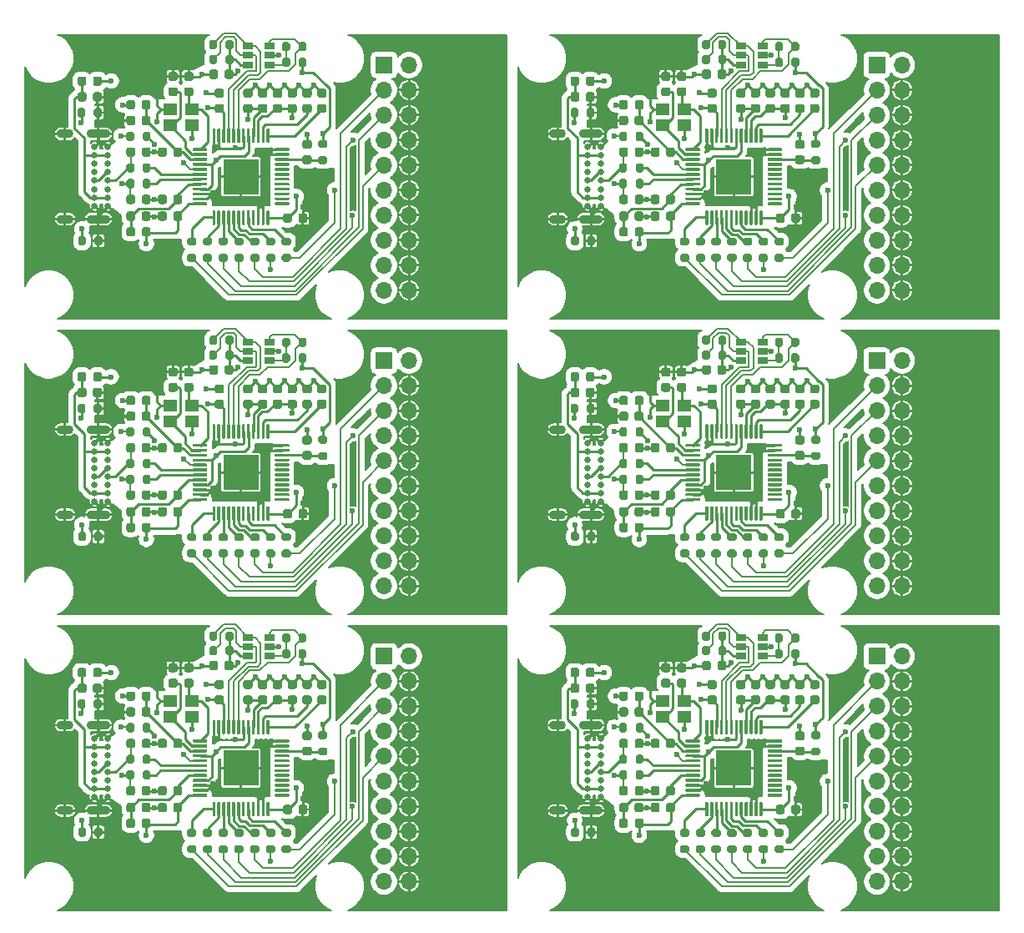
<source format=gtl>
G04 #@! TF.GenerationSoftware,KiCad,Pcbnew,(5.1.8-0-10_14)*
G04 #@! TF.CreationDate,2021-05-20T18:09:43+09:00*
G04 #@! TF.ProjectId,ft2232_jtag_tap,66743232-3332-45f6-9a74-61675f746170,rev?*
G04 #@! TF.SameCoordinates,Original*
G04 #@! TF.FileFunction,Copper,L1,Top*
G04 #@! TF.FilePolarity,Positive*
%FSLAX46Y46*%
G04 Gerber Fmt 4.6, Leading zero omitted, Abs format (unit mm)*
G04 Created by KiCad (PCBNEW (5.1.8-0-10_14)) date 2021-05-20 18:09:43*
%MOMM*%
%LPD*%
G01*
G04 APERTURE LIST*
G04 #@! TA.AperFunction,SMDPad,CuDef*
%ADD10R,3.600000X3.600000*%
G04 #@! TD*
G04 #@! TA.AperFunction,SMDPad,CuDef*
%ADD11R,1.400000X1.200000*%
G04 #@! TD*
G04 #@! TA.AperFunction,SMDPad,CuDef*
%ADD12R,1.060000X0.650000*%
G04 #@! TD*
G04 #@! TA.AperFunction,ComponentPad*
%ADD13R,1.700000X1.700000*%
G04 #@! TD*
G04 #@! TA.AperFunction,ComponentPad*
%ADD14O,1.700000X1.700000*%
G04 #@! TD*
G04 #@! TA.AperFunction,ComponentPad*
%ADD15C,0.650000*%
G04 #@! TD*
G04 #@! TA.AperFunction,ComponentPad*
%ADD16O,2.400000X0.900000*%
G04 #@! TD*
G04 #@! TA.AperFunction,ComponentPad*
%ADD17O,1.700000X0.900000*%
G04 #@! TD*
G04 #@! TA.AperFunction,ViaPad*
%ADD18C,0.600000*%
G04 #@! TD*
G04 #@! TA.AperFunction,ViaPad*
%ADD19C,2.000000*%
G04 #@! TD*
G04 #@! TA.AperFunction,Conductor*
%ADD20C,0.250000*%
G04 #@! TD*
G04 #@! TA.AperFunction,Conductor*
%ADD21C,0.200000*%
G04 #@! TD*
G04 #@! TA.AperFunction,Conductor*
%ADD22C,0.127000*%
G04 #@! TD*
G04 #@! TA.AperFunction,Conductor*
%ADD23C,0.100000*%
G04 #@! TD*
G04 APERTURE END LIST*
G04 #@! TA.AperFunction,SMDPad,CuDef*
G36*
G01*
X121725000Y-164350000D02*
X121725000Y-164850000D01*
G75*
G02*
X121500000Y-165075000I-225000J0D01*
G01*
X121050000Y-165075000D01*
G75*
G02*
X120825000Y-164850000I0J225000D01*
G01*
X120825000Y-164350000D01*
G75*
G02*
X121050000Y-164125000I225000J0D01*
G01*
X121500000Y-164125000D01*
G75*
G02*
X121725000Y-164350000I0J-225000D01*
G01*
G37*
G04 #@! TD.AperFunction*
G04 #@! TA.AperFunction,SMDPad,CuDef*
G36*
G01*
X120175000Y-164350000D02*
X120175000Y-164850000D01*
G75*
G02*
X119950000Y-165075000I-225000J0D01*
G01*
X119500000Y-165075000D01*
G75*
G02*
X119275000Y-164850000I0J225000D01*
G01*
X119275000Y-164350000D01*
G75*
G02*
X119500000Y-164125000I225000J0D01*
G01*
X119950000Y-164125000D01*
G75*
G02*
X120175000Y-164350000I0J-225000D01*
G01*
G37*
G04 #@! TD.AperFunction*
G04 #@! TA.AperFunction,SMDPad,CuDef*
G36*
G01*
X71725000Y-164350000D02*
X71725000Y-164850000D01*
G75*
G02*
X71500000Y-165075000I-225000J0D01*
G01*
X71050000Y-165075000D01*
G75*
G02*
X70825000Y-164850000I0J225000D01*
G01*
X70825000Y-164350000D01*
G75*
G02*
X71050000Y-164125000I225000J0D01*
G01*
X71500000Y-164125000D01*
G75*
G02*
X71725000Y-164350000I0J-225000D01*
G01*
G37*
G04 #@! TD.AperFunction*
G04 #@! TA.AperFunction,SMDPad,CuDef*
G36*
G01*
X70175000Y-164350000D02*
X70175000Y-164850000D01*
G75*
G02*
X69950000Y-165075000I-225000J0D01*
G01*
X69500000Y-165075000D01*
G75*
G02*
X69275000Y-164850000I0J225000D01*
G01*
X69275000Y-164350000D01*
G75*
G02*
X69500000Y-164125000I225000J0D01*
G01*
X69950000Y-164125000D01*
G75*
G02*
X70175000Y-164350000I0J-225000D01*
G01*
G37*
G04 #@! TD.AperFunction*
G04 #@! TA.AperFunction,SMDPad,CuDef*
G36*
G01*
X121725000Y-134350000D02*
X121725000Y-134850000D01*
G75*
G02*
X121500000Y-135075000I-225000J0D01*
G01*
X121050000Y-135075000D01*
G75*
G02*
X120825000Y-134850000I0J225000D01*
G01*
X120825000Y-134350000D01*
G75*
G02*
X121050000Y-134125000I225000J0D01*
G01*
X121500000Y-134125000D01*
G75*
G02*
X121725000Y-134350000I0J-225000D01*
G01*
G37*
G04 #@! TD.AperFunction*
G04 #@! TA.AperFunction,SMDPad,CuDef*
G36*
G01*
X120175000Y-134350000D02*
X120175000Y-134850000D01*
G75*
G02*
X119950000Y-135075000I-225000J0D01*
G01*
X119500000Y-135075000D01*
G75*
G02*
X119275000Y-134850000I0J225000D01*
G01*
X119275000Y-134350000D01*
G75*
G02*
X119500000Y-134125000I225000J0D01*
G01*
X119950000Y-134125000D01*
G75*
G02*
X120175000Y-134350000I0J-225000D01*
G01*
G37*
G04 #@! TD.AperFunction*
G04 #@! TA.AperFunction,SMDPad,CuDef*
G36*
G01*
X71725000Y-134350000D02*
X71725000Y-134850000D01*
G75*
G02*
X71500000Y-135075000I-225000J0D01*
G01*
X71050000Y-135075000D01*
G75*
G02*
X70825000Y-134850000I0J225000D01*
G01*
X70825000Y-134350000D01*
G75*
G02*
X71050000Y-134125000I225000J0D01*
G01*
X71500000Y-134125000D01*
G75*
G02*
X71725000Y-134350000I0J-225000D01*
G01*
G37*
G04 #@! TD.AperFunction*
G04 #@! TA.AperFunction,SMDPad,CuDef*
G36*
G01*
X70175000Y-134350000D02*
X70175000Y-134850000D01*
G75*
G02*
X69950000Y-135075000I-225000J0D01*
G01*
X69500000Y-135075000D01*
G75*
G02*
X69275000Y-134850000I0J225000D01*
G01*
X69275000Y-134350000D01*
G75*
G02*
X69500000Y-134125000I225000J0D01*
G01*
X69950000Y-134125000D01*
G75*
G02*
X70175000Y-134350000I0J-225000D01*
G01*
G37*
G04 #@! TD.AperFunction*
G04 #@! TA.AperFunction,SMDPad,CuDef*
G36*
G01*
X121725000Y-104350000D02*
X121725000Y-104850000D01*
G75*
G02*
X121500000Y-105075000I-225000J0D01*
G01*
X121050000Y-105075000D01*
G75*
G02*
X120825000Y-104850000I0J225000D01*
G01*
X120825000Y-104350000D01*
G75*
G02*
X121050000Y-104125000I225000J0D01*
G01*
X121500000Y-104125000D01*
G75*
G02*
X121725000Y-104350000I0J-225000D01*
G01*
G37*
G04 #@! TD.AperFunction*
G04 #@! TA.AperFunction,SMDPad,CuDef*
G36*
G01*
X120175000Y-104350000D02*
X120175000Y-104850000D01*
G75*
G02*
X119950000Y-105075000I-225000J0D01*
G01*
X119500000Y-105075000D01*
G75*
G02*
X119275000Y-104850000I0J225000D01*
G01*
X119275000Y-104350000D01*
G75*
G02*
X119500000Y-104125000I225000J0D01*
G01*
X119950000Y-104125000D01*
G75*
G02*
X120175000Y-104350000I0J-225000D01*
G01*
G37*
G04 #@! TD.AperFunction*
G04 #@! TA.AperFunction,SMDPad,CuDef*
G36*
G01*
X105925000Y-167150000D02*
X105925000Y-166650000D01*
G75*
G02*
X106150000Y-166425000I225000J0D01*
G01*
X106600000Y-166425000D01*
G75*
G02*
X106825000Y-166650000I0J-225000D01*
G01*
X106825000Y-167150000D01*
G75*
G02*
X106600000Y-167375000I-225000J0D01*
G01*
X106150000Y-167375000D01*
G75*
G02*
X105925000Y-167150000I0J225000D01*
G01*
G37*
G04 #@! TD.AperFunction*
G04 #@! TA.AperFunction,SMDPad,CuDef*
G36*
G01*
X107475000Y-167150000D02*
X107475000Y-166650000D01*
G75*
G02*
X107700000Y-166425000I225000J0D01*
G01*
X108150000Y-166425000D01*
G75*
G02*
X108375000Y-166650000I0J-225000D01*
G01*
X108375000Y-167150000D01*
G75*
G02*
X108150000Y-167375000I-225000J0D01*
G01*
X107700000Y-167375000D01*
G75*
G02*
X107475000Y-167150000I0J225000D01*
G01*
G37*
G04 #@! TD.AperFunction*
G04 #@! TA.AperFunction,SMDPad,CuDef*
G36*
G01*
X55925000Y-167150000D02*
X55925000Y-166650000D01*
G75*
G02*
X56150000Y-166425000I225000J0D01*
G01*
X56600000Y-166425000D01*
G75*
G02*
X56825000Y-166650000I0J-225000D01*
G01*
X56825000Y-167150000D01*
G75*
G02*
X56600000Y-167375000I-225000J0D01*
G01*
X56150000Y-167375000D01*
G75*
G02*
X55925000Y-167150000I0J225000D01*
G01*
G37*
G04 #@! TD.AperFunction*
G04 #@! TA.AperFunction,SMDPad,CuDef*
G36*
G01*
X57475000Y-167150000D02*
X57475000Y-166650000D01*
G75*
G02*
X57700000Y-166425000I225000J0D01*
G01*
X58150000Y-166425000D01*
G75*
G02*
X58375000Y-166650000I0J-225000D01*
G01*
X58375000Y-167150000D01*
G75*
G02*
X58150000Y-167375000I-225000J0D01*
G01*
X57700000Y-167375000D01*
G75*
G02*
X57475000Y-167150000I0J225000D01*
G01*
G37*
G04 #@! TD.AperFunction*
G04 #@! TA.AperFunction,SMDPad,CuDef*
G36*
G01*
X105925000Y-137150000D02*
X105925000Y-136650000D01*
G75*
G02*
X106150000Y-136425000I225000J0D01*
G01*
X106600000Y-136425000D01*
G75*
G02*
X106825000Y-136650000I0J-225000D01*
G01*
X106825000Y-137150000D01*
G75*
G02*
X106600000Y-137375000I-225000J0D01*
G01*
X106150000Y-137375000D01*
G75*
G02*
X105925000Y-137150000I0J225000D01*
G01*
G37*
G04 #@! TD.AperFunction*
G04 #@! TA.AperFunction,SMDPad,CuDef*
G36*
G01*
X107475000Y-137150000D02*
X107475000Y-136650000D01*
G75*
G02*
X107700000Y-136425000I225000J0D01*
G01*
X108150000Y-136425000D01*
G75*
G02*
X108375000Y-136650000I0J-225000D01*
G01*
X108375000Y-137150000D01*
G75*
G02*
X108150000Y-137375000I-225000J0D01*
G01*
X107700000Y-137375000D01*
G75*
G02*
X107475000Y-137150000I0J225000D01*
G01*
G37*
G04 #@! TD.AperFunction*
G04 #@! TA.AperFunction,SMDPad,CuDef*
G36*
G01*
X55925000Y-137150000D02*
X55925000Y-136650000D01*
G75*
G02*
X56150000Y-136425000I225000J0D01*
G01*
X56600000Y-136425000D01*
G75*
G02*
X56825000Y-136650000I0J-225000D01*
G01*
X56825000Y-137150000D01*
G75*
G02*
X56600000Y-137375000I-225000J0D01*
G01*
X56150000Y-137375000D01*
G75*
G02*
X55925000Y-137150000I0J225000D01*
G01*
G37*
G04 #@! TD.AperFunction*
G04 #@! TA.AperFunction,SMDPad,CuDef*
G36*
G01*
X57475000Y-137150000D02*
X57475000Y-136650000D01*
G75*
G02*
X57700000Y-136425000I225000J0D01*
G01*
X58150000Y-136425000D01*
G75*
G02*
X58375000Y-136650000I0J-225000D01*
G01*
X58375000Y-137150000D01*
G75*
G02*
X58150000Y-137375000I-225000J0D01*
G01*
X57700000Y-137375000D01*
G75*
G02*
X57475000Y-137150000I0J225000D01*
G01*
G37*
G04 #@! TD.AperFunction*
G04 #@! TA.AperFunction,SMDPad,CuDef*
G36*
G01*
X105925000Y-107150000D02*
X105925000Y-106650000D01*
G75*
G02*
X106150000Y-106425000I225000J0D01*
G01*
X106600000Y-106425000D01*
G75*
G02*
X106825000Y-106650000I0J-225000D01*
G01*
X106825000Y-107150000D01*
G75*
G02*
X106600000Y-107375000I-225000J0D01*
G01*
X106150000Y-107375000D01*
G75*
G02*
X105925000Y-107150000I0J225000D01*
G01*
G37*
G04 #@! TD.AperFunction*
G04 #@! TA.AperFunction,SMDPad,CuDef*
G36*
G01*
X107475000Y-107150000D02*
X107475000Y-106650000D01*
G75*
G02*
X107700000Y-106425000I225000J0D01*
G01*
X108150000Y-106425000D01*
G75*
G02*
X108375000Y-106650000I0J-225000D01*
G01*
X108375000Y-107150000D01*
G75*
G02*
X108150000Y-107375000I-225000J0D01*
G01*
X107700000Y-107375000D01*
G75*
G02*
X107475000Y-107150000I0J225000D01*
G01*
G37*
G04 #@! TD.AperFunction*
G04 #@! TA.AperFunction,SMDPad,CuDef*
G36*
G01*
X129450000Y-173725000D02*
X128950000Y-173725000D01*
G75*
G02*
X128725000Y-173500000I0J225000D01*
G01*
X128725000Y-173050000D01*
G75*
G02*
X128950000Y-172825000I225000J0D01*
G01*
X129450000Y-172825000D01*
G75*
G02*
X129675000Y-173050000I0J-225000D01*
G01*
X129675000Y-173500000D01*
G75*
G02*
X129450000Y-173725000I-225000J0D01*
G01*
G37*
G04 #@! TD.AperFunction*
G04 #@! TA.AperFunction,SMDPad,CuDef*
G36*
G01*
X129450000Y-172175000D02*
X128950000Y-172175000D01*
G75*
G02*
X128725000Y-171950000I0J225000D01*
G01*
X128725000Y-171500000D01*
G75*
G02*
X128950000Y-171275000I225000J0D01*
G01*
X129450000Y-171275000D01*
G75*
G02*
X129675000Y-171500000I0J-225000D01*
G01*
X129675000Y-171950000D01*
G75*
G02*
X129450000Y-172175000I-225000J0D01*
G01*
G37*
G04 #@! TD.AperFunction*
G04 #@! TA.AperFunction,SMDPad,CuDef*
G36*
G01*
X79450000Y-173725000D02*
X78950000Y-173725000D01*
G75*
G02*
X78725000Y-173500000I0J225000D01*
G01*
X78725000Y-173050000D01*
G75*
G02*
X78950000Y-172825000I225000J0D01*
G01*
X79450000Y-172825000D01*
G75*
G02*
X79675000Y-173050000I0J-225000D01*
G01*
X79675000Y-173500000D01*
G75*
G02*
X79450000Y-173725000I-225000J0D01*
G01*
G37*
G04 #@! TD.AperFunction*
G04 #@! TA.AperFunction,SMDPad,CuDef*
G36*
G01*
X79450000Y-172175000D02*
X78950000Y-172175000D01*
G75*
G02*
X78725000Y-171950000I0J225000D01*
G01*
X78725000Y-171500000D01*
G75*
G02*
X78950000Y-171275000I225000J0D01*
G01*
X79450000Y-171275000D01*
G75*
G02*
X79675000Y-171500000I0J-225000D01*
G01*
X79675000Y-171950000D01*
G75*
G02*
X79450000Y-172175000I-225000J0D01*
G01*
G37*
G04 #@! TD.AperFunction*
G04 #@! TA.AperFunction,SMDPad,CuDef*
G36*
G01*
X129450000Y-143725000D02*
X128950000Y-143725000D01*
G75*
G02*
X128725000Y-143500000I0J225000D01*
G01*
X128725000Y-143050000D01*
G75*
G02*
X128950000Y-142825000I225000J0D01*
G01*
X129450000Y-142825000D01*
G75*
G02*
X129675000Y-143050000I0J-225000D01*
G01*
X129675000Y-143500000D01*
G75*
G02*
X129450000Y-143725000I-225000J0D01*
G01*
G37*
G04 #@! TD.AperFunction*
G04 #@! TA.AperFunction,SMDPad,CuDef*
G36*
G01*
X129450000Y-142175000D02*
X128950000Y-142175000D01*
G75*
G02*
X128725000Y-141950000I0J225000D01*
G01*
X128725000Y-141500000D01*
G75*
G02*
X128950000Y-141275000I225000J0D01*
G01*
X129450000Y-141275000D01*
G75*
G02*
X129675000Y-141500000I0J-225000D01*
G01*
X129675000Y-141950000D01*
G75*
G02*
X129450000Y-142175000I-225000J0D01*
G01*
G37*
G04 #@! TD.AperFunction*
G04 #@! TA.AperFunction,SMDPad,CuDef*
G36*
G01*
X79450000Y-143725000D02*
X78950000Y-143725000D01*
G75*
G02*
X78725000Y-143500000I0J225000D01*
G01*
X78725000Y-143050000D01*
G75*
G02*
X78950000Y-142825000I225000J0D01*
G01*
X79450000Y-142825000D01*
G75*
G02*
X79675000Y-143050000I0J-225000D01*
G01*
X79675000Y-143500000D01*
G75*
G02*
X79450000Y-143725000I-225000J0D01*
G01*
G37*
G04 #@! TD.AperFunction*
G04 #@! TA.AperFunction,SMDPad,CuDef*
G36*
G01*
X79450000Y-142175000D02*
X78950000Y-142175000D01*
G75*
G02*
X78725000Y-141950000I0J225000D01*
G01*
X78725000Y-141500000D01*
G75*
G02*
X78950000Y-141275000I225000J0D01*
G01*
X79450000Y-141275000D01*
G75*
G02*
X79675000Y-141500000I0J-225000D01*
G01*
X79675000Y-141950000D01*
G75*
G02*
X79450000Y-142175000I-225000J0D01*
G01*
G37*
G04 #@! TD.AperFunction*
G04 #@! TA.AperFunction,SMDPad,CuDef*
G36*
G01*
X129450000Y-113725000D02*
X128950000Y-113725000D01*
G75*
G02*
X128725000Y-113500000I0J225000D01*
G01*
X128725000Y-113050000D01*
G75*
G02*
X128950000Y-112825000I225000J0D01*
G01*
X129450000Y-112825000D01*
G75*
G02*
X129675000Y-113050000I0J-225000D01*
G01*
X129675000Y-113500000D01*
G75*
G02*
X129450000Y-113725000I-225000J0D01*
G01*
G37*
G04 #@! TD.AperFunction*
G04 #@! TA.AperFunction,SMDPad,CuDef*
G36*
G01*
X129450000Y-112175000D02*
X128950000Y-112175000D01*
G75*
G02*
X128725000Y-111950000I0J225000D01*
G01*
X128725000Y-111500000D01*
G75*
G02*
X128950000Y-111275000I225000J0D01*
G01*
X129450000Y-111275000D01*
G75*
G02*
X129675000Y-111500000I0J-225000D01*
G01*
X129675000Y-111950000D01*
G75*
G02*
X129450000Y-112175000I-225000J0D01*
G01*
G37*
G04 #@! TD.AperFunction*
G04 #@! TA.AperFunction,SMDPad,CuDef*
G36*
G01*
X117450000Y-166825000D02*
X116950000Y-166825000D01*
G75*
G02*
X116725000Y-166600000I0J225000D01*
G01*
X116725000Y-166150000D01*
G75*
G02*
X116950000Y-165925000I225000J0D01*
G01*
X117450000Y-165925000D01*
G75*
G02*
X117675000Y-166150000I0J-225000D01*
G01*
X117675000Y-166600000D01*
G75*
G02*
X117450000Y-166825000I-225000J0D01*
G01*
G37*
G04 #@! TD.AperFunction*
G04 #@! TA.AperFunction,SMDPad,CuDef*
G36*
G01*
X117450000Y-165275000D02*
X116950000Y-165275000D01*
G75*
G02*
X116725000Y-165050000I0J225000D01*
G01*
X116725000Y-164600000D01*
G75*
G02*
X116950000Y-164375000I225000J0D01*
G01*
X117450000Y-164375000D01*
G75*
G02*
X117675000Y-164600000I0J-225000D01*
G01*
X117675000Y-165050000D01*
G75*
G02*
X117450000Y-165275000I-225000J0D01*
G01*
G37*
G04 #@! TD.AperFunction*
G04 #@! TA.AperFunction,SMDPad,CuDef*
G36*
G01*
X67450000Y-166825000D02*
X66950000Y-166825000D01*
G75*
G02*
X66725000Y-166600000I0J225000D01*
G01*
X66725000Y-166150000D01*
G75*
G02*
X66950000Y-165925000I225000J0D01*
G01*
X67450000Y-165925000D01*
G75*
G02*
X67675000Y-166150000I0J-225000D01*
G01*
X67675000Y-166600000D01*
G75*
G02*
X67450000Y-166825000I-225000J0D01*
G01*
G37*
G04 #@! TD.AperFunction*
G04 #@! TA.AperFunction,SMDPad,CuDef*
G36*
G01*
X67450000Y-165275000D02*
X66950000Y-165275000D01*
G75*
G02*
X66725000Y-165050000I0J225000D01*
G01*
X66725000Y-164600000D01*
G75*
G02*
X66950000Y-164375000I225000J0D01*
G01*
X67450000Y-164375000D01*
G75*
G02*
X67675000Y-164600000I0J-225000D01*
G01*
X67675000Y-165050000D01*
G75*
G02*
X67450000Y-165275000I-225000J0D01*
G01*
G37*
G04 #@! TD.AperFunction*
G04 #@! TA.AperFunction,SMDPad,CuDef*
G36*
G01*
X117450000Y-136825000D02*
X116950000Y-136825000D01*
G75*
G02*
X116725000Y-136600000I0J225000D01*
G01*
X116725000Y-136150000D01*
G75*
G02*
X116950000Y-135925000I225000J0D01*
G01*
X117450000Y-135925000D01*
G75*
G02*
X117675000Y-136150000I0J-225000D01*
G01*
X117675000Y-136600000D01*
G75*
G02*
X117450000Y-136825000I-225000J0D01*
G01*
G37*
G04 #@! TD.AperFunction*
G04 #@! TA.AperFunction,SMDPad,CuDef*
G36*
G01*
X117450000Y-135275000D02*
X116950000Y-135275000D01*
G75*
G02*
X116725000Y-135050000I0J225000D01*
G01*
X116725000Y-134600000D01*
G75*
G02*
X116950000Y-134375000I225000J0D01*
G01*
X117450000Y-134375000D01*
G75*
G02*
X117675000Y-134600000I0J-225000D01*
G01*
X117675000Y-135050000D01*
G75*
G02*
X117450000Y-135275000I-225000J0D01*
G01*
G37*
G04 #@! TD.AperFunction*
G04 #@! TA.AperFunction,SMDPad,CuDef*
G36*
G01*
X67450000Y-136825000D02*
X66950000Y-136825000D01*
G75*
G02*
X66725000Y-136600000I0J225000D01*
G01*
X66725000Y-136150000D01*
G75*
G02*
X66950000Y-135925000I225000J0D01*
G01*
X67450000Y-135925000D01*
G75*
G02*
X67675000Y-136150000I0J-225000D01*
G01*
X67675000Y-136600000D01*
G75*
G02*
X67450000Y-136825000I-225000J0D01*
G01*
G37*
G04 #@! TD.AperFunction*
G04 #@! TA.AperFunction,SMDPad,CuDef*
G36*
G01*
X67450000Y-135275000D02*
X66950000Y-135275000D01*
G75*
G02*
X66725000Y-135050000I0J225000D01*
G01*
X66725000Y-134600000D01*
G75*
G02*
X66950000Y-134375000I225000J0D01*
G01*
X67450000Y-134375000D01*
G75*
G02*
X67675000Y-134600000I0J-225000D01*
G01*
X67675000Y-135050000D01*
G75*
G02*
X67450000Y-135275000I-225000J0D01*
G01*
G37*
G04 #@! TD.AperFunction*
G04 #@! TA.AperFunction,SMDPad,CuDef*
G36*
G01*
X117450000Y-106825000D02*
X116950000Y-106825000D01*
G75*
G02*
X116725000Y-106600000I0J225000D01*
G01*
X116725000Y-106150000D01*
G75*
G02*
X116950000Y-105925000I225000J0D01*
G01*
X117450000Y-105925000D01*
G75*
G02*
X117675000Y-106150000I0J-225000D01*
G01*
X117675000Y-106600000D01*
G75*
G02*
X117450000Y-106825000I-225000J0D01*
G01*
G37*
G04 #@! TD.AperFunction*
G04 #@! TA.AperFunction,SMDPad,CuDef*
G36*
G01*
X117450000Y-105275000D02*
X116950000Y-105275000D01*
G75*
G02*
X116725000Y-105050000I0J225000D01*
G01*
X116725000Y-104600000D01*
G75*
G02*
X116950000Y-104375000I225000J0D01*
G01*
X117450000Y-104375000D01*
G75*
G02*
X117675000Y-104600000I0J-225000D01*
G01*
X117675000Y-105050000D01*
G75*
G02*
X117450000Y-105275000I-225000J0D01*
G01*
G37*
G04 #@! TD.AperFunction*
G04 #@! TA.AperFunction,SMDPad,CuDef*
G36*
G01*
X115850000Y-166825000D02*
X115350000Y-166825000D01*
G75*
G02*
X115125000Y-166600000I0J225000D01*
G01*
X115125000Y-166150000D01*
G75*
G02*
X115350000Y-165925000I225000J0D01*
G01*
X115850000Y-165925000D01*
G75*
G02*
X116075000Y-166150000I0J-225000D01*
G01*
X116075000Y-166600000D01*
G75*
G02*
X115850000Y-166825000I-225000J0D01*
G01*
G37*
G04 #@! TD.AperFunction*
G04 #@! TA.AperFunction,SMDPad,CuDef*
G36*
G01*
X115850000Y-165275000D02*
X115350000Y-165275000D01*
G75*
G02*
X115125000Y-165050000I0J225000D01*
G01*
X115125000Y-164600000D01*
G75*
G02*
X115350000Y-164375000I225000J0D01*
G01*
X115850000Y-164375000D01*
G75*
G02*
X116075000Y-164600000I0J-225000D01*
G01*
X116075000Y-165050000D01*
G75*
G02*
X115850000Y-165275000I-225000J0D01*
G01*
G37*
G04 #@! TD.AperFunction*
G04 #@! TA.AperFunction,SMDPad,CuDef*
G36*
G01*
X65850000Y-166825000D02*
X65350000Y-166825000D01*
G75*
G02*
X65125000Y-166600000I0J225000D01*
G01*
X65125000Y-166150000D01*
G75*
G02*
X65350000Y-165925000I225000J0D01*
G01*
X65850000Y-165925000D01*
G75*
G02*
X66075000Y-166150000I0J-225000D01*
G01*
X66075000Y-166600000D01*
G75*
G02*
X65850000Y-166825000I-225000J0D01*
G01*
G37*
G04 #@! TD.AperFunction*
G04 #@! TA.AperFunction,SMDPad,CuDef*
G36*
G01*
X65850000Y-165275000D02*
X65350000Y-165275000D01*
G75*
G02*
X65125000Y-165050000I0J225000D01*
G01*
X65125000Y-164600000D01*
G75*
G02*
X65350000Y-164375000I225000J0D01*
G01*
X65850000Y-164375000D01*
G75*
G02*
X66075000Y-164600000I0J-225000D01*
G01*
X66075000Y-165050000D01*
G75*
G02*
X65850000Y-165275000I-225000J0D01*
G01*
G37*
G04 #@! TD.AperFunction*
G04 #@! TA.AperFunction,SMDPad,CuDef*
G36*
G01*
X115850000Y-136825000D02*
X115350000Y-136825000D01*
G75*
G02*
X115125000Y-136600000I0J225000D01*
G01*
X115125000Y-136150000D01*
G75*
G02*
X115350000Y-135925000I225000J0D01*
G01*
X115850000Y-135925000D01*
G75*
G02*
X116075000Y-136150000I0J-225000D01*
G01*
X116075000Y-136600000D01*
G75*
G02*
X115850000Y-136825000I-225000J0D01*
G01*
G37*
G04 #@! TD.AperFunction*
G04 #@! TA.AperFunction,SMDPad,CuDef*
G36*
G01*
X115850000Y-135275000D02*
X115350000Y-135275000D01*
G75*
G02*
X115125000Y-135050000I0J225000D01*
G01*
X115125000Y-134600000D01*
G75*
G02*
X115350000Y-134375000I225000J0D01*
G01*
X115850000Y-134375000D01*
G75*
G02*
X116075000Y-134600000I0J-225000D01*
G01*
X116075000Y-135050000D01*
G75*
G02*
X115850000Y-135275000I-225000J0D01*
G01*
G37*
G04 #@! TD.AperFunction*
G04 #@! TA.AperFunction,SMDPad,CuDef*
G36*
G01*
X65850000Y-136825000D02*
X65350000Y-136825000D01*
G75*
G02*
X65125000Y-136600000I0J225000D01*
G01*
X65125000Y-136150000D01*
G75*
G02*
X65350000Y-135925000I225000J0D01*
G01*
X65850000Y-135925000D01*
G75*
G02*
X66075000Y-136150000I0J-225000D01*
G01*
X66075000Y-136600000D01*
G75*
G02*
X65850000Y-136825000I-225000J0D01*
G01*
G37*
G04 #@! TD.AperFunction*
G04 #@! TA.AperFunction,SMDPad,CuDef*
G36*
G01*
X65850000Y-135275000D02*
X65350000Y-135275000D01*
G75*
G02*
X65125000Y-135050000I0J225000D01*
G01*
X65125000Y-134600000D01*
G75*
G02*
X65350000Y-134375000I225000J0D01*
G01*
X65850000Y-134375000D01*
G75*
G02*
X66075000Y-134600000I0J-225000D01*
G01*
X66075000Y-135050000D01*
G75*
G02*
X65850000Y-135275000I-225000J0D01*
G01*
G37*
G04 #@! TD.AperFunction*
G04 #@! TA.AperFunction,SMDPad,CuDef*
G36*
G01*
X115850000Y-106825000D02*
X115350000Y-106825000D01*
G75*
G02*
X115125000Y-106600000I0J225000D01*
G01*
X115125000Y-106150000D01*
G75*
G02*
X115350000Y-105925000I225000J0D01*
G01*
X115850000Y-105925000D01*
G75*
G02*
X116075000Y-106150000I0J-225000D01*
G01*
X116075000Y-106600000D01*
G75*
G02*
X115850000Y-106825000I-225000J0D01*
G01*
G37*
G04 #@! TD.AperFunction*
G04 #@! TA.AperFunction,SMDPad,CuDef*
G36*
G01*
X115850000Y-105275000D02*
X115350000Y-105275000D01*
G75*
G02*
X115125000Y-105050000I0J225000D01*
G01*
X115125000Y-104600000D01*
G75*
G02*
X115350000Y-104375000I225000J0D01*
G01*
X115850000Y-104375000D01*
G75*
G02*
X116075000Y-104600000I0J-225000D01*
G01*
X116075000Y-105050000D01*
G75*
G02*
X115850000Y-105275000I-225000J0D01*
G01*
G37*
G04 #@! TD.AperFunction*
G04 #@! TA.AperFunction,SMDPad,CuDef*
G36*
G01*
X123450000Y-168525000D02*
X122950000Y-168525000D01*
G75*
G02*
X122725000Y-168300000I0J225000D01*
G01*
X122725000Y-167850000D01*
G75*
G02*
X122950000Y-167625000I225000J0D01*
G01*
X123450000Y-167625000D01*
G75*
G02*
X123675000Y-167850000I0J-225000D01*
G01*
X123675000Y-168300000D01*
G75*
G02*
X123450000Y-168525000I-225000J0D01*
G01*
G37*
G04 #@! TD.AperFunction*
G04 #@! TA.AperFunction,SMDPad,CuDef*
G36*
G01*
X123450000Y-166975000D02*
X122950000Y-166975000D01*
G75*
G02*
X122725000Y-166750000I0J225000D01*
G01*
X122725000Y-166300000D01*
G75*
G02*
X122950000Y-166075000I225000J0D01*
G01*
X123450000Y-166075000D01*
G75*
G02*
X123675000Y-166300000I0J-225000D01*
G01*
X123675000Y-166750000D01*
G75*
G02*
X123450000Y-166975000I-225000J0D01*
G01*
G37*
G04 #@! TD.AperFunction*
G04 #@! TA.AperFunction,SMDPad,CuDef*
G36*
G01*
X73450000Y-168525000D02*
X72950000Y-168525000D01*
G75*
G02*
X72725000Y-168300000I0J225000D01*
G01*
X72725000Y-167850000D01*
G75*
G02*
X72950000Y-167625000I225000J0D01*
G01*
X73450000Y-167625000D01*
G75*
G02*
X73675000Y-167850000I0J-225000D01*
G01*
X73675000Y-168300000D01*
G75*
G02*
X73450000Y-168525000I-225000J0D01*
G01*
G37*
G04 #@! TD.AperFunction*
G04 #@! TA.AperFunction,SMDPad,CuDef*
G36*
G01*
X73450000Y-166975000D02*
X72950000Y-166975000D01*
G75*
G02*
X72725000Y-166750000I0J225000D01*
G01*
X72725000Y-166300000D01*
G75*
G02*
X72950000Y-166075000I225000J0D01*
G01*
X73450000Y-166075000D01*
G75*
G02*
X73675000Y-166300000I0J-225000D01*
G01*
X73675000Y-166750000D01*
G75*
G02*
X73450000Y-166975000I-225000J0D01*
G01*
G37*
G04 #@! TD.AperFunction*
G04 #@! TA.AperFunction,SMDPad,CuDef*
G36*
G01*
X123450000Y-138525000D02*
X122950000Y-138525000D01*
G75*
G02*
X122725000Y-138300000I0J225000D01*
G01*
X122725000Y-137850000D01*
G75*
G02*
X122950000Y-137625000I225000J0D01*
G01*
X123450000Y-137625000D01*
G75*
G02*
X123675000Y-137850000I0J-225000D01*
G01*
X123675000Y-138300000D01*
G75*
G02*
X123450000Y-138525000I-225000J0D01*
G01*
G37*
G04 #@! TD.AperFunction*
G04 #@! TA.AperFunction,SMDPad,CuDef*
G36*
G01*
X123450000Y-136975000D02*
X122950000Y-136975000D01*
G75*
G02*
X122725000Y-136750000I0J225000D01*
G01*
X122725000Y-136300000D01*
G75*
G02*
X122950000Y-136075000I225000J0D01*
G01*
X123450000Y-136075000D01*
G75*
G02*
X123675000Y-136300000I0J-225000D01*
G01*
X123675000Y-136750000D01*
G75*
G02*
X123450000Y-136975000I-225000J0D01*
G01*
G37*
G04 #@! TD.AperFunction*
G04 #@! TA.AperFunction,SMDPad,CuDef*
G36*
G01*
X73450000Y-138525000D02*
X72950000Y-138525000D01*
G75*
G02*
X72725000Y-138300000I0J225000D01*
G01*
X72725000Y-137850000D01*
G75*
G02*
X72950000Y-137625000I225000J0D01*
G01*
X73450000Y-137625000D01*
G75*
G02*
X73675000Y-137850000I0J-225000D01*
G01*
X73675000Y-138300000D01*
G75*
G02*
X73450000Y-138525000I-225000J0D01*
G01*
G37*
G04 #@! TD.AperFunction*
G04 #@! TA.AperFunction,SMDPad,CuDef*
G36*
G01*
X73450000Y-136975000D02*
X72950000Y-136975000D01*
G75*
G02*
X72725000Y-136750000I0J225000D01*
G01*
X72725000Y-136300000D01*
G75*
G02*
X72950000Y-136075000I225000J0D01*
G01*
X73450000Y-136075000D01*
G75*
G02*
X73675000Y-136300000I0J-225000D01*
G01*
X73675000Y-136750000D01*
G75*
G02*
X73450000Y-136975000I-225000J0D01*
G01*
G37*
G04 #@! TD.AperFunction*
G04 #@! TA.AperFunction,SMDPad,CuDef*
G36*
G01*
X123450000Y-108525000D02*
X122950000Y-108525000D01*
G75*
G02*
X122725000Y-108300000I0J225000D01*
G01*
X122725000Y-107850000D01*
G75*
G02*
X122950000Y-107625000I225000J0D01*
G01*
X123450000Y-107625000D01*
G75*
G02*
X123675000Y-107850000I0J-225000D01*
G01*
X123675000Y-108300000D01*
G75*
G02*
X123450000Y-108525000I-225000J0D01*
G01*
G37*
G04 #@! TD.AperFunction*
G04 #@! TA.AperFunction,SMDPad,CuDef*
G36*
G01*
X123450000Y-106975000D02*
X122950000Y-106975000D01*
G75*
G02*
X122725000Y-106750000I0J225000D01*
G01*
X122725000Y-106300000D01*
G75*
G02*
X122950000Y-106075000I225000J0D01*
G01*
X123450000Y-106075000D01*
G75*
G02*
X123675000Y-106300000I0J-225000D01*
G01*
X123675000Y-106750000D01*
G75*
G02*
X123450000Y-106975000I-225000J0D01*
G01*
G37*
G04 #@! TD.AperFunction*
G04 #@! TA.AperFunction,SMDPad,CuDef*
G36*
G01*
X129450000Y-168525000D02*
X128950000Y-168525000D01*
G75*
G02*
X128725000Y-168300000I0J225000D01*
G01*
X128725000Y-167850000D01*
G75*
G02*
X128950000Y-167625000I225000J0D01*
G01*
X129450000Y-167625000D01*
G75*
G02*
X129675000Y-167850000I0J-225000D01*
G01*
X129675000Y-168300000D01*
G75*
G02*
X129450000Y-168525000I-225000J0D01*
G01*
G37*
G04 #@! TD.AperFunction*
G04 #@! TA.AperFunction,SMDPad,CuDef*
G36*
G01*
X129450000Y-166975000D02*
X128950000Y-166975000D01*
G75*
G02*
X128725000Y-166750000I0J225000D01*
G01*
X128725000Y-166300000D01*
G75*
G02*
X128950000Y-166075000I225000J0D01*
G01*
X129450000Y-166075000D01*
G75*
G02*
X129675000Y-166300000I0J-225000D01*
G01*
X129675000Y-166750000D01*
G75*
G02*
X129450000Y-166975000I-225000J0D01*
G01*
G37*
G04 #@! TD.AperFunction*
G04 #@! TA.AperFunction,SMDPad,CuDef*
G36*
G01*
X79450000Y-168525000D02*
X78950000Y-168525000D01*
G75*
G02*
X78725000Y-168300000I0J225000D01*
G01*
X78725000Y-167850000D01*
G75*
G02*
X78950000Y-167625000I225000J0D01*
G01*
X79450000Y-167625000D01*
G75*
G02*
X79675000Y-167850000I0J-225000D01*
G01*
X79675000Y-168300000D01*
G75*
G02*
X79450000Y-168525000I-225000J0D01*
G01*
G37*
G04 #@! TD.AperFunction*
G04 #@! TA.AperFunction,SMDPad,CuDef*
G36*
G01*
X79450000Y-166975000D02*
X78950000Y-166975000D01*
G75*
G02*
X78725000Y-166750000I0J225000D01*
G01*
X78725000Y-166300000D01*
G75*
G02*
X78950000Y-166075000I225000J0D01*
G01*
X79450000Y-166075000D01*
G75*
G02*
X79675000Y-166300000I0J-225000D01*
G01*
X79675000Y-166750000D01*
G75*
G02*
X79450000Y-166975000I-225000J0D01*
G01*
G37*
G04 #@! TD.AperFunction*
G04 #@! TA.AperFunction,SMDPad,CuDef*
G36*
G01*
X129450000Y-138525000D02*
X128950000Y-138525000D01*
G75*
G02*
X128725000Y-138300000I0J225000D01*
G01*
X128725000Y-137850000D01*
G75*
G02*
X128950000Y-137625000I225000J0D01*
G01*
X129450000Y-137625000D01*
G75*
G02*
X129675000Y-137850000I0J-225000D01*
G01*
X129675000Y-138300000D01*
G75*
G02*
X129450000Y-138525000I-225000J0D01*
G01*
G37*
G04 #@! TD.AperFunction*
G04 #@! TA.AperFunction,SMDPad,CuDef*
G36*
G01*
X129450000Y-136975000D02*
X128950000Y-136975000D01*
G75*
G02*
X128725000Y-136750000I0J225000D01*
G01*
X128725000Y-136300000D01*
G75*
G02*
X128950000Y-136075000I225000J0D01*
G01*
X129450000Y-136075000D01*
G75*
G02*
X129675000Y-136300000I0J-225000D01*
G01*
X129675000Y-136750000D01*
G75*
G02*
X129450000Y-136975000I-225000J0D01*
G01*
G37*
G04 #@! TD.AperFunction*
G04 #@! TA.AperFunction,SMDPad,CuDef*
G36*
G01*
X79450000Y-138525000D02*
X78950000Y-138525000D01*
G75*
G02*
X78725000Y-138300000I0J225000D01*
G01*
X78725000Y-137850000D01*
G75*
G02*
X78950000Y-137625000I225000J0D01*
G01*
X79450000Y-137625000D01*
G75*
G02*
X79675000Y-137850000I0J-225000D01*
G01*
X79675000Y-138300000D01*
G75*
G02*
X79450000Y-138525000I-225000J0D01*
G01*
G37*
G04 #@! TD.AperFunction*
G04 #@! TA.AperFunction,SMDPad,CuDef*
G36*
G01*
X79450000Y-136975000D02*
X78950000Y-136975000D01*
G75*
G02*
X78725000Y-136750000I0J225000D01*
G01*
X78725000Y-136300000D01*
G75*
G02*
X78950000Y-136075000I225000J0D01*
G01*
X79450000Y-136075000D01*
G75*
G02*
X79675000Y-136300000I0J-225000D01*
G01*
X79675000Y-136750000D01*
G75*
G02*
X79450000Y-136975000I-225000J0D01*
G01*
G37*
G04 #@! TD.AperFunction*
G04 #@! TA.AperFunction,SMDPad,CuDef*
G36*
G01*
X129450000Y-108525000D02*
X128950000Y-108525000D01*
G75*
G02*
X128725000Y-108300000I0J225000D01*
G01*
X128725000Y-107850000D01*
G75*
G02*
X128950000Y-107625000I225000J0D01*
G01*
X129450000Y-107625000D01*
G75*
G02*
X129675000Y-107850000I0J-225000D01*
G01*
X129675000Y-108300000D01*
G75*
G02*
X129450000Y-108525000I-225000J0D01*
G01*
G37*
G04 #@! TD.AperFunction*
G04 #@! TA.AperFunction,SMDPad,CuDef*
G36*
G01*
X129450000Y-106975000D02*
X128950000Y-106975000D01*
G75*
G02*
X128725000Y-106750000I0J225000D01*
G01*
X128725000Y-106300000D01*
G75*
G02*
X128950000Y-106075000I225000J0D01*
G01*
X129450000Y-106075000D01*
G75*
G02*
X129675000Y-106300000I0J-225000D01*
G01*
X129675000Y-106750000D01*
G75*
G02*
X129450000Y-106975000I-225000J0D01*
G01*
G37*
G04 #@! TD.AperFunction*
G04 #@! TA.AperFunction,SMDPad,CuDef*
G36*
G01*
X124950000Y-168525000D02*
X124450000Y-168525000D01*
G75*
G02*
X124225000Y-168300000I0J225000D01*
G01*
X124225000Y-167850000D01*
G75*
G02*
X124450000Y-167625000I225000J0D01*
G01*
X124950000Y-167625000D01*
G75*
G02*
X125175000Y-167850000I0J-225000D01*
G01*
X125175000Y-168300000D01*
G75*
G02*
X124950000Y-168525000I-225000J0D01*
G01*
G37*
G04 #@! TD.AperFunction*
G04 #@! TA.AperFunction,SMDPad,CuDef*
G36*
G01*
X124950000Y-166975000D02*
X124450000Y-166975000D01*
G75*
G02*
X124225000Y-166750000I0J225000D01*
G01*
X124225000Y-166300000D01*
G75*
G02*
X124450000Y-166075000I225000J0D01*
G01*
X124950000Y-166075000D01*
G75*
G02*
X125175000Y-166300000I0J-225000D01*
G01*
X125175000Y-166750000D01*
G75*
G02*
X124950000Y-166975000I-225000J0D01*
G01*
G37*
G04 #@! TD.AperFunction*
G04 #@! TA.AperFunction,SMDPad,CuDef*
G36*
G01*
X74950000Y-168525000D02*
X74450000Y-168525000D01*
G75*
G02*
X74225000Y-168300000I0J225000D01*
G01*
X74225000Y-167850000D01*
G75*
G02*
X74450000Y-167625000I225000J0D01*
G01*
X74950000Y-167625000D01*
G75*
G02*
X75175000Y-167850000I0J-225000D01*
G01*
X75175000Y-168300000D01*
G75*
G02*
X74950000Y-168525000I-225000J0D01*
G01*
G37*
G04 #@! TD.AperFunction*
G04 #@! TA.AperFunction,SMDPad,CuDef*
G36*
G01*
X74950000Y-166975000D02*
X74450000Y-166975000D01*
G75*
G02*
X74225000Y-166750000I0J225000D01*
G01*
X74225000Y-166300000D01*
G75*
G02*
X74450000Y-166075000I225000J0D01*
G01*
X74950000Y-166075000D01*
G75*
G02*
X75175000Y-166300000I0J-225000D01*
G01*
X75175000Y-166750000D01*
G75*
G02*
X74950000Y-166975000I-225000J0D01*
G01*
G37*
G04 #@! TD.AperFunction*
G04 #@! TA.AperFunction,SMDPad,CuDef*
G36*
G01*
X124950000Y-138525000D02*
X124450000Y-138525000D01*
G75*
G02*
X124225000Y-138300000I0J225000D01*
G01*
X124225000Y-137850000D01*
G75*
G02*
X124450000Y-137625000I225000J0D01*
G01*
X124950000Y-137625000D01*
G75*
G02*
X125175000Y-137850000I0J-225000D01*
G01*
X125175000Y-138300000D01*
G75*
G02*
X124950000Y-138525000I-225000J0D01*
G01*
G37*
G04 #@! TD.AperFunction*
G04 #@! TA.AperFunction,SMDPad,CuDef*
G36*
G01*
X124950000Y-136975000D02*
X124450000Y-136975000D01*
G75*
G02*
X124225000Y-136750000I0J225000D01*
G01*
X124225000Y-136300000D01*
G75*
G02*
X124450000Y-136075000I225000J0D01*
G01*
X124950000Y-136075000D01*
G75*
G02*
X125175000Y-136300000I0J-225000D01*
G01*
X125175000Y-136750000D01*
G75*
G02*
X124950000Y-136975000I-225000J0D01*
G01*
G37*
G04 #@! TD.AperFunction*
G04 #@! TA.AperFunction,SMDPad,CuDef*
G36*
G01*
X74950000Y-138525000D02*
X74450000Y-138525000D01*
G75*
G02*
X74225000Y-138300000I0J225000D01*
G01*
X74225000Y-137850000D01*
G75*
G02*
X74450000Y-137625000I225000J0D01*
G01*
X74950000Y-137625000D01*
G75*
G02*
X75175000Y-137850000I0J-225000D01*
G01*
X75175000Y-138300000D01*
G75*
G02*
X74950000Y-138525000I-225000J0D01*
G01*
G37*
G04 #@! TD.AperFunction*
G04 #@! TA.AperFunction,SMDPad,CuDef*
G36*
G01*
X74950000Y-136975000D02*
X74450000Y-136975000D01*
G75*
G02*
X74225000Y-136750000I0J225000D01*
G01*
X74225000Y-136300000D01*
G75*
G02*
X74450000Y-136075000I225000J0D01*
G01*
X74950000Y-136075000D01*
G75*
G02*
X75175000Y-136300000I0J-225000D01*
G01*
X75175000Y-136750000D01*
G75*
G02*
X74950000Y-136975000I-225000J0D01*
G01*
G37*
G04 #@! TD.AperFunction*
G04 #@! TA.AperFunction,SMDPad,CuDef*
G36*
G01*
X124950000Y-108525000D02*
X124450000Y-108525000D01*
G75*
G02*
X124225000Y-108300000I0J225000D01*
G01*
X124225000Y-107850000D01*
G75*
G02*
X124450000Y-107625000I225000J0D01*
G01*
X124950000Y-107625000D01*
G75*
G02*
X125175000Y-107850000I0J-225000D01*
G01*
X125175000Y-108300000D01*
G75*
G02*
X124950000Y-108525000I-225000J0D01*
G01*
G37*
G04 #@! TD.AperFunction*
G04 #@! TA.AperFunction,SMDPad,CuDef*
G36*
G01*
X124950000Y-106975000D02*
X124450000Y-106975000D01*
G75*
G02*
X124225000Y-106750000I0J225000D01*
G01*
X124225000Y-106300000D01*
G75*
G02*
X124450000Y-106075000I225000J0D01*
G01*
X124950000Y-106075000D01*
G75*
G02*
X125175000Y-106300000I0J-225000D01*
G01*
X125175000Y-106750000D01*
G75*
G02*
X124950000Y-106975000I-225000J0D01*
G01*
G37*
G04 #@! TD.AperFunction*
G04 #@! TA.AperFunction,SMDPad,CuDef*
G36*
G01*
X113325000Y-169050000D02*
X113325000Y-169550000D01*
G75*
G02*
X113100000Y-169775000I-225000J0D01*
G01*
X112650000Y-169775000D01*
G75*
G02*
X112425000Y-169550000I0J225000D01*
G01*
X112425000Y-169050000D01*
G75*
G02*
X112650000Y-168825000I225000J0D01*
G01*
X113100000Y-168825000D01*
G75*
G02*
X113325000Y-169050000I0J-225000D01*
G01*
G37*
G04 #@! TD.AperFunction*
G04 #@! TA.AperFunction,SMDPad,CuDef*
G36*
G01*
X111775000Y-169050000D02*
X111775000Y-169550000D01*
G75*
G02*
X111550000Y-169775000I-225000J0D01*
G01*
X111100000Y-169775000D01*
G75*
G02*
X110875000Y-169550000I0J225000D01*
G01*
X110875000Y-169050000D01*
G75*
G02*
X111100000Y-168825000I225000J0D01*
G01*
X111550000Y-168825000D01*
G75*
G02*
X111775000Y-169050000I0J-225000D01*
G01*
G37*
G04 #@! TD.AperFunction*
G04 #@! TA.AperFunction,SMDPad,CuDef*
G36*
G01*
X63325000Y-169050000D02*
X63325000Y-169550000D01*
G75*
G02*
X63100000Y-169775000I-225000J0D01*
G01*
X62650000Y-169775000D01*
G75*
G02*
X62425000Y-169550000I0J225000D01*
G01*
X62425000Y-169050000D01*
G75*
G02*
X62650000Y-168825000I225000J0D01*
G01*
X63100000Y-168825000D01*
G75*
G02*
X63325000Y-169050000I0J-225000D01*
G01*
G37*
G04 #@! TD.AperFunction*
G04 #@! TA.AperFunction,SMDPad,CuDef*
G36*
G01*
X61775000Y-169050000D02*
X61775000Y-169550000D01*
G75*
G02*
X61550000Y-169775000I-225000J0D01*
G01*
X61100000Y-169775000D01*
G75*
G02*
X60875000Y-169550000I0J225000D01*
G01*
X60875000Y-169050000D01*
G75*
G02*
X61100000Y-168825000I225000J0D01*
G01*
X61550000Y-168825000D01*
G75*
G02*
X61775000Y-169050000I0J-225000D01*
G01*
G37*
G04 #@! TD.AperFunction*
G04 #@! TA.AperFunction,SMDPad,CuDef*
G36*
G01*
X113325000Y-139050000D02*
X113325000Y-139550000D01*
G75*
G02*
X113100000Y-139775000I-225000J0D01*
G01*
X112650000Y-139775000D01*
G75*
G02*
X112425000Y-139550000I0J225000D01*
G01*
X112425000Y-139050000D01*
G75*
G02*
X112650000Y-138825000I225000J0D01*
G01*
X113100000Y-138825000D01*
G75*
G02*
X113325000Y-139050000I0J-225000D01*
G01*
G37*
G04 #@! TD.AperFunction*
G04 #@! TA.AperFunction,SMDPad,CuDef*
G36*
G01*
X111775000Y-139050000D02*
X111775000Y-139550000D01*
G75*
G02*
X111550000Y-139775000I-225000J0D01*
G01*
X111100000Y-139775000D01*
G75*
G02*
X110875000Y-139550000I0J225000D01*
G01*
X110875000Y-139050000D01*
G75*
G02*
X111100000Y-138825000I225000J0D01*
G01*
X111550000Y-138825000D01*
G75*
G02*
X111775000Y-139050000I0J-225000D01*
G01*
G37*
G04 #@! TD.AperFunction*
G04 #@! TA.AperFunction,SMDPad,CuDef*
G36*
G01*
X63325000Y-139050000D02*
X63325000Y-139550000D01*
G75*
G02*
X63100000Y-139775000I-225000J0D01*
G01*
X62650000Y-139775000D01*
G75*
G02*
X62425000Y-139550000I0J225000D01*
G01*
X62425000Y-139050000D01*
G75*
G02*
X62650000Y-138825000I225000J0D01*
G01*
X63100000Y-138825000D01*
G75*
G02*
X63325000Y-139050000I0J-225000D01*
G01*
G37*
G04 #@! TD.AperFunction*
G04 #@! TA.AperFunction,SMDPad,CuDef*
G36*
G01*
X61775000Y-139050000D02*
X61775000Y-139550000D01*
G75*
G02*
X61550000Y-139775000I-225000J0D01*
G01*
X61100000Y-139775000D01*
G75*
G02*
X60875000Y-139550000I0J225000D01*
G01*
X60875000Y-139050000D01*
G75*
G02*
X61100000Y-138825000I225000J0D01*
G01*
X61550000Y-138825000D01*
G75*
G02*
X61775000Y-139050000I0J-225000D01*
G01*
G37*
G04 #@! TD.AperFunction*
G04 #@! TA.AperFunction,SMDPad,CuDef*
G36*
G01*
X113325000Y-109050000D02*
X113325000Y-109550000D01*
G75*
G02*
X113100000Y-109775000I-225000J0D01*
G01*
X112650000Y-109775000D01*
G75*
G02*
X112425000Y-109550000I0J225000D01*
G01*
X112425000Y-109050000D01*
G75*
G02*
X112650000Y-108825000I225000J0D01*
G01*
X113100000Y-108825000D01*
G75*
G02*
X113325000Y-109050000I0J-225000D01*
G01*
G37*
G04 #@! TD.AperFunction*
G04 #@! TA.AperFunction,SMDPad,CuDef*
G36*
G01*
X111775000Y-109050000D02*
X111775000Y-109550000D01*
G75*
G02*
X111550000Y-109775000I-225000J0D01*
G01*
X111100000Y-109775000D01*
G75*
G02*
X110875000Y-109550000I0J225000D01*
G01*
X110875000Y-109050000D01*
G75*
G02*
X111100000Y-108825000I225000J0D01*
G01*
X111550000Y-108825000D01*
G75*
G02*
X111775000Y-109050000I0J-225000D01*
G01*
G37*
G04 #@! TD.AperFunction*
G04 #@! TA.AperFunction,SMDPad,CuDef*
G36*
G01*
X120550000Y-168525000D02*
X120050000Y-168525000D01*
G75*
G02*
X119825000Y-168300000I0J225000D01*
G01*
X119825000Y-167850000D01*
G75*
G02*
X120050000Y-167625000I225000J0D01*
G01*
X120550000Y-167625000D01*
G75*
G02*
X120775000Y-167850000I0J-225000D01*
G01*
X120775000Y-168300000D01*
G75*
G02*
X120550000Y-168525000I-225000J0D01*
G01*
G37*
G04 #@! TD.AperFunction*
G04 #@! TA.AperFunction,SMDPad,CuDef*
G36*
G01*
X120550000Y-166975000D02*
X120050000Y-166975000D01*
G75*
G02*
X119825000Y-166750000I0J225000D01*
G01*
X119825000Y-166300000D01*
G75*
G02*
X120050000Y-166075000I225000J0D01*
G01*
X120550000Y-166075000D01*
G75*
G02*
X120775000Y-166300000I0J-225000D01*
G01*
X120775000Y-166750000D01*
G75*
G02*
X120550000Y-166975000I-225000J0D01*
G01*
G37*
G04 #@! TD.AperFunction*
G04 #@! TA.AperFunction,SMDPad,CuDef*
G36*
G01*
X70550000Y-168525000D02*
X70050000Y-168525000D01*
G75*
G02*
X69825000Y-168300000I0J225000D01*
G01*
X69825000Y-167850000D01*
G75*
G02*
X70050000Y-167625000I225000J0D01*
G01*
X70550000Y-167625000D01*
G75*
G02*
X70775000Y-167850000I0J-225000D01*
G01*
X70775000Y-168300000D01*
G75*
G02*
X70550000Y-168525000I-225000J0D01*
G01*
G37*
G04 #@! TD.AperFunction*
G04 #@! TA.AperFunction,SMDPad,CuDef*
G36*
G01*
X70550000Y-166975000D02*
X70050000Y-166975000D01*
G75*
G02*
X69825000Y-166750000I0J225000D01*
G01*
X69825000Y-166300000D01*
G75*
G02*
X70050000Y-166075000I225000J0D01*
G01*
X70550000Y-166075000D01*
G75*
G02*
X70775000Y-166300000I0J-225000D01*
G01*
X70775000Y-166750000D01*
G75*
G02*
X70550000Y-166975000I-225000J0D01*
G01*
G37*
G04 #@! TD.AperFunction*
G04 #@! TA.AperFunction,SMDPad,CuDef*
G36*
G01*
X120550000Y-138525000D02*
X120050000Y-138525000D01*
G75*
G02*
X119825000Y-138300000I0J225000D01*
G01*
X119825000Y-137850000D01*
G75*
G02*
X120050000Y-137625000I225000J0D01*
G01*
X120550000Y-137625000D01*
G75*
G02*
X120775000Y-137850000I0J-225000D01*
G01*
X120775000Y-138300000D01*
G75*
G02*
X120550000Y-138525000I-225000J0D01*
G01*
G37*
G04 #@! TD.AperFunction*
G04 #@! TA.AperFunction,SMDPad,CuDef*
G36*
G01*
X120550000Y-136975000D02*
X120050000Y-136975000D01*
G75*
G02*
X119825000Y-136750000I0J225000D01*
G01*
X119825000Y-136300000D01*
G75*
G02*
X120050000Y-136075000I225000J0D01*
G01*
X120550000Y-136075000D01*
G75*
G02*
X120775000Y-136300000I0J-225000D01*
G01*
X120775000Y-136750000D01*
G75*
G02*
X120550000Y-136975000I-225000J0D01*
G01*
G37*
G04 #@! TD.AperFunction*
G04 #@! TA.AperFunction,SMDPad,CuDef*
G36*
G01*
X70550000Y-138525000D02*
X70050000Y-138525000D01*
G75*
G02*
X69825000Y-138300000I0J225000D01*
G01*
X69825000Y-137850000D01*
G75*
G02*
X70050000Y-137625000I225000J0D01*
G01*
X70550000Y-137625000D01*
G75*
G02*
X70775000Y-137850000I0J-225000D01*
G01*
X70775000Y-138300000D01*
G75*
G02*
X70550000Y-138525000I-225000J0D01*
G01*
G37*
G04 #@! TD.AperFunction*
G04 #@! TA.AperFunction,SMDPad,CuDef*
G36*
G01*
X70550000Y-136975000D02*
X70050000Y-136975000D01*
G75*
G02*
X69825000Y-136750000I0J225000D01*
G01*
X69825000Y-136300000D01*
G75*
G02*
X70050000Y-136075000I225000J0D01*
G01*
X70550000Y-136075000D01*
G75*
G02*
X70775000Y-136300000I0J-225000D01*
G01*
X70775000Y-136750000D01*
G75*
G02*
X70550000Y-136975000I-225000J0D01*
G01*
G37*
G04 #@! TD.AperFunction*
G04 #@! TA.AperFunction,SMDPad,CuDef*
G36*
G01*
X120550000Y-108525000D02*
X120050000Y-108525000D01*
G75*
G02*
X119825000Y-108300000I0J225000D01*
G01*
X119825000Y-107850000D01*
G75*
G02*
X120050000Y-107625000I225000J0D01*
G01*
X120550000Y-107625000D01*
G75*
G02*
X120775000Y-107850000I0J-225000D01*
G01*
X120775000Y-108300000D01*
G75*
G02*
X120550000Y-108525000I-225000J0D01*
G01*
G37*
G04 #@! TD.AperFunction*
G04 #@! TA.AperFunction,SMDPad,CuDef*
G36*
G01*
X120550000Y-106975000D02*
X120050000Y-106975000D01*
G75*
G02*
X119825000Y-106750000I0J225000D01*
G01*
X119825000Y-106300000D01*
G75*
G02*
X120050000Y-106075000I225000J0D01*
G01*
X120550000Y-106075000D01*
G75*
G02*
X120775000Y-106300000I0J-225000D01*
G01*
X120775000Y-106750000D01*
G75*
G02*
X120550000Y-106975000I-225000J0D01*
G01*
G37*
G04 #@! TD.AperFunction*
G04 #@! TA.AperFunction,SMDPad,CuDef*
G36*
G01*
X127950000Y-168525000D02*
X127450000Y-168525000D01*
G75*
G02*
X127225000Y-168300000I0J225000D01*
G01*
X127225000Y-167850000D01*
G75*
G02*
X127450000Y-167625000I225000J0D01*
G01*
X127950000Y-167625000D01*
G75*
G02*
X128175000Y-167850000I0J-225000D01*
G01*
X128175000Y-168300000D01*
G75*
G02*
X127950000Y-168525000I-225000J0D01*
G01*
G37*
G04 #@! TD.AperFunction*
G04 #@! TA.AperFunction,SMDPad,CuDef*
G36*
G01*
X127950000Y-166975000D02*
X127450000Y-166975000D01*
G75*
G02*
X127225000Y-166750000I0J225000D01*
G01*
X127225000Y-166300000D01*
G75*
G02*
X127450000Y-166075000I225000J0D01*
G01*
X127950000Y-166075000D01*
G75*
G02*
X128175000Y-166300000I0J-225000D01*
G01*
X128175000Y-166750000D01*
G75*
G02*
X127950000Y-166975000I-225000J0D01*
G01*
G37*
G04 #@! TD.AperFunction*
G04 #@! TA.AperFunction,SMDPad,CuDef*
G36*
G01*
X77950000Y-168525000D02*
X77450000Y-168525000D01*
G75*
G02*
X77225000Y-168300000I0J225000D01*
G01*
X77225000Y-167850000D01*
G75*
G02*
X77450000Y-167625000I225000J0D01*
G01*
X77950000Y-167625000D01*
G75*
G02*
X78175000Y-167850000I0J-225000D01*
G01*
X78175000Y-168300000D01*
G75*
G02*
X77950000Y-168525000I-225000J0D01*
G01*
G37*
G04 #@! TD.AperFunction*
G04 #@! TA.AperFunction,SMDPad,CuDef*
G36*
G01*
X77950000Y-166975000D02*
X77450000Y-166975000D01*
G75*
G02*
X77225000Y-166750000I0J225000D01*
G01*
X77225000Y-166300000D01*
G75*
G02*
X77450000Y-166075000I225000J0D01*
G01*
X77950000Y-166075000D01*
G75*
G02*
X78175000Y-166300000I0J-225000D01*
G01*
X78175000Y-166750000D01*
G75*
G02*
X77950000Y-166975000I-225000J0D01*
G01*
G37*
G04 #@! TD.AperFunction*
G04 #@! TA.AperFunction,SMDPad,CuDef*
G36*
G01*
X127950000Y-138525000D02*
X127450000Y-138525000D01*
G75*
G02*
X127225000Y-138300000I0J225000D01*
G01*
X127225000Y-137850000D01*
G75*
G02*
X127450000Y-137625000I225000J0D01*
G01*
X127950000Y-137625000D01*
G75*
G02*
X128175000Y-137850000I0J-225000D01*
G01*
X128175000Y-138300000D01*
G75*
G02*
X127950000Y-138525000I-225000J0D01*
G01*
G37*
G04 #@! TD.AperFunction*
G04 #@! TA.AperFunction,SMDPad,CuDef*
G36*
G01*
X127950000Y-136975000D02*
X127450000Y-136975000D01*
G75*
G02*
X127225000Y-136750000I0J225000D01*
G01*
X127225000Y-136300000D01*
G75*
G02*
X127450000Y-136075000I225000J0D01*
G01*
X127950000Y-136075000D01*
G75*
G02*
X128175000Y-136300000I0J-225000D01*
G01*
X128175000Y-136750000D01*
G75*
G02*
X127950000Y-136975000I-225000J0D01*
G01*
G37*
G04 #@! TD.AperFunction*
G04 #@! TA.AperFunction,SMDPad,CuDef*
G36*
G01*
X77950000Y-138525000D02*
X77450000Y-138525000D01*
G75*
G02*
X77225000Y-138300000I0J225000D01*
G01*
X77225000Y-137850000D01*
G75*
G02*
X77450000Y-137625000I225000J0D01*
G01*
X77950000Y-137625000D01*
G75*
G02*
X78175000Y-137850000I0J-225000D01*
G01*
X78175000Y-138300000D01*
G75*
G02*
X77950000Y-138525000I-225000J0D01*
G01*
G37*
G04 #@! TD.AperFunction*
G04 #@! TA.AperFunction,SMDPad,CuDef*
G36*
G01*
X77950000Y-136975000D02*
X77450000Y-136975000D01*
G75*
G02*
X77225000Y-136750000I0J225000D01*
G01*
X77225000Y-136300000D01*
G75*
G02*
X77450000Y-136075000I225000J0D01*
G01*
X77950000Y-136075000D01*
G75*
G02*
X78175000Y-136300000I0J-225000D01*
G01*
X78175000Y-136750000D01*
G75*
G02*
X77950000Y-136975000I-225000J0D01*
G01*
G37*
G04 #@! TD.AperFunction*
G04 #@! TA.AperFunction,SMDPad,CuDef*
G36*
G01*
X127950000Y-108525000D02*
X127450000Y-108525000D01*
G75*
G02*
X127225000Y-108300000I0J225000D01*
G01*
X127225000Y-107850000D01*
G75*
G02*
X127450000Y-107625000I225000J0D01*
G01*
X127950000Y-107625000D01*
G75*
G02*
X128175000Y-107850000I0J-225000D01*
G01*
X128175000Y-108300000D01*
G75*
G02*
X127950000Y-108525000I-225000J0D01*
G01*
G37*
G04 #@! TD.AperFunction*
G04 #@! TA.AperFunction,SMDPad,CuDef*
G36*
G01*
X127950000Y-106975000D02*
X127450000Y-106975000D01*
G75*
G02*
X127225000Y-106750000I0J225000D01*
G01*
X127225000Y-106300000D01*
G75*
G02*
X127450000Y-106075000I225000J0D01*
G01*
X127950000Y-106075000D01*
G75*
G02*
X128175000Y-106300000I0J-225000D01*
G01*
X128175000Y-106750000D01*
G75*
G02*
X127950000Y-106975000I-225000J0D01*
G01*
G37*
G04 #@! TD.AperFunction*
G04 #@! TA.AperFunction,SMDPad,CuDef*
G36*
G01*
X116525000Y-172250000D02*
X116525000Y-172750000D01*
G75*
G02*
X116300000Y-172975000I-225000J0D01*
G01*
X115850000Y-172975000D01*
G75*
G02*
X115625000Y-172750000I0J225000D01*
G01*
X115625000Y-172250000D01*
G75*
G02*
X115850000Y-172025000I225000J0D01*
G01*
X116300000Y-172025000D01*
G75*
G02*
X116525000Y-172250000I0J-225000D01*
G01*
G37*
G04 #@! TD.AperFunction*
G04 #@! TA.AperFunction,SMDPad,CuDef*
G36*
G01*
X114975000Y-172250000D02*
X114975000Y-172750000D01*
G75*
G02*
X114750000Y-172975000I-225000J0D01*
G01*
X114300000Y-172975000D01*
G75*
G02*
X114075000Y-172750000I0J225000D01*
G01*
X114075000Y-172250000D01*
G75*
G02*
X114300000Y-172025000I225000J0D01*
G01*
X114750000Y-172025000D01*
G75*
G02*
X114975000Y-172250000I0J-225000D01*
G01*
G37*
G04 #@! TD.AperFunction*
G04 #@! TA.AperFunction,SMDPad,CuDef*
G36*
G01*
X66525000Y-172250000D02*
X66525000Y-172750000D01*
G75*
G02*
X66300000Y-172975000I-225000J0D01*
G01*
X65850000Y-172975000D01*
G75*
G02*
X65625000Y-172750000I0J225000D01*
G01*
X65625000Y-172250000D01*
G75*
G02*
X65850000Y-172025000I225000J0D01*
G01*
X66300000Y-172025000D01*
G75*
G02*
X66525000Y-172250000I0J-225000D01*
G01*
G37*
G04 #@! TD.AperFunction*
G04 #@! TA.AperFunction,SMDPad,CuDef*
G36*
G01*
X64975000Y-172250000D02*
X64975000Y-172750000D01*
G75*
G02*
X64750000Y-172975000I-225000J0D01*
G01*
X64300000Y-172975000D01*
G75*
G02*
X64075000Y-172750000I0J225000D01*
G01*
X64075000Y-172250000D01*
G75*
G02*
X64300000Y-172025000I225000J0D01*
G01*
X64750000Y-172025000D01*
G75*
G02*
X64975000Y-172250000I0J-225000D01*
G01*
G37*
G04 #@! TD.AperFunction*
G04 #@! TA.AperFunction,SMDPad,CuDef*
G36*
G01*
X116525000Y-142250000D02*
X116525000Y-142750000D01*
G75*
G02*
X116300000Y-142975000I-225000J0D01*
G01*
X115850000Y-142975000D01*
G75*
G02*
X115625000Y-142750000I0J225000D01*
G01*
X115625000Y-142250000D01*
G75*
G02*
X115850000Y-142025000I225000J0D01*
G01*
X116300000Y-142025000D01*
G75*
G02*
X116525000Y-142250000I0J-225000D01*
G01*
G37*
G04 #@! TD.AperFunction*
G04 #@! TA.AperFunction,SMDPad,CuDef*
G36*
G01*
X114975000Y-142250000D02*
X114975000Y-142750000D01*
G75*
G02*
X114750000Y-142975000I-225000J0D01*
G01*
X114300000Y-142975000D01*
G75*
G02*
X114075000Y-142750000I0J225000D01*
G01*
X114075000Y-142250000D01*
G75*
G02*
X114300000Y-142025000I225000J0D01*
G01*
X114750000Y-142025000D01*
G75*
G02*
X114975000Y-142250000I0J-225000D01*
G01*
G37*
G04 #@! TD.AperFunction*
G04 #@! TA.AperFunction,SMDPad,CuDef*
G36*
G01*
X66525000Y-142250000D02*
X66525000Y-142750000D01*
G75*
G02*
X66300000Y-142975000I-225000J0D01*
G01*
X65850000Y-142975000D01*
G75*
G02*
X65625000Y-142750000I0J225000D01*
G01*
X65625000Y-142250000D01*
G75*
G02*
X65850000Y-142025000I225000J0D01*
G01*
X66300000Y-142025000D01*
G75*
G02*
X66525000Y-142250000I0J-225000D01*
G01*
G37*
G04 #@! TD.AperFunction*
G04 #@! TA.AperFunction,SMDPad,CuDef*
G36*
G01*
X64975000Y-142250000D02*
X64975000Y-142750000D01*
G75*
G02*
X64750000Y-142975000I-225000J0D01*
G01*
X64300000Y-142975000D01*
G75*
G02*
X64075000Y-142750000I0J225000D01*
G01*
X64075000Y-142250000D01*
G75*
G02*
X64300000Y-142025000I225000J0D01*
G01*
X64750000Y-142025000D01*
G75*
G02*
X64975000Y-142250000I0J-225000D01*
G01*
G37*
G04 #@! TD.AperFunction*
G04 #@! TA.AperFunction,SMDPad,CuDef*
G36*
G01*
X116525000Y-112250000D02*
X116525000Y-112750000D01*
G75*
G02*
X116300000Y-112975000I-225000J0D01*
G01*
X115850000Y-112975000D01*
G75*
G02*
X115625000Y-112750000I0J225000D01*
G01*
X115625000Y-112250000D01*
G75*
G02*
X115850000Y-112025000I225000J0D01*
G01*
X116300000Y-112025000D01*
G75*
G02*
X116525000Y-112250000I0J-225000D01*
G01*
G37*
G04 #@! TD.AperFunction*
G04 #@! TA.AperFunction,SMDPad,CuDef*
G36*
G01*
X114975000Y-112250000D02*
X114975000Y-112750000D01*
G75*
G02*
X114750000Y-112975000I-225000J0D01*
G01*
X114300000Y-112975000D01*
G75*
G02*
X114075000Y-112750000I0J225000D01*
G01*
X114075000Y-112250000D01*
G75*
G02*
X114300000Y-112025000I225000J0D01*
G01*
X114750000Y-112025000D01*
G75*
G02*
X114975000Y-112250000I0J-225000D01*
G01*
G37*
G04 #@! TD.AperFunction*
G04 #@! TA.AperFunction,SMDPad,CuDef*
G36*
G01*
X126775000Y-179450000D02*
X126775000Y-178950000D01*
G75*
G02*
X127000000Y-178725000I225000J0D01*
G01*
X127450000Y-178725000D01*
G75*
G02*
X127675000Y-178950000I0J-225000D01*
G01*
X127675000Y-179450000D01*
G75*
G02*
X127450000Y-179675000I-225000J0D01*
G01*
X127000000Y-179675000D01*
G75*
G02*
X126775000Y-179450000I0J225000D01*
G01*
G37*
G04 #@! TD.AperFunction*
G04 #@! TA.AperFunction,SMDPad,CuDef*
G36*
G01*
X128325000Y-179450000D02*
X128325000Y-178950000D01*
G75*
G02*
X128550000Y-178725000I225000J0D01*
G01*
X129000000Y-178725000D01*
G75*
G02*
X129225000Y-178950000I0J-225000D01*
G01*
X129225000Y-179450000D01*
G75*
G02*
X129000000Y-179675000I-225000J0D01*
G01*
X128550000Y-179675000D01*
G75*
G02*
X128325000Y-179450000I0J225000D01*
G01*
G37*
G04 #@! TD.AperFunction*
G04 #@! TA.AperFunction,SMDPad,CuDef*
G36*
G01*
X76775000Y-179450000D02*
X76775000Y-178950000D01*
G75*
G02*
X77000000Y-178725000I225000J0D01*
G01*
X77450000Y-178725000D01*
G75*
G02*
X77675000Y-178950000I0J-225000D01*
G01*
X77675000Y-179450000D01*
G75*
G02*
X77450000Y-179675000I-225000J0D01*
G01*
X77000000Y-179675000D01*
G75*
G02*
X76775000Y-179450000I0J225000D01*
G01*
G37*
G04 #@! TD.AperFunction*
G04 #@! TA.AperFunction,SMDPad,CuDef*
G36*
G01*
X78325000Y-179450000D02*
X78325000Y-178950000D01*
G75*
G02*
X78550000Y-178725000I225000J0D01*
G01*
X79000000Y-178725000D01*
G75*
G02*
X79225000Y-178950000I0J-225000D01*
G01*
X79225000Y-179450000D01*
G75*
G02*
X79000000Y-179675000I-225000J0D01*
G01*
X78550000Y-179675000D01*
G75*
G02*
X78325000Y-179450000I0J225000D01*
G01*
G37*
G04 #@! TD.AperFunction*
G04 #@! TA.AperFunction,SMDPad,CuDef*
G36*
G01*
X126775000Y-149450000D02*
X126775000Y-148950000D01*
G75*
G02*
X127000000Y-148725000I225000J0D01*
G01*
X127450000Y-148725000D01*
G75*
G02*
X127675000Y-148950000I0J-225000D01*
G01*
X127675000Y-149450000D01*
G75*
G02*
X127450000Y-149675000I-225000J0D01*
G01*
X127000000Y-149675000D01*
G75*
G02*
X126775000Y-149450000I0J225000D01*
G01*
G37*
G04 #@! TD.AperFunction*
G04 #@! TA.AperFunction,SMDPad,CuDef*
G36*
G01*
X128325000Y-149450000D02*
X128325000Y-148950000D01*
G75*
G02*
X128550000Y-148725000I225000J0D01*
G01*
X129000000Y-148725000D01*
G75*
G02*
X129225000Y-148950000I0J-225000D01*
G01*
X129225000Y-149450000D01*
G75*
G02*
X129000000Y-149675000I-225000J0D01*
G01*
X128550000Y-149675000D01*
G75*
G02*
X128325000Y-149450000I0J225000D01*
G01*
G37*
G04 #@! TD.AperFunction*
G04 #@! TA.AperFunction,SMDPad,CuDef*
G36*
G01*
X76775000Y-149450000D02*
X76775000Y-148950000D01*
G75*
G02*
X77000000Y-148725000I225000J0D01*
G01*
X77450000Y-148725000D01*
G75*
G02*
X77675000Y-148950000I0J-225000D01*
G01*
X77675000Y-149450000D01*
G75*
G02*
X77450000Y-149675000I-225000J0D01*
G01*
X77000000Y-149675000D01*
G75*
G02*
X76775000Y-149450000I0J225000D01*
G01*
G37*
G04 #@! TD.AperFunction*
G04 #@! TA.AperFunction,SMDPad,CuDef*
G36*
G01*
X78325000Y-149450000D02*
X78325000Y-148950000D01*
G75*
G02*
X78550000Y-148725000I225000J0D01*
G01*
X79000000Y-148725000D01*
G75*
G02*
X79225000Y-148950000I0J-225000D01*
G01*
X79225000Y-149450000D01*
G75*
G02*
X79000000Y-149675000I-225000J0D01*
G01*
X78550000Y-149675000D01*
G75*
G02*
X78325000Y-149450000I0J225000D01*
G01*
G37*
G04 #@! TD.AperFunction*
G04 #@! TA.AperFunction,SMDPad,CuDef*
G36*
G01*
X126775000Y-119450000D02*
X126775000Y-118950000D01*
G75*
G02*
X127000000Y-118725000I225000J0D01*
G01*
X127450000Y-118725000D01*
G75*
G02*
X127675000Y-118950000I0J-225000D01*
G01*
X127675000Y-119450000D01*
G75*
G02*
X127450000Y-119675000I-225000J0D01*
G01*
X127000000Y-119675000D01*
G75*
G02*
X126775000Y-119450000I0J225000D01*
G01*
G37*
G04 #@! TD.AperFunction*
G04 #@! TA.AperFunction,SMDPad,CuDef*
G36*
G01*
X128325000Y-119450000D02*
X128325000Y-118950000D01*
G75*
G02*
X128550000Y-118725000I225000J0D01*
G01*
X129000000Y-118725000D01*
G75*
G02*
X129225000Y-118950000I0J-225000D01*
G01*
X129225000Y-119450000D01*
G75*
G02*
X129000000Y-119675000I-225000J0D01*
G01*
X128550000Y-119675000D01*
G75*
G02*
X128325000Y-119450000I0J225000D01*
G01*
G37*
G04 #@! TD.AperFunction*
G04 #@! TA.AperFunction,SMDPad,CuDef*
G36*
G01*
X126450000Y-168525000D02*
X125950000Y-168525000D01*
G75*
G02*
X125725000Y-168300000I0J225000D01*
G01*
X125725000Y-167850000D01*
G75*
G02*
X125950000Y-167625000I225000J0D01*
G01*
X126450000Y-167625000D01*
G75*
G02*
X126675000Y-167850000I0J-225000D01*
G01*
X126675000Y-168300000D01*
G75*
G02*
X126450000Y-168525000I-225000J0D01*
G01*
G37*
G04 #@! TD.AperFunction*
G04 #@! TA.AperFunction,SMDPad,CuDef*
G36*
G01*
X126450000Y-166975000D02*
X125950000Y-166975000D01*
G75*
G02*
X125725000Y-166750000I0J225000D01*
G01*
X125725000Y-166300000D01*
G75*
G02*
X125950000Y-166075000I225000J0D01*
G01*
X126450000Y-166075000D01*
G75*
G02*
X126675000Y-166300000I0J-225000D01*
G01*
X126675000Y-166750000D01*
G75*
G02*
X126450000Y-166975000I-225000J0D01*
G01*
G37*
G04 #@! TD.AperFunction*
G04 #@! TA.AperFunction,SMDPad,CuDef*
G36*
G01*
X76450000Y-168525000D02*
X75950000Y-168525000D01*
G75*
G02*
X75725000Y-168300000I0J225000D01*
G01*
X75725000Y-167850000D01*
G75*
G02*
X75950000Y-167625000I225000J0D01*
G01*
X76450000Y-167625000D01*
G75*
G02*
X76675000Y-167850000I0J-225000D01*
G01*
X76675000Y-168300000D01*
G75*
G02*
X76450000Y-168525000I-225000J0D01*
G01*
G37*
G04 #@! TD.AperFunction*
G04 #@! TA.AperFunction,SMDPad,CuDef*
G36*
G01*
X76450000Y-166975000D02*
X75950000Y-166975000D01*
G75*
G02*
X75725000Y-166750000I0J225000D01*
G01*
X75725000Y-166300000D01*
G75*
G02*
X75950000Y-166075000I225000J0D01*
G01*
X76450000Y-166075000D01*
G75*
G02*
X76675000Y-166300000I0J-225000D01*
G01*
X76675000Y-166750000D01*
G75*
G02*
X76450000Y-166975000I-225000J0D01*
G01*
G37*
G04 #@! TD.AperFunction*
G04 #@! TA.AperFunction,SMDPad,CuDef*
G36*
G01*
X126450000Y-138525000D02*
X125950000Y-138525000D01*
G75*
G02*
X125725000Y-138300000I0J225000D01*
G01*
X125725000Y-137850000D01*
G75*
G02*
X125950000Y-137625000I225000J0D01*
G01*
X126450000Y-137625000D01*
G75*
G02*
X126675000Y-137850000I0J-225000D01*
G01*
X126675000Y-138300000D01*
G75*
G02*
X126450000Y-138525000I-225000J0D01*
G01*
G37*
G04 #@! TD.AperFunction*
G04 #@! TA.AperFunction,SMDPad,CuDef*
G36*
G01*
X126450000Y-136975000D02*
X125950000Y-136975000D01*
G75*
G02*
X125725000Y-136750000I0J225000D01*
G01*
X125725000Y-136300000D01*
G75*
G02*
X125950000Y-136075000I225000J0D01*
G01*
X126450000Y-136075000D01*
G75*
G02*
X126675000Y-136300000I0J-225000D01*
G01*
X126675000Y-136750000D01*
G75*
G02*
X126450000Y-136975000I-225000J0D01*
G01*
G37*
G04 #@! TD.AperFunction*
G04 #@! TA.AperFunction,SMDPad,CuDef*
G36*
G01*
X76450000Y-138525000D02*
X75950000Y-138525000D01*
G75*
G02*
X75725000Y-138300000I0J225000D01*
G01*
X75725000Y-137850000D01*
G75*
G02*
X75950000Y-137625000I225000J0D01*
G01*
X76450000Y-137625000D01*
G75*
G02*
X76675000Y-137850000I0J-225000D01*
G01*
X76675000Y-138300000D01*
G75*
G02*
X76450000Y-138525000I-225000J0D01*
G01*
G37*
G04 #@! TD.AperFunction*
G04 #@! TA.AperFunction,SMDPad,CuDef*
G36*
G01*
X76450000Y-136975000D02*
X75950000Y-136975000D01*
G75*
G02*
X75725000Y-136750000I0J225000D01*
G01*
X75725000Y-136300000D01*
G75*
G02*
X75950000Y-136075000I225000J0D01*
G01*
X76450000Y-136075000D01*
G75*
G02*
X76675000Y-136300000I0J-225000D01*
G01*
X76675000Y-136750000D01*
G75*
G02*
X76450000Y-136975000I-225000J0D01*
G01*
G37*
G04 #@! TD.AperFunction*
G04 #@! TA.AperFunction,SMDPad,CuDef*
G36*
G01*
X126450000Y-108525000D02*
X125950000Y-108525000D01*
G75*
G02*
X125725000Y-108300000I0J225000D01*
G01*
X125725000Y-107850000D01*
G75*
G02*
X125950000Y-107625000I225000J0D01*
G01*
X126450000Y-107625000D01*
G75*
G02*
X126675000Y-107850000I0J-225000D01*
G01*
X126675000Y-108300000D01*
G75*
G02*
X126450000Y-108525000I-225000J0D01*
G01*
G37*
G04 #@! TD.AperFunction*
G04 #@! TA.AperFunction,SMDPad,CuDef*
G36*
G01*
X126450000Y-106975000D02*
X125950000Y-106975000D01*
G75*
G02*
X125725000Y-106750000I0J225000D01*
G01*
X125725000Y-106300000D01*
G75*
G02*
X125950000Y-106075000I225000J0D01*
G01*
X126450000Y-106075000D01*
G75*
G02*
X126675000Y-106300000I0J-225000D01*
G01*
X126675000Y-106750000D01*
G75*
G02*
X126450000Y-106975000I-225000J0D01*
G01*
G37*
G04 #@! TD.AperFunction*
G04 #@! TA.AperFunction,SMDPad,CuDef*
G36*
G01*
X116525000Y-178750000D02*
X116525000Y-179250000D01*
G75*
G02*
X116300000Y-179475000I-225000J0D01*
G01*
X115850000Y-179475000D01*
G75*
G02*
X115625000Y-179250000I0J225000D01*
G01*
X115625000Y-178750000D01*
G75*
G02*
X115850000Y-178525000I225000J0D01*
G01*
X116300000Y-178525000D01*
G75*
G02*
X116525000Y-178750000I0J-225000D01*
G01*
G37*
G04 #@! TD.AperFunction*
G04 #@! TA.AperFunction,SMDPad,CuDef*
G36*
G01*
X114975000Y-178750000D02*
X114975000Y-179250000D01*
G75*
G02*
X114750000Y-179475000I-225000J0D01*
G01*
X114300000Y-179475000D01*
G75*
G02*
X114075000Y-179250000I0J225000D01*
G01*
X114075000Y-178750000D01*
G75*
G02*
X114300000Y-178525000I225000J0D01*
G01*
X114750000Y-178525000D01*
G75*
G02*
X114975000Y-178750000I0J-225000D01*
G01*
G37*
G04 #@! TD.AperFunction*
G04 #@! TA.AperFunction,SMDPad,CuDef*
G36*
G01*
X66525000Y-178750000D02*
X66525000Y-179250000D01*
G75*
G02*
X66300000Y-179475000I-225000J0D01*
G01*
X65850000Y-179475000D01*
G75*
G02*
X65625000Y-179250000I0J225000D01*
G01*
X65625000Y-178750000D01*
G75*
G02*
X65850000Y-178525000I225000J0D01*
G01*
X66300000Y-178525000D01*
G75*
G02*
X66525000Y-178750000I0J-225000D01*
G01*
G37*
G04 #@! TD.AperFunction*
G04 #@! TA.AperFunction,SMDPad,CuDef*
G36*
G01*
X64975000Y-178750000D02*
X64975000Y-179250000D01*
G75*
G02*
X64750000Y-179475000I-225000J0D01*
G01*
X64300000Y-179475000D01*
G75*
G02*
X64075000Y-179250000I0J225000D01*
G01*
X64075000Y-178750000D01*
G75*
G02*
X64300000Y-178525000I225000J0D01*
G01*
X64750000Y-178525000D01*
G75*
G02*
X64975000Y-178750000I0J-225000D01*
G01*
G37*
G04 #@! TD.AperFunction*
G04 #@! TA.AperFunction,SMDPad,CuDef*
G36*
G01*
X116525000Y-148750000D02*
X116525000Y-149250000D01*
G75*
G02*
X116300000Y-149475000I-225000J0D01*
G01*
X115850000Y-149475000D01*
G75*
G02*
X115625000Y-149250000I0J225000D01*
G01*
X115625000Y-148750000D01*
G75*
G02*
X115850000Y-148525000I225000J0D01*
G01*
X116300000Y-148525000D01*
G75*
G02*
X116525000Y-148750000I0J-225000D01*
G01*
G37*
G04 #@! TD.AperFunction*
G04 #@! TA.AperFunction,SMDPad,CuDef*
G36*
G01*
X114975000Y-148750000D02*
X114975000Y-149250000D01*
G75*
G02*
X114750000Y-149475000I-225000J0D01*
G01*
X114300000Y-149475000D01*
G75*
G02*
X114075000Y-149250000I0J225000D01*
G01*
X114075000Y-148750000D01*
G75*
G02*
X114300000Y-148525000I225000J0D01*
G01*
X114750000Y-148525000D01*
G75*
G02*
X114975000Y-148750000I0J-225000D01*
G01*
G37*
G04 #@! TD.AperFunction*
G04 #@! TA.AperFunction,SMDPad,CuDef*
G36*
G01*
X66525000Y-148750000D02*
X66525000Y-149250000D01*
G75*
G02*
X66300000Y-149475000I-225000J0D01*
G01*
X65850000Y-149475000D01*
G75*
G02*
X65625000Y-149250000I0J225000D01*
G01*
X65625000Y-148750000D01*
G75*
G02*
X65850000Y-148525000I225000J0D01*
G01*
X66300000Y-148525000D01*
G75*
G02*
X66525000Y-148750000I0J-225000D01*
G01*
G37*
G04 #@! TD.AperFunction*
G04 #@! TA.AperFunction,SMDPad,CuDef*
G36*
G01*
X64975000Y-148750000D02*
X64975000Y-149250000D01*
G75*
G02*
X64750000Y-149475000I-225000J0D01*
G01*
X64300000Y-149475000D01*
G75*
G02*
X64075000Y-149250000I0J225000D01*
G01*
X64075000Y-148750000D01*
G75*
G02*
X64300000Y-148525000I225000J0D01*
G01*
X64750000Y-148525000D01*
G75*
G02*
X64975000Y-148750000I0J-225000D01*
G01*
G37*
G04 #@! TD.AperFunction*
G04 #@! TA.AperFunction,SMDPad,CuDef*
G36*
G01*
X116525000Y-118750000D02*
X116525000Y-119250000D01*
G75*
G02*
X116300000Y-119475000I-225000J0D01*
G01*
X115850000Y-119475000D01*
G75*
G02*
X115625000Y-119250000I0J225000D01*
G01*
X115625000Y-118750000D01*
G75*
G02*
X115850000Y-118525000I225000J0D01*
G01*
X116300000Y-118525000D01*
G75*
G02*
X116525000Y-118750000I0J-225000D01*
G01*
G37*
G04 #@! TD.AperFunction*
G04 #@! TA.AperFunction,SMDPad,CuDef*
G36*
G01*
X114975000Y-118750000D02*
X114975000Y-119250000D01*
G75*
G02*
X114750000Y-119475000I-225000J0D01*
G01*
X114300000Y-119475000D01*
G75*
G02*
X114075000Y-119250000I0J225000D01*
G01*
X114075000Y-118750000D01*
G75*
G02*
X114300000Y-118525000I225000J0D01*
G01*
X114750000Y-118525000D01*
G75*
G02*
X114975000Y-118750000I0J-225000D01*
G01*
G37*
G04 #@! TD.AperFunction*
G04 #@! TA.AperFunction,SMDPad,CuDef*
G36*
G01*
X130950000Y-168525000D02*
X130450000Y-168525000D01*
G75*
G02*
X130225000Y-168300000I0J225000D01*
G01*
X130225000Y-167850000D01*
G75*
G02*
X130450000Y-167625000I225000J0D01*
G01*
X130950000Y-167625000D01*
G75*
G02*
X131175000Y-167850000I0J-225000D01*
G01*
X131175000Y-168300000D01*
G75*
G02*
X130950000Y-168525000I-225000J0D01*
G01*
G37*
G04 #@! TD.AperFunction*
G04 #@! TA.AperFunction,SMDPad,CuDef*
G36*
G01*
X130950000Y-166975000D02*
X130450000Y-166975000D01*
G75*
G02*
X130225000Y-166750000I0J225000D01*
G01*
X130225000Y-166300000D01*
G75*
G02*
X130450000Y-166075000I225000J0D01*
G01*
X130950000Y-166075000D01*
G75*
G02*
X131175000Y-166300000I0J-225000D01*
G01*
X131175000Y-166750000D01*
G75*
G02*
X130950000Y-166975000I-225000J0D01*
G01*
G37*
G04 #@! TD.AperFunction*
G04 #@! TA.AperFunction,SMDPad,CuDef*
G36*
G01*
X80950000Y-168525000D02*
X80450000Y-168525000D01*
G75*
G02*
X80225000Y-168300000I0J225000D01*
G01*
X80225000Y-167850000D01*
G75*
G02*
X80450000Y-167625000I225000J0D01*
G01*
X80950000Y-167625000D01*
G75*
G02*
X81175000Y-167850000I0J-225000D01*
G01*
X81175000Y-168300000D01*
G75*
G02*
X80950000Y-168525000I-225000J0D01*
G01*
G37*
G04 #@! TD.AperFunction*
G04 #@! TA.AperFunction,SMDPad,CuDef*
G36*
G01*
X80950000Y-166975000D02*
X80450000Y-166975000D01*
G75*
G02*
X80225000Y-166750000I0J225000D01*
G01*
X80225000Y-166300000D01*
G75*
G02*
X80450000Y-166075000I225000J0D01*
G01*
X80950000Y-166075000D01*
G75*
G02*
X81175000Y-166300000I0J-225000D01*
G01*
X81175000Y-166750000D01*
G75*
G02*
X80950000Y-166975000I-225000J0D01*
G01*
G37*
G04 #@! TD.AperFunction*
G04 #@! TA.AperFunction,SMDPad,CuDef*
G36*
G01*
X130950000Y-138525000D02*
X130450000Y-138525000D01*
G75*
G02*
X130225000Y-138300000I0J225000D01*
G01*
X130225000Y-137850000D01*
G75*
G02*
X130450000Y-137625000I225000J0D01*
G01*
X130950000Y-137625000D01*
G75*
G02*
X131175000Y-137850000I0J-225000D01*
G01*
X131175000Y-138300000D01*
G75*
G02*
X130950000Y-138525000I-225000J0D01*
G01*
G37*
G04 #@! TD.AperFunction*
G04 #@! TA.AperFunction,SMDPad,CuDef*
G36*
G01*
X130950000Y-136975000D02*
X130450000Y-136975000D01*
G75*
G02*
X130225000Y-136750000I0J225000D01*
G01*
X130225000Y-136300000D01*
G75*
G02*
X130450000Y-136075000I225000J0D01*
G01*
X130950000Y-136075000D01*
G75*
G02*
X131175000Y-136300000I0J-225000D01*
G01*
X131175000Y-136750000D01*
G75*
G02*
X130950000Y-136975000I-225000J0D01*
G01*
G37*
G04 #@! TD.AperFunction*
G04 #@! TA.AperFunction,SMDPad,CuDef*
G36*
G01*
X80950000Y-138525000D02*
X80450000Y-138525000D01*
G75*
G02*
X80225000Y-138300000I0J225000D01*
G01*
X80225000Y-137850000D01*
G75*
G02*
X80450000Y-137625000I225000J0D01*
G01*
X80950000Y-137625000D01*
G75*
G02*
X81175000Y-137850000I0J-225000D01*
G01*
X81175000Y-138300000D01*
G75*
G02*
X80950000Y-138525000I-225000J0D01*
G01*
G37*
G04 #@! TD.AperFunction*
G04 #@! TA.AperFunction,SMDPad,CuDef*
G36*
G01*
X80950000Y-136975000D02*
X80450000Y-136975000D01*
G75*
G02*
X80225000Y-136750000I0J225000D01*
G01*
X80225000Y-136300000D01*
G75*
G02*
X80450000Y-136075000I225000J0D01*
G01*
X80950000Y-136075000D01*
G75*
G02*
X81175000Y-136300000I0J-225000D01*
G01*
X81175000Y-136750000D01*
G75*
G02*
X80950000Y-136975000I-225000J0D01*
G01*
G37*
G04 #@! TD.AperFunction*
G04 #@! TA.AperFunction,SMDPad,CuDef*
G36*
G01*
X130950000Y-108525000D02*
X130450000Y-108525000D01*
G75*
G02*
X130225000Y-108300000I0J225000D01*
G01*
X130225000Y-107850000D01*
G75*
G02*
X130450000Y-107625000I225000J0D01*
G01*
X130950000Y-107625000D01*
G75*
G02*
X131175000Y-107850000I0J-225000D01*
G01*
X131175000Y-108300000D01*
G75*
G02*
X130950000Y-108525000I-225000J0D01*
G01*
G37*
G04 #@! TD.AperFunction*
G04 #@! TA.AperFunction,SMDPad,CuDef*
G36*
G01*
X130950000Y-106975000D02*
X130450000Y-106975000D01*
G75*
G02*
X130225000Y-106750000I0J225000D01*
G01*
X130225000Y-106300000D01*
G75*
G02*
X130450000Y-106075000I225000J0D01*
G01*
X130950000Y-106075000D01*
G75*
G02*
X131175000Y-106300000I0J-225000D01*
G01*
X131175000Y-106750000D01*
G75*
G02*
X130950000Y-106975000I-225000J0D01*
G01*
G37*
G04 #@! TD.AperFunction*
G04 #@! TA.AperFunction,SMDPad,CuDef*
G36*
G01*
X110875000Y-179250000D02*
X110875000Y-178750000D01*
G75*
G02*
X111100000Y-178525000I225000J0D01*
G01*
X111550000Y-178525000D01*
G75*
G02*
X111775000Y-178750000I0J-225000D01*
G01*
X111775000Y-179250000D01*
G75*
G02*
X111550000Y-179475000I-225000J0D01*
G01*
X111100000Y-179475000D01*
G75*
G02*
X110875000Y-179250000I0J225000D01*
G01*
G37*
G04 #@! TD.AperFunction*
G04 #@! TA.AperFunction,SMDPad,CuDef*
G36*
G01*
X112425000Y-179250000D02*
X112425000Y-178750000D01*
G75*
G02*
X112650000Y-178525000I225000J0D01*
G01*
X113100000Y-178525000D01*
G75*
G02*
X113325000Y-178750000I0J-225000D01*
G01*
X113325000Y-179250000D01*
G75*
G02*
X113100000Y-179475000I-225000J0D01*
G01*
X112650000Y-179475000D01*
G75*
G02*
X112425000Y-179250000I0J225000D01*
G01*
G37*
G04 #@! TD.AperFunction*
G04 #@! TA.AperFunction,SMDPad,CuDef*
G36*
G01*
X60875000Y-179250000D02*
X60875000Y-178750000D01*
G75*
G02*
X61100000Y-178525000I225000J0D01*
G01*
X61550000Y-178525000D01*
G75*
G02*
X61775000Y-178750000I0J-225000D01*
G01*
X61775000Y-179250000D01*
G75*
G02*
X61550000Y-179475000I-225000J0D01*
G01*
X61100000Y-179475000D01*
G75*
G02*
X60875000Y-179250000I0J225000D01*
G01*
G37*
G04 #@! TD.AperFunction*
G04 #@! TA.AperFunction,SMDPad,CuDef*
G36*
G01*
X62425000Y-179250000D02*
X62425000Y-178750000D01*
G75*
G02*
X62650000Y-178525000I225000J0D01*
G01*
X63100000Y-178525000D01*
G75*
G02*
X63325000Y-178750000I0J-225000D01*
G01*
X63325000Y-179250000D01*
G75*
G02*
X63100000Y-179475000I-225000J0D01*
G01*
X62650000Y-179475000D01*
G75*
G02*
X62425000Y-179250000I0J225000D01*
G01*
G37*
G04 #@! TD.AperFunction*
G04 #@! TA.AperFunction,SMDPad,CuDef*
G36*
G01*
X110875000Y-149250000D02*
X110875000Y-148750000D01*
G75*
G02*
X111100000Y-148525000I225000J0D01*
G01*
X111550000Y-148525000D01*
G75*
G02*
X111775000Y-148750000I0J-225000D01*
G01*
X111775000Y-149250000D01*
G75*
G02*
X111550000Y-149475000I-225000J0D01*
G01*
X111100000Y-149475000D01*
G75*
G02*
X110875000Y-149250000I0J225000D01*
G01*
G37*
G04 #@! TD.AperFunction*
G04 #@! TA.AperFunction,SMDPad,CuDef*
G36*
G01*
X112425000Y-149250000D02*
X112425000Y-148750000D01*
G75*
G02*
X112650000Y-148525000I225000J0D01*
G01*
X113100000Y-148525000D01*
G75*
G02*
X113325000Y-148750000I0J-225000D01*
G01*
X113325000Y-149250000D01*
G75*
G02*
X113100000Y-149475000I-225000J0D01*
G01*
X112650000Y-149475000D01*
G75*
G02*
X112425000Y-149250000I0J225000D01*
G01*
G37*
G04 #@! TD.AperFunction*
G04 #@! TA.AperFunction,SMDPad,CuDef*
G36*
G01*
X60875000Y-149250000D02*
X60875000Y-148750000D01*
G75*
G02*
X61100000Y-148525000I225000J0D01*
G01*
X61550000Y-148525000D01*
G75*
G02*
X61775000Y-148750000I0J-225000D01*
G01*
X61775000Y-149250000D01*
G75*
G02*
X61550000Y-149475000I-225000J0D01*
G01*
X61100000Y-149475000D01*
G75*
G02*
X60875000Y-149250000I0J225000D01*
G01*
G37*
G04 #@! TD.AperFunction*
G04 #@! TA.AperFunction,SMDPad,CuDef*
G36*
G01*
X62425000Y-149250000D02*
X62425000Y-148750000D01*
G75*
G02*
X62650000Y-148525000I225000J0D01*
G01*
X63100000Y-148525000D01*
G75*
G02*
X63325000Y-148750000I0J-225000D01*
G01*
X63325000Y-149250000D01*
G75*
G02*
X63100000Y-149475000I-225000J0D01*
G01*
X62650000Y-149475000D01*
G75*
G02*
X62425000Y-149250000I0J225000D01*
G01*
G37*
G04 #@! TD.AperFunction*
G04 #@! TA.AperFunction,SMDPad,CuDef*
G36*
G01*
X110875000Y-119250000D02*
X110875000Y-118750000D01*
G75*
G02*
X111100000Y-118525000I225000J0D01*
G01*
X111550000Y-118525000D01*
G75*
G02*
X111775000Y-118750000I0J-225000D01*
G01*
X111775000Y-119250000D01*
G75*
G02*
X111550000Y-119475000I-225000J0D01*
G01*
X111100000Y-119475000D01*
G75*
G02*
X110875000Y-119250000I0J225000D01*
G01*
G37*
G04 #@! TD.AperFunction*
G04 #@! TA.AperFunction,SMDPad,CuDef*
G36*
G01*
X112425000Y-119250000D02*
X112425000Y-118750000D01*
G75*
G02*
X112650000Y-118525000I225000J0D01*
G01*
X113100000Y-118525000D01*
G75*
G02*
X113325000Y-118750000I0J-225000D01*
G01*
X113325000Y-119250000D01*
G75*
G02*
X113100000Y-119475000I-225000J0D01*
G01*
X112650000Y-119475000D01*
G75*
G02*
X112425000Y-119250000I0J225000D01*
G01*
G37*
G04 #@! TD.AperFunction*
G04 #@! TA.AperFunction,SMDPad,CuDef*
G36*
G01*
X116525000Y-177050000D02*
X116525000Y-177550000D01*
G75*
G02*
X116300000Y-177775000I-225000J0D01*
G01*
X115850000Y-177775000D01*
G75*
G02*
X115625000Y-177550000I0J225000D01*
G01*
X115625000Y-177050000D01*
G75*
G02*
X115850000Y-176825000I225000J0D01*
G01*
X116300000Y-176825000D01*
G75*
G02*
X116525000Y-177050000I0J-225000D01*
G01*
G37*
G04 #@! TD.AperFunction*
G04 #@! TA.AperFunction,SMDPad,CuDef*
G36*
G01*
X114975000Y-177050000D02*
X114975000Y-177550000D01*
G75*
G02*
X114750000Y-177775000I-225000J0D01*
G01*
X114300000Y-177775000D01*
G75*
G02*
X114075000Y-177550000I0J225000D01*
G01*
X114075000Y-177050000D01*
G75*
G02*
X114300000Y-176825000I225000J0D01*
G01*
X114750000Y-176825000D01*
G75*
G02*
X114975000Y-177050000I0J-225000D01*
G01*
G37*
G04 #@! TD.AperFunction*
G04 #@! TA.AperFunction,SMDPad,CuDef*
G36*
G01*
X66525000Y-177050000D02*
X66525000Y-177550000D01*
G75*
G02*
X66300000Y-177775000I-225000J0D01*
G01*
X65850000Y-177775000D01*
G75*
G02*
X65625000Y-177550000I0J225000D01*
G01*
X65625000Y-177050000D01*
G75*
G02*
X65850000Y-176825000I225000J0D01*
G01*
X66300000Y-176825000D01*
G75*
G02*
X66525000Y-177050000I0J-225000D01*
G01*
G37*
G04 #@! TD.AperFunction*
G04 #@! TA.AperFunction,SMDPad,CuDef*
G36*
G01*
X64975000Y-177050000D02*
X64975000Y-177550000D01*
G75*
G02*
X64750000Y-177775000I-225000J0D01*
G01*
X64300000Y-177775000D01*
G75*
G02*
X64075000Y-177550000I0J225000D01*
G01*
X64075000Y-177050000D01*
G75*
G02*
X64300000Y-176825000I225000J0D01*
G01*
X64750000Y-176825000D01*
G75*
G02*
X64975000Y-177050000I0J-225000D01*
G01*
G37*
G04 #@! TD.AperFunction*
G04 #@! TA.AperFunction,SMDPad,CuDef*
G36*
G01*
X116525000Y-147050000D02*
X116525000Y-147550000D01*
G75*
G02*
X116300000Y-147775000I-225000J0D01*
G01*
X115850000Y-147775000D01*
G75*
G02*
X115625000Y-147550000I0J225000D01*
G01*
X115625000Y-147050000D01*
G75*
G02*
X115850000Y-146825000I225000J0D01*
G01*
X116300000Y-146825000D01*
G75*
G02*
X116525000Y-147050000I0J-225000D01*
G01*
G37*
G04 #@! TD.AperFunction*
G04 #@! TA.AperFunction,SMDPad,CuDef*
G36*
G01*
X114975000Y-147050000D02*
X114975000Y-147550000D01*
G75*
G02*
X114750000Y-147775000I-225000J0D01*
G01*
X114300000Y-147775000D01*
G75*
G02*
X114075000Y-147550000I0J225000D01*
G01*
X114075000Y-147050000D01*
G75*
G02*
X114300000Y-146825000I225000J0D01*
G01*
X114750000Y-146825000D01*
G75*
G02*
X114975000Y-147050000I0J-225000D01*
G01*
G37*
G04 #@! TD.AperFunction*
G04 #@! TA.AperFunction,SMDPad,CuDef*
G36*
G01*
X66525000Y-147050000D02*
X66525000Y-147550000D01*
G75*
G02*
X66300000Y-147775000I-225000J0D01*
G01*
X65850000Y-147775000D01*
G75*
G02*
X65625000Y-147550000I0J225000D01*
G01*
X65625000Y-147050000D01*
G75*
G02*
X65850000Y-146825000I225000J0D01*
G01*
X66300000Y-146825000D01*
G75*
G02*
X66525000Y-147050000I0J-225000D01*
G01*
G37*
G04 #@! TD.AperFunction*
G04 #@! TA.AperFunction,SMDPad,CuDef*
G36*
G01*
X64975000Y-147050000D02*
X64975000Y-147550000D01*
G75*
G02*
X64750000Y-147775000I-225000J0D01*
G01*
X64300000Y-147775000D01*
G75*
G02*
X64075000Y-147550000I0J225000D01*
G01*
X64075000Y-147050000D01*
G75*
G02*
X64300000Y-146825000I225000J0D01*
G01*
X64750000Y-146825000D01*
G75*
G02*
X64975000Y-147050000I0J-225000D01*
G01*
G37*
G04 #@! TD.AperFunction*
G04 #@! TA.AperFunction,SMDPad,CuDef*
G36*
G01*
X116525000Y-117050000D02*
X116525000Y-117550000D01*
G75*
G02*
X116300000Y-117775000I-225000J0D01*
G01*
X115850000Y-117775000D01*
G75*
G02*
X115625000Y-117550000I0J225000D01*
G01*
X115625000Y-117050000D01*
G75*
G02*
X115850000Y-116825000I225000J0D01*
G01*
X116300000Y-116825000D01*
G75*
G02*
X116525000Y-117050000I0J-225000D01*
G01*
G37*
G04 #@! TD.AperFunction*
G04 #@! TA.AperFunction,SMDPad,CuDef*
G36*
G01*
X114975000Y-117050000D02*
X114975000Y-117550000D01*
G75*
G02*
X114750000Y-117775000I-225000J0D01*
G01*
X114300000Y-117775000D01*
G75*
G02*
X114075000Y-117550000I0J225000D01*
G01*
X114075000Y-117050000D01*
G75*
G02*
X114300000Y-116825000I225000J0D01*
G01*
X114750000Y-116825000D01*
G75*
G02*
X114975000Y-117050000I0J-225000D01*
G01*
G37*
G04 #@! TD.AperFunction*
G04 #@! TA.AperFunction,SMDPad,CuDef*
G36*
G01*
X110875000Y-172756250D02*
X110875000Y-172243750D01*
G75*
G02*
X111093750Y-172025000I218750J0D01*
G01*
X111531250Y-172025000D01*
G75*
G02*
X111750000Y-172243750I0J-218750D01*
G01*
X111750000Y-172756250D01*
G75*
G02*
X111531250Y-172975000I-218750J0D01*
G01*
X111093750Y-172975000D01*
G75*
G02*
X110875000Y-172756250I0J218750D01*
G01*
G37*
G04 #@! TD.AperFunction*
G04 #@! TA.AperFunction,SMDPad,CuDef*
G36*
G01*
X112450000Y-172756250D02*
X112450000Y-172243750D01*
G75*
G02*
X112668750Y-172025000I218750J0D01*
G01*
X113106250Y-172025000D01*
G75*
G02*
X113325000Y-172243750I0J-218750D01*
G01*
X113325000Y-172756250D01*
G75*
G02*
X113106250Y-172975000I-218750J0D01*
G01*
X112668750Y-172975000D01*
G75*
G02*
X112450000Y-172756250I0J218750D01*
G01*
G37*
G04 #@! TD.AperFunction*
G04 #@! TA.AperFunction,SMDPad,CuDef*
G36*
G01*
X60875000Y-172756250D02*
X60875000Y-172243750D01*
G75*
G02*
X61093750Y-172025000I218750J0D01*
G01*
X61531250Y-172025000D01*
G75*
G02*
X61750000Y-172243750I0J-218750D01*
G01*
X61750000Y-172756250D01*
G75*
G02*
X61531250Y-172975000I-218750J0D01*
G01*
X61093750Y-172975000D01*
G75*
G02*
X60875000Y-172756250I0J218750D01*
G01*
G37*
G04 #@! TD.AperFunction*
G04 #@! TA.AperFunction,SMDPad,CuDef*
G36*
G01*
X62450000Y-172756250D02*
X62450000Y-172243750D01*
G75*
G02*
X62668750Y-172025000I218750J0D01*
G01*
X63106250Y-172025000D01*
G75*
G02*
X63325000Y-172243750I0J-218750D01*
G01*
X63325000Y-172756250D01*
G75*
G02*
X63106250Y-172975000I-218750J0D01*
G01*
X62668750Y-172975000D01*
G75*
G02*
X62450000Y-172756250I0J218750D01*
G01*
G37*
G04 #@! TD.AperFunction*
G04 #@! TA.AperFunction,SMDPad,CuDef*
G36*
G01*
X110875000Y-142756250D02*
X110875000Y-142243750D01*
G75*
G02*
X111093750Y-142025000I218750J0D01*
G01*
X111531250Y-142025000D01*
G75*
G02*
X111750000Y-142243750I0J-218750D01*
G01*
X111750000Y-142756250D01*
G75*
G02*
X111531250Y-142975000I-218750J0D01*
G01*
X111093750Y-142975000D01*
G75*
G02*
X110875000Y-142756250I0J218750D01*
G01*
G37*
G04 #@! TD.AperFunction*
G04 #@! TA.AperFunction,SMDPad,CuDef*
G36*
G01*
X112450000Y-142756250D02*
X112450000Y-142243750D01*
G75*
G02*
X112668750Y-142025000I218750J0D01*
G01*
X113106250Y-142025000D01*
G75*
G02*
X113325000Y-142243750I0J-218750D01*
G01*
X113325000Y-142756250D01*
G75*
G02*
X113106250Y-142975000I-218750J0D01*
G01*
X112668750Y-142975000D01*
G75*
G02*
X112450000Y-142756250I0J218750D01*
G01*
G37*
G04 #@! TD.AperFunction*
G04 #@! TA.AperFunction,SMDPad,CuDef*
G36*
G01*
X60875000Y-142756250D02*
X60875000Y-142243750D01*
G75*
G02*
X61093750Y-142025000I218750J0D01*
G01*
X61531250Y-142025000D01*
G75*
G02*
X61750000Y-142243750I0J-218750D01*
G01*
X61750000Y-142756250D01*
G75*
G02*
X61531250Y-142975000I-218750J0D01*
G01*
X61093750Y-142975000D01*
G75*
G02*
X60875000Y-142756250I0J218750D01*
G01*
G37*
G04 #@! TD.AperFunction*
G04 #@! TA.AperFunction,SMDPad,CuDef*
G36*
G01*
X62450000Y-142756250D02*
X62450000Y-142243750D01*
G75*
G02*
X62668750Y-142025000I218750J0D01*
G01*
X63106250Y-142025000D01*
G75*
G02*
X63325000Y-142243750I0J-218750D01*
G01*
X63325000Y-142756250D01*
G75*
G02*
X63106250Y-142975000I-218750J0D01*
G01*
X62668750Y-142975000D01*
G75*
G02*
X62450000Y-142756250I0J218750D01*
G01*
G37*
G04 #@! TD.AperFunction*
G04 #@! TA.AperFunction,SMDPad,CuDef*
G36*
G01*
X110875000Y-112756250D02*
X110875000Y-112243750D01*
G75*
G02*
X111093750Y-112025000I218750J0D01*
G01*
X111531250Y-112025000D01*
G75*
G02*
X111750000Y-112243750I0J-218750D01*
G01*
X111750000Y-112756250D01*
G75*
G02*
X111531250Y-112975000I-218750J0D01*
G01*
X111093750Y-112975000D01*
G75*
G02*
X110875000Y-112756250I0J218750D01*
G01*
G37*
G04 #@! TD.AperFunction*
G04 #@! TA.AperFunction,SMDPad,CuDef*
G36*
G01*
X112450000Y-112756250D02*
X112450000Y-112243750D01*
G75*
G02*
X112668750Y-112025000I218750J0D01*
G01*
X113106250Y-112025000D01*
G75*
G02*
X113325000Y-112243750I0J-218750D01*
G01*
X113325000Y-112756250D01*
G75*
G02*
X113106250Y-112975000I-218750J0D01*
G01*
X112668750Y-112975000D01*
G75*
G02*
X112450000Y-112756250I0J218750D01*
G01*
G37*
G04 #@! TD.AperFunction*
G04 #@! TA.AperFunction,SMDPad,CuDef*
G36*
G01*
X110875000Y-177556250D02*
X110875000Y-177043750D01*
G75*
G02*
X111093750Y-176825000I218750J0D01*
G01*
X111531250Y-176825000D01*
G75*
G02*
X111750000Y-177043750I0J-218750D01*
G01*
X111750000Y-177556250D01*
G75*
G02*
X111531250Y-177775000I-218750J0D01*
G01*
X111093750Y-177775000D01*
G75*
G02*
X110875000Y-177556250I0J218750D01*
G01*
G37*
G04 #@! TD.AperFunction*
G04 #@! TA.AperFunction,SMDPad,CuDef*
G36*
G01*
X112450000Y-177556250D02*
X112450000Y-177043750D01*
G75*
G02*
X112668750Y-176825000I218750J0D01*
G01*
X113106250Y-176825000D01*
G75*
G02*
X113325000Y-177043750I0J-218750D01*
G01*
X113325000Y-177556250D01*
G75*
G02*
X113106250Y-177775000I-218750J0D01*
G01*
X112668750Y-177775000D01*
G75*
G02*
X112450000Y-177556250I0J218750D01*
G01*
G37*
G04 #@! TD.AperFunction*
G04 #@! TA.AperFunction,SMDPad,CuDef*
G36*
G01*
X60875000Y-177556250D02*
X60875000Y-177043750D01*
G75*
G02*
X61093750Y-176825000I218750J0D01*
G01*
X61531250Y-176825000D01*
G75*
G02*
X61750000Y-177043750I0J-218750D01*
G01*
X61750000Y-177556250D01*
G75*
G02*
X61531250Y-177775000I-218750J0D01*
G01*
X61093750Y-177775000D01*
G75*
G02*
X60875000Y-177556250I0J218750D01*
G01*
G37*
G04 #@! TD.AperFunction*
G04 #@! TA.AperFunction,SMDPad,CuDef*
G36*
G01*
X62450000Y-177556250D02*
X62450000Y-177043750D01*
G75*
G02*
X62668750Y-176825000I218750J0D01*
G01*
X63106250Y-176825000D01*
G75*
G02*
X63325000Y-177043750I0J-218750D01*
G01*
X63325000Y-177556250D01*
G75*
G02*
X63106250Y-177775000I-218750J0D01*
G01*
X62668750Y-177775000D01*
G75*
G02*
X62450000Y-177556250I0J218750D01*
G01*
G37*
G04 #@! TD.AperFunction*
G04 #@! TA.AperFunction,SMDPad,CuDef*
G36*
G01*
X110875000Y-147556250D02*
X110875000Y-147043750D01*
G75*
G02*
X111093750Y-146825000I218750J0D01*
G01*
X111531250Y-146825000D01*
G75*
G02*
X111750000Y-147043750I0J-218750D01*
G01*
X111750000Y-147556250D01*
G75*
G02*
X111531250Y-147775000I-218750J0D01*
G01*
X111093750Y-147775000D01*
G75*
G02*
X110875000Y-147556250I0J218750D01*
G01*
G37*
G04 #@! TD.AperFunction*
G04 #@! TA.AperFunction,SMDPad,CuDef*
G36*
G01*
X112450000Y-147556250D02*
X112450000Y-147043750D01*
G75*
G02*
X112668750Y-146825000I218750J0D01*
G01*
X113106250Y-146825000D01*
G75*
G02*
X113325000Y-147043750I0J-218750D01*
G01*
X113325000Y-147556250D01*
G75*
G02*
X113106250Y-147775000I-218750J0D01*
G01*
X112668750Y-147775000D01*
G75*
G02*
X112450000Y-147556250I0J218750D01*
G01*
G37*
G04 #@! TD.AperFunction*
G04 #@! TA.AperFunction,SMDPad,CuDef*
G36*
G01*
X60875000Y-147556250D02*
X60875000Y-147043750D01*
G75*
G02*
X61093750Y-146825000I218750J0D01*
G01*
X61531250Y-146825000D01*
G75*
G02*
X61750000Y-147043750I0J-218750D01*
G01*
X61750000Y-147556250D01*
G75*
G02*
X61531250Y-147775000I-218750J0D01*
G01*
X61093750Y-147775000D01*
G75*
G02*
X60875000Y-147556250I0J218750D01*
G01*
G37*
G04 #@! TD.AperFunction*
G04 #@! TA.AperFunction,SMDPad,CuDef*
G36*
G01*
X62450000Y-147556250D02*
X62450000Y-147043750D01*
G75*
G02*
X62668750Y-146825000I218750J0D01*
G01*
X63106250Y-146825000D01*
G75*
G02*
X63325000Y-147043750I0J-218750D01*
G01*
X63325000Y-147556250D01*
G75*
G02*
X63106250Y-147775000I-218750J0D01*
G01*
X62668750Y-147775000D01*
G75*
G02*
X62450000Y-147556250I0J218750D01*
G01*
G37*
G04 #@! TD.AperFunction*
G04 #@! TA.AperFunction,SMDPad,CuDef*
G36*
G01*
X110875000Y-117556250D02*
X110875000Y-117043750D01*
G75*
G02*
X111093750Y-116825000I218750J0D01*
G01*
X111531250Y-116825000D01*
G75*
G02*
X111750000Y-117043750I0J-218750D01*
G01*
X111750000Y-117556250D01*
G75*
G02*
X111531250Y-117775000I-218750J0D01*
G01*
X111093750Y-117775000D01*
G75*
G02*
X110875000Y-117556250I0J218750D01*
G01*
G37*
G04 #@! TD.AperFunction*
G04 #@! TA.AperFunction,SMDPad,CuDef*
G36*
G01*
X112450000Y-117556250D02*
X112450000Y-117043750D01*
G75*
G02*
X112668750Y-116825000I218750J0D01*
G01*
X113106250Y-116825000D01*
G75*
G02*
X113325000Y-117043750I0J-218750D01*
G01*
X113325000Y-117556250D01*
G75*
G02*
X113106250Y-117775000I-218750J0D01*
G01*
X112668750Y-117775000D01*
G75*
G02*
X112450000Y-117556250I0J218750D01*
G01*
G37*
G04 #@! TD.AperFunction*
G04 #@! TA.AperFunction,SMDPad,CuDef*
G36*
G01*
X108375000Y-165043750D02*
X108375000Y-165556250D01*
G75*
G02*
X108156250Y-165775000I-218750J0D01*
G01*
X107718750Y-165775000D01*
G75*
G02*
X107500000Y-165556250I0J218750D01*
G01*
X107500000Y-165043750D01*
G75*
G02*
X107718750Y-164825000I218750J0D01*
G01*
X108156250Y-164825000D01*
G75*
G02*
X108375000Y-165043750I0J-218750D01*
G01*
G37*
G04 #@! TD.AperFunction*
G04 #@! TA.AperFunction,SMDPad,CuDef*
G36*
G01*
X106800000Y-165043750D02*
X106800000Y-165556250D01*
G75*
G02*
X106581250Y-165775000I-218750J0D01*
G01*
X106143750Y-165775000D01*
G75*
G02*
X105925000Y-165556250I0J218750D01*
G01*
X105925000Y-165043750D01*
G75*
G02*
X106143750Y-164825000I218750J0D01*
G01*
X106581250Y-164825000D01*
G75*
G02*
X106800000Y-165043750I0J-218750D01*
G01*
G37*
G04 #@! TD.AperFunction*
G04 #@! TA.AperFunction,SMDPad,CuDef*
G36*
G01*
X58375000Y-165043750D02*
X58375000Y-165556250D01*
G75*
G02*
X58156250Y-165775000I-218750J0D01*
G01*
X57718750Y-165775000D01*
G75*
G02*
X57500000Y-165556250I0J218750D01*
G01*
X57500000Y-165043750D01*
G75*
G02*
X57718750Y-164825000I218750J0D01*
G01*
X58156250Y-164825000D01*
G75*
G02*
X58375000Y-165043750I0J-218750D01*
G01*
G37*
G04 #@! TD.AperFunction*
G04 #@! TA.AperFunction,SMDPad,CuDef*
G36*
G01*
X56800000Y-165043750D02*
X56800000Y-165556250D01*
G75*
G02*
X56581250Y-165775000I-218750J0D01*
G01*
X56143750Y-165775000D01*
G75*
G02*
X55925000Y-165556250I0J218750D01*
G01*
X55925000Y-165043750D01*
G75*
G02*
X56143750Y-164825000I218750J0D01*
G01*
X56581250Y-164825000D01*
G75*
G02*
X56800000Y-165043750I0J-218750D01*
G01*
G37*
G04 #@! TD.AperFunction*
G04 #@! TA.AperFunction,SMDPad,CuDef*
G36*
G01*
X108375000Y-135043750D02*
X108375000Y-135556250D01*
G75*
G02*
X108156250Y-135775000I-218750J0D01*
G01*
X107718750Y-135775000D01*
G75*
G02*
X107500000Y-135556250I0J218750D01*
G01*
X107500000Y-135043750D01*
G75*
G02*
X107718750Y-134825000I218750J0D01*
G01*
X108156250Y-134825000D01*
G75*
G02*
X108375000Y-135043750I0J-218750D01*
G01*
G37*
G04 #@! TD.AperFunction*
G04 #@! TA.AperFunction,SMDPad,CuDef*
G36*
G01*
X106800000Y-135043750D02*
X106800000Y-135556250D01*
G75*
G02*
X106581250Y-135775000I-218750J0D01*
G01*
X106143750Y-135775000D01*
G75*
G02*
X105925000Y-135556250I0J218750D01*
G01*
X105925000Y-135043750D01*
G75*
G02*
X106143750Y-134825000I218750J0D01*
G01*
X106581250Y-134825000D01*
G75*
G02*
X106800000Y-135043750I0J-218750D01*
G01*
G37*
G04 #@! TD.AperFunction*
G04 #@! TA.AperFunction,SMDPad,CuDef*
G36*
G01*
X58375000Y-135043750D02*
X58375000Y-135556250D01*
G75*
G02*
X58156250Y-135775000I-218750J0D01*
G01*
X57718750Y-135775000D01*
G75*
G02*
X57500000Y-135556250I0J218750D01*
G01*
X57500000Y-135043750D01*
G75*
G02*
X57718750Y-134825000I218750J0D01*
G01*
X58156250Y-134825000D01*
G75*
G02*
X58375000Y-135043750I0J-218750D01*
G01*
G37*
G04 #@! TD.AperFunction*
G04 #@! TA.AperFunction,SMDPad,CuDef*
G36*
G01*
X56800000Y-135043750D02*
X56800000Y-135556250D01*
G75*
G02*
X56581250Y-135775000I-218750J0D01*
G01*
X56143750Y-135775000D01*
G75*
G02*
X55925000Y-135556250I0J218750D01*
G01*
X55925000Y-135043750D01*
G75*
G02*
X56143750Y-134825000I218750J0D01*
G01*
X56581250Y-134825000D01*
G75*
G02*
X56800000Y-135043750I0J-218750D01*
G01*
G37*
G04 #@! TD.AperFunction*
G04 #@! TA.AperFunction,SMDPad,CuDef*
G36*
G01*
X108375000Y-105043750D02*
X108375000Y-105556250D01*
G75*
G02*
X108156250Y-105775000I-218750J0D01*
G01*
X107718750Y-105775000D01*
G75*
G02*
X107500000Y-105556250I0J218750D01*
G01*
X107500000Y-105043750D01*
G75*
G02*
X107718750Y-104825000I218750J0D01*
G01*
X108156250Y-104825000D01*
G75*
G02*
X108375000Y-105043750I0J-218750D01*
G01*
G37*
G04 #@! TD.AperFunction*
G04 #@! TA.AperFunction,SMDPad,CuDef*
G36*
G01*
X106800000Y-105043750D02*
X106800000Y-105556250D01*
G75*
G02*
X106581250Y-105775000I-218750J0D01*
G01*
X106143750Y-105775000D01*
G75*
G02*
X105925000Y-105556250I0J218750D01*
G01*
X105925000Y-105043750D01*
G75*
G02*
X106143750Y-104825000I218750J0D01*
G01*
X106581250Y-104825000D01*
G75*
G02*
X106800000Y-105043750I0J-218750D01*
G01*
G37*
G04 #@! TD.AperFunction*
G04 #@! TA.AperFunction,SMDPad,CuDef*
G36*
G01*
X113325000Y-167443750D02*
X113325000Y-167956250D01*
G75*
G02*
X113106250Y-168175000I-218750J0D01*
G01*
X112668750Y-168175000D01*
G75*
G02*
X112450000Y-167956250I0J218750D01*
G01*
X112450000Y-167443750D01*
G75*
G02*
X112668750Y-167225000I218750J0D01*
G01*
X113106250Y-167225000D01*
G75*
G02*
X113325000Y-167443750I0J-218750D01*
G01*
G37*
G04 #@! TD.AperFunction*
G04 #@! TA.AperFunction,SMDPad,CuDef*
G36*
G01*
X111750000Y-167443750D02*
X111750000Y-167956250D01*
G75*
G02*
X111531250Y-168175000I-218750J0D01*
G01*
X111093750Y-168175000D01*
G75*
G02*
X110875000Y-167956250I0J218750D01*
G01*
X110875000Y-167443750D01*
G75*
G02*
X111093750Y-167225000I218750J0D01*
G01*
X111531250Y-167225000D01*
G75*
G02*
X111750000Y-167443750I0J-218750D01*
G01*
G37*
G04 #@! TD.AperFunction*
G04 #@! TA.AperFunction,SMDPad,CuDef*
G36*
G01*
X63325000Y-167443750D02*
X63325000Y-167956250D01*
G75*
G02*
X63106250Y-168175000I-218750J0D01*
G01*
X62668750Y-168175000D01*
G75*
G02*
X62450000Y-167956250I0J218750D01*
G01*
X62450000Y-167443750D01*
G75*
G02*
X62668750Y-167225000I218750J0D01*
G01*
X63106250Y-167225000D01*
G75*
G02*
X63325000Y-167443750I0J-218750D01*
G01*
G37*
G04 #@! TD.AperFunction*
G04 #@! TA.AperFunction,SMDPad,CuDef*
G36*
G01*
X61750000Y-167443750D02*
X61750000Y-167956250D01*
G75*
G02*
X61531250Y-168175000I-218750J0D01*
G01*
X61093750Y-168175000D01*
G75*
G02*
X60875000Y-167956250I0J218750D01*
G01*
X60875000Y-167443750D01*
G75*
G02*
X61093750Y-167225000I218750J0D01*
G01*
X61531250Y-167225000D01*
G75*
G02*
X61750000Y-167443750I0J-218750D01*
G01*
G37*
G04 #@! TD.AperFunction*
G04 #@! TA.AperFunction,SMDPad,CuDef*
G36*
G01*
X113325000Y-137443750D02*
X113325000Y-137956250D01*
G75*
G02*
X113106250Y-138175000I-218750J0D01*
G01*
X112668750Y-138175000D01*
G75*
G02*
X112450000Y-137956250I0J218750D01*
G01*
X112450000Y-137443750D01*
G75*
G02*
X112668750Y-137225000I218750J0D01*
G01*
X113106250Y-137225000D01*
G75*
G02*
X113325000Y-137443750I0J-218750D01*
G01*
G37*
G04 #@! TD.AperFunction*
G04 #@! TA.AperFunction,SMDPad,CuDef*
G36*
G01*
X111750000Y-137443750D02*
X111750000Y-137956250D01*
G75*
G02*
X111531250Y-138175000I-218750J0D01*
G01*
X111093750Y-138175000D01*
G75*
G02*
X110875000Y-137956250I0J218750D01*
G01*
X110875000Y-137443750D01*
G75*
G02*
X111093750Y-137225000I218750J0D01*
G01*
X111531250Y-137225000D01*
G75*
G02*
X111750000Y-137443750I0J-218750D01*
G01*
G37*
G04 #@! TD.AperFunction*
G04 #@! TA.AperFunction,SMDPad,CuDef*
G36*
G01*
X63325000Y-137443750D02*
X63325000Y-137956250D01*
G75*
G02*
X63106250Y-138175000I-218750J0D01*
G01*
X62668750Y-138175000D01*
G75*
G02*
X62450000Y-137956250I0J218750D01*
G01*
X62450000Y-137443750D01*
G75*
G02*
X62668750Y-137225000I218750J0D01*
G01*
X63106250Y-137225000D01*
G75*
G02*
X63325000Y-137443750I0J-218750D01*
G01*
G37*
G04 #@! TD.AperFunction*
G04 #@! TA.AperFunction,SMDPad,CuDef*
G36*
G01*
X61750000Y-137443750D02*
X61750000Y-137956250D01*
G75*
G02*
X61531250Y-138175000I-218750J0D01*
G01*
X61093750Y-138175000D01*
G75*
G02*
X60875000Y-137956250I0J218750D01*
G01*
X60875000Y-137443750D01*
G75*
G02*
X61093750Y-137225000I218750J0D01*
G01*
X61531250Y-137225000D01*
G75*
G02*
X61750000Y-137443750I0J-218750D01*
G01*
G37*
G04 #@! TD.AperFunction*
G04 #@! TA.AperFunction,SMDPad,CuDef*
G36*
G01*
X113325000Y-107443750D02*
X113325000Y-107956250D01*
G75*
G02*
X113106250Y-108175000I-218750J0D01*
G01*
X112668750Y-108175000D01*
G75*
G02*
X112450000Y-107956250I0J218750D01*
G01*
X112450000Y-107443750D01*
G75*
G02*
X112668750Y-107225000I218750J0D01*
G01*
X113106250Y-107225000D01*
G75*
G02*
X113325000Y-107443750I0J-218750D01*
G01*
G37*
G04 #@! TD.AperFunction*
G04 #@! TA.AperFunction,SMDPad,CuDef*
G36*
G01*
X111750000Y-107443750D02*
X111750000Y-107956250D01*
G75*
G02*
X111531250Y-108175000I-218750J0D01*
G01*
X111093750Y-108175000D01*
G75*
G02*
X110875000Y-107956250I0J218750D01*
G01*
X110875000Y-107443750D01*
G75*
G02*
X111093750Y-107225000I218750J0D01*
G01*
X111531250Y-107225000D01*
G75*
G02*
X111750000Y-107443750I0J-218750D01*
G01*
G37*
G04 #@! TD.AperFunction*
G04 #@! TA.AperFunction,SMDPad,CuDef*
G36*
G01*
X110875000Y-180856250D02*
X110875000Y-180343750D01*
G75*
G02*
X111093750Y-180125000I218750J0D01*
G01*
X111531250Y-180125000D01*
G75*
G02*
X111750000Y-180343750I0J-218750D01*
G01*
X111750000Y-180856250D01*
G75*
G02*
X111531250Y-181075000I-218750J0D01*
G01*
X111093750Y-181075000D01*
G75*
G02*
X110875000Y-180856250I0J218750D01*
G01*
G37*
G04 #@! TD.AperFunction*
G04 #@! TA.AperFunction,SMDPad,CuDef*
G36*
G01*
X112450000Y-180856250D02*
X112450000Y-180343750D01*
G75*
G02*
X112668750Y-180125000I218750J0D01*
G01*
X113106250Y-180125000D01*
G75*
G02*
X113325000Y-180343750I0J-218750D01*
G01*
X113325000Y-180856250D01*
G75*
G02*
X113106250Y-181075000I-218750J0D01*
G01*
X112668750Y-181075000D01*
G75*
G02*
X112450000Y-180856250I0J218750D01*
G01*
G37*
G04 #@! TD.AperFunction*
G04 #@! TA.AperFunction,SMDPad,CuDef*
G36*
G01*
X60875000Y-180856250D02*
X60875000Y-180343750D01*
G75*
G02*
X61093750Y-180125000I218750J0D01*
G01*
X61531250Y-180125000D01*
G75*
G02*
X61750000Y-180343750I0J-218750D01*
G01*
X61750000Y-180856250D01*
G75*
G02*
X61531250Y-181075000I-218750J0D01*
G01*
X61093750Y-181075000D01*
G75*
G02*
X60875000Y-180856250I0J218750D01*
G01*
G37*
G04 #@! TD.AperFunction*
G04 #@! TA.AperFunction,SMDPad,CuDef*
G36*
G01*
X62450000Y-180856250D02*
X62450000Y-180343750D01*
G75*
G02*
X62668750Y-180125000I218750J0D01*
G01*
X63106250Y-180125000D01*
G75*
G02*
X63325000Y-180343750I0J-218750D01*
G01*
X63325000Y-180856250D01*
G75*
G02*
X63106250Y-181075000I-218750J0D01*
G01*
X62668750Y-181075000D01*
G75*
G02*
X62450000Y-180856250I0J218750D01*
G01*
G37*
G04 #@! TD.AperFunction*
G04 #@! TA.AperFunction,SMDPad,CuDef*
G36*
G01*
X110875000Y-150856250D02*
X110875000Y-150343750D01*
G75*
G02*
X111093750Y-150125000I218750J0D01*
G01*
X111531250Y-150125000D01*
G75*
G02*
X111750000Y-150343750I0J-218750D01*
G01*
X111750000Y-150856250D01*
G75*
G02*
X111531250Y-151075000I-218750J0D01*
G01*
X111093750Y-151075000D01*
G75*
G02*
X110875000Y-150856250I0J218750D01*
G01*
G37*
G04 #@! TD.AperFunction*
G04 #@! TA.AperFunction,SMDPad,CuDef*
G36*
G01*
X112450000Y-150856250D02*
X112450000Y-150343750D01*
G75*
G02*
X112668750Y-150125000I218750J0D01*
G01*
X113106250Y-150125000D01*
G75*
G02*
X113325000Y-150343750I0J-218750D01*
G01*
X113325000Y-150856250D01*
G75*
G02*
X113106250Y-151075000I-218750J0D01*
G01*
X112668750Y-151075000D01*
G75*
G02*
X112450000Y-150856250I0J218750D01*
G01*
G37*
G04 #@! TD.AperFunction*
G04 #@! TA.AperFunction,SMDPad,CuDef*
G36*
G01*
X60875000Y-150856250D02*
X60875000Y-150343750D01*
G75*
G02*
X61093750Y-150125000I218750J0D01*
G01*
X61531250Y-150125000D01*
G75*
G02*
X61750000Y-150343750I0J-218750D01*
G01*
X61750000Y-150856250D01*
G75*
G02*
X61531250Y-151075000I-218750J0D01*
G01*
X61093750Y-151075000D01*
G75*
G02*
X60875000Y-150856250I0J218750D01*
G01*
G37*
G04 #@! TD.AperFunction*
G04 #@! TA.AperFunction,SMDPad,CuDef*
G36*
G01*
X62450000Y-150856250D02*
X62450000Y-150343750D01*
G75*
G02*
X62668750Y-150125000I218750J0D01*
G01*
X63106250Y-150125000D01*
G75*
G02*
X63325000Y-150343750I0J-218750D01*
G01*
X63325000Y-150856250D01*
G75*
G02*
X63106250Y-151075000I-218750J0D01*
G01*
X62668750Y-151075000D01*
G75*
G02*
X62450000Y-150856250I0J218750D01*
G01*
G37*
G04 #@! TD.AperFunction*
G04 #@! TA.AperFunction,SMDPad,CuDef*
G36*
G01*
X110875000Y-120856250D02*
X110875000Y-120343750D01*
G75*
G02*
X111093750Y-120125000I218750J0D01*
G01*
X111531250Y-120125000D01*
G75*
G02*
X111750000Y-120343750I0J-218750D01*
G01*
X111750000Y-120856250D01*
G75*
G02*
X111531250Y-121075000I-218750J0D01*
G01*
X111093750Y-121075000D01*
G75*
G02*
X110875000Y-120856250I0J218750D01*
G01*
G37*
G04 #@! TD.AperFunction*
G04 #@! TA.AperFunction,SMDPad,CuDef*
G36*
G01*
X112450000Y-120856250D02*
X112450000Y-120343750D01*
G75*
G02*
X112668750Y-120125000I218750J0D01*
G01*
X113106250Y-120125000D01*
G75*
G02*
X113325000Y-120343750I0J-218750D01*
G01*
X113325000Y-120856250D01*
G75*
G02*
X113106250Y-121075000I-218750J0D01*
G01*
X112668750Y-121075000D01*
G75*
G02*
X112450000Y-120856250I0J218750D01*
G01*
G37*
G04 #@! TD.AperFunction*
G04 #@! TA.AperFunction,SMDPad,CuDef*
G36*
G01*
X119275000Y-163375000D02*
X119275000Y-162825000D01*
G75*
G02*
X119475000Y-162625000I200000J0D01*
G01*
X119875000Y-162625000D01*
G75*
G02*
X120075000Y-162825000I0J-200000D01*
G01*
X120075000Y-163375000D01*
G75*
G02*
X119875000Y-163575000I-200000J0D01*
G01*
X119475000Y-163575000D01*
G75*
G02*
X119275000Y-163375000I0J200000D01*
G01*
G37*
G04 #@! TD.AperFunction*
G04 #@! TA.AperFunction,SMDPad,CuDef*
G36*
G01*
X120925000Y-163375000D02*
X120925000Y-162825000D01*
G75*
G02*
X121125000Y-162625000I200000J0D01*
G01*
X121525000Y-162625000D01*
G75*
G02*
X121725000Y-162825000I0J-200000D01*
G01*
X121725000Y-163375000D01*
G75*
G02*
X121525000Y-163575000I-200000J0D01*
G01*
X121125000Y-163575000D01*
G75*
G02*
X120925000Y-163375000I0J200000D01*
G01*
G37*
G04 #@! TD.AperFunction*
G04 #@! TA.AperFunction,SMDPad,CuDef*
G36*
G01*
X69275000Y-163375000D02*
X69275000Y-162825000D01*
G75*
G02*
X69475000Y-162625000I200000J0D01*
G01*
X69875000Y-162625000D01*
G75*
G02*
X70075000Y-162825000I0J-200000D01*
G01*
X70075000Y-163375000D01*
G75*
G02*
X69875000Y-163575000I-200000J0D01*
G01*
X69475000Y-163575000D01*
G75*
G02*
X69275000Y-163375000I0J200000D01*
G01*
G37*
G04 #@! TD.AperFunction*
G04 #@! TA.AperFunction,SMDPad,CuDef*
G36*
G01*
X70925000Y-163375000D02*
X70925000Y-162825000D01*
G75*
G02*
X71125000Y-162625000I200000J0D01*
G01*
X71525000Y-162625000D01*
G75*
G02*
X71725000Y-162825000I0J-200000D01*
G01*
X71725000Y-163375000D01*
G75*
G02*
X71525000Y-163575000I-200000J0D01*
G01*
X71125000Y-163575000D01*
G75*
G02*
X70925000Y-163375000I0J200000D01*
G01*
G37*
G04 #@! TD.AperFunction*
G04 #@! TA.AperFunction,SMDPad,CuDef*
G36*
G01*
X119275000Y-133375000D02*
X119275000Y-132825000D01*
G75*
G02*
X119475000Y-132625000I200000J0D01*
G01*
X119875000Y-132625000D01*
G75*
G02*
X120075000Y-132825000I0J-200000D01*
G01*
X120075000Y-133375000D01*
G75*
G02*
X119875000Y-133575000I-200000J0D01*
G01*
X119475000Y-133575000D01*
G75*
G02*
X119275000Y-133375000I0J200000D01*
G01*
G37*
G04 #@! TD.AperFunction*
G04 #@! TA.AperFunction,SMDPad,CuDef*
G36*
G01*
X120925000Y-133375000D02*
X120925000Y-132825000D01*
G75*
G02*
X121125000Y-132625000I200000J0D01*
G01*
X121525000Y-132625000D01*
G75*
G02*
X121725000Y-132825000I0J-200000D01*
G01*
X121725000Y-133375000D01*
G75*
G02*
X121525000Y-133575000I-200000J0D01*
G01*
X121125000Y-133575000D01*
G75*
G02*
X120925000Y-133375000I0J200000D01*
G01*
G37*
G04 #@! TD.AperFunction*
G04 #@! TA.AperFunction,SMDPad,CuDef*
G36*
G01*
X69275000Y-133375000D02*
X69275000Y-132825000D01*
G75*
G02*
X69475000Y-132625000I200000J0D01*
G01*
X69875000Y-132625000D01*
G75*
G02*
X70075000Y-132825000I0J-200000D01*
G01*
X70075000Y-133375000D01*
G75*
G02*
X69875000Y-133575000I-200000J0D01*
G01*
X69475000Y-133575000D01*
G75*
G02*
X69275000Y-133375000I0J200000D01*
G01*
G37*
G04 #@! TD.AperFunction*
G04 #@! TA.AperFunction,SMDPad,CuDef*
G36*
G01*
X70925000Y-133375000D02*
X70925000Y-132825000D01*
G75*
G02*
X71125000Y-132625000I200000J0D01*
G01*
X71525000Y-132625000D01*
G75*
G02*
X71725000Y-132825000I0J-200000D01*
G01*
X71725000Y-133375000D01*
G75*
G02*
X71525000Y-133575000I-200000J0D01*
G01*
X71125000Y-133575000D01*
G75*
G02*
X70925000Y-133375000I0J200000D01*
G01*
G37*
G04 #@! TD.AperFunction*
G04 #@! TA.AperFunction,SMDPad,CuDef*
G36*
G01*
X119275000Y-103375000D02*
X119275000Y-102825000D01*
G75*
G02*
X119475000Y-102625000I200000J0D01*
G01*
X119875000Y-102625000D01*
G75*
G02*
X120075000Y-102825000I0J-200000D01*
G01*
X120075000Y-103375000D01*
G75*
G02*
X119875000Y-103575000I-200000J0D01*
G01*
X119475000Y-103575000D01*
G75*
G02*
X119275000Y-103375000I0J200000D01*
G01*
G37*
G04 #@! TD.AperFunction*
G04 #@! TA.AperFunction,SMDPad,CuDef*
G36*
G01*
X120925000Y-103375000D02*
X120925000Y-102825000D01*
G75*
G02*
X121125000Y-102625000I200000J0D01*
G01*
X121525000Y-102625000D01*
G75*
G02*
X121725000Y-102825000I0J-200000D01*
G01*
X121725000Y-103375000D01*
G75*
G02*
X121525000Y-103575000I-200000J0D01*
G01*
X121125000Y-103575000D01*
G75*
G02*
X120925000Y-103375000I0J200000D01*
G01*
G37*
G04 #@! TD.AperFunction*
G04 #@! TA.AperFunction,SMDPad,CuDef*
G36*
G01*
X108375000Y-168225000D02*
X108375000Y-168775000D01*
G75*
G02*
X108175000Y-168975000I-200000J0D01*
G01*
X107775000Y-168975000D01*
G75*
G02*
X107575000Y-168775000I0J200000D01*
G01*
X107575000Y-168225000D01*
G75*
G02*
X107775000Y-168025000I200000J0D01*
G01*
X108175000Y-168025000D01*
G75*
G02*
X108375000Y-168225000I0J-200000D01*
G01*
G37*
G04 #@! TD.AperFunction*
G04 #@! TA.AperFunction,SMDPad,CuDef*
G36*
G01*
X106725000Y-168225000D02*
X106725000Y-168775000D01*
G75*
G02*
X106525000Y-168975000I-200000J0D01*
G01*
X106125000Y-168975000D01*
G75*
G02*
X105925000Y-168775000I0J200000D01*
G01*
X105925000Y-168225000D01*
G75*
G02*
X106125000Y-168025000I200000J0D01*
G01*
X106525000Y-168025000D01*
G75*
G02*
X106725000Y-168225000I0J-200000D01*
G01*
G37*
G04 #@! TD.AperFunction*
G04 #@! TA.AperFunction,SMDPad,CuDef*
G36*
G01*
X58375000Y-168225000D02*
X58375000Y-168775000D01*
G75*
G02*
X58175000Y-168975000I-200000J0D01*
G01*
X57775000Y-168975000D01*
G75*
G02*
X57575000Y-168775000I0J200000D01*
G01*
X57575000Y-168225000D01*
G75*
G02*
X57775000Y-168025000I200000J0D01*
G01*
X58175000Y-168025000D01*
G75*
G02*
X58375000Y-168225000I0J-200000D01*
G01*
G37*
G04 #@! TD.AperFunction*
G04 #@! TA.AperFunction,SMDPad,CuDef*
G36*
G01*
X56725000Y-168225000D02*
X56725000Y-168775000D01*
G75*
G02*
X56525000Y-168975000I-200000J0D01*
G01*
X56125000Y-168975000D01*
G75*
G02*
X55925000Y-168775000I0J200000D01*
G01*
X55925000Y-168225000D01*
G75*
G02*
X56125000Y-168025000I200000J0D01*
G01*
X56525000Y-168025000D01*
G75*
G02*
X56725000Y-168225000I0J-200000D01*
G01*
G37*
G04 #@! TD.AperFunction*
G04 #@! TA.AperFunction,SMDPad,CuDef*
G36*
G01*
X108375000Y-138225000D02*
X108375000Y-138775000D01*
G75*
G02*
X108175000Y-138975000I-200000J0D01*
G01*
X107775000Y-138975000D01*
G75*
G02*
X107575000Y-138775000I0J200000D01*
G01*
X107575000Y-138225000D01*
G75*
G02*
X107775000Y-138025000I200000J0D01*
G01*
X108175000Y-138025000D01*
G75*
G02*
X108375000Y-138225000I0J-200000D01*
G01*
G37*
G04 #@! TD.AperFunction*
G04 #@! TA.AperFunction,SMDPad,CuDef*
G36*
G01*
X106725000Y-138225000D02*
X106725000Y-138775000D01*
G75*
G02*
X106525000Y-138975000I-200000J0D01*
G01*
X106125000Y-138975000D01*
G75*
G02*
X105925000Y-138775000I0J200000D01*
G01*
X105925000Y-138225000D01*
G75*
G02*
X106125000Y-138025000I200000J0D01*
G01*
X106525000Y-138025000D01*
G75*
G02*
X106725000Y-138225000I0J-200000D01*
G01*
G37*
G04 #@! TD.AperFunction*
G04 #@! TA.AperFunction,SMDPad,CuDef*
G36*
G01*
X58375000Y-138225000D02*
X58375000Y-138775000D01*
G75*
G02*
X58175000Y-138975000I-200000J0D01*
G01*
X57775000Y-138975000D01*
G75*
G02*
X57575000Y-138775000I0J200000D01*
G01*
X57575000Y-138225000D01*
G75*
G02*
X57775000Y-138025000I200000J0D01*
G01*
X58175000Y-138025000D01*
G75*
G02*
X58375000Y-138225000I0J-200000D01*
G01*
G37*
G04 #@! TD.AperFunction*
G04 #@! TA.AperFunction,SMDPad,CuDef*
G36*
G01*
X56725000Y-138225000D02*
X56725000Y-138775000D01*
G75*
G02*
X56525000Y-138975000I-200000J0D01*
G01*
X56125000Y-138975000D01*
G75*
G02*
X55925000Y-138775000I0J200000D01*
G01*
X55925000Y-138225000D01*
G75*
G02*
X56125000Y-138025000I200000J0D01*
G01*
X56525000Y-138025000D01*
G75*
G02*
X56725000Y-138225000I0J-200000D01*
G01*
G37*
G04 #@! TD.AperFunction*
G04 #@! TA.AperFunction,SMDPad,CuDef*
G36*
G01*
X108375000Y-108225000D02*
X108375000Y-108775000D01*
G75*
G02*
X108175000Y-108975000I-200000J0D01*
G01*
X107775000Y-108975000D01*
G75*
G02*
X107575000Y-108775000I0J200000D01*
G01*
X107575000Y-108225000D01*
G75*
G02*
X107775000Y-108025000I200000J0D01*
G01*
X108175000Y-108025000D01*
G75*
G02*
X108375000Y-108225000I0J-200000D01*
G01*
G37*
G04 #@! TD.AperFunction*
G04 #@! TA.AperFunction,SMDPad,CuDef*
G36*
G01*
X106725000Y-108225000D02*
X106725000Y-108775000D01*
G75*
G02*
X106525000Y-108975000I-200000J0D01*
G01*
X106125000Y-108975000D01*
G75*
G02*
X105925000Y-108775000I0J200000D01*
G01*
X105925000Y-108225000D01*
G75*
G02*
X106125000Y-108025000I200000J0D01*
G01*
X106525000Y-108025000D01*
G75*
G02*
X106725000Y-108225000I0J-200000D01*
G01*
G37*
G04 #@! TD.AperFunction*
G04 #@! TA.AperFunction,SMDPad,CuDef*
G36*
G01*
X108425000Y-181225000D02*
X108425000Y-181775000D01*
G75*
G02*
X108225000Y-181975000I-200000J0D01*
G01*
X107825000Y-181975000D01*
G75*
G02*
X107625000Y-181775000I0J200000D01*
G01*
X107625000Y-181225000D01*
G75*
G02*
X107825000Y-181025000I200000J0D01*
G01*
X108225000Y-181025000D01*
G75*
G02*
X108425000Y-181225000I0J-200000D01*
G01*
G37*
G04 #@! TD.AperFunction*
G04 #@! TA.AperFunction,SMDPad,CuDef*
G36*
G01*
X106775000Y-181225000D02*
X106775000Y-181775000D01*
G75*
G02*
X106575000Y-181975000I-200000J0D01*
G01*
X106175000Y-181975000D01*
G75*
G02*
X105975000Y-181775000I0J200000D01*
G01*
X105975000Y-181225000D01*
G75*
G02*
X106175000Y-181025000I200000J0D01*
G01*
X106575000Y-181025000D01*
G75*
G02*
X106775000Y-181225000I0J-200000D01*
G01*
G37*
G04 #@! TD.AperFunction*
G04 #@! TA.AperFunction,SMDPad,CuDef*
G36*
G01*
X58425000Y-181225000D02*
X58425000Y-181775000D01*
G75*
G02*
X58225000Y-181975000I-200000J0D01*
G01*
X57825000Y-181975000D01*
G75*
G02*
X57625000Y-181775000I0J200000D01*
G01*
X57625000Y-181225000D01*
G75*
G02*
X57825000Y-181025000I200000J0D01*
G01*
X58225000Y-181025000D01*
G75*
G02*
X58425000Y-181225000I0J-200000D01*
G01*
G37*
G04 #@! TD.AperFunction*
G04 #@! TA.AperFunction,SMDPad,CuDef*
G36*
G01*
X56775000Y-181225000D02*
X56775000Y-181775000D01*
G75*
G02*
X56575000Y-181975000I-200000J0D01*
G01*
X56175000Y-181975000D01*
G75*
G02*
X55975000Y-181775000I0J200000D01*
G01*
X55975000Y-181225000D01*
G75*
G02*
X56175000Y-181025000I200000J0D01*
G01*
X56575000Y-181025000D01*
G75*
G02*
X56775000Y-181225000I0J-200000D01*
G01*
G37*
G04 #@! TD.AperFunction*
G04 #@! TA.AperFunction,SMDPad,CuDef*
G36*
G01*
X108425000Y-151225000D02*
X108425000Y-151775000D01*
G75*
G02*
X108225000Y-151975000I-200000J0D01*
G01*
X107825000Y-151975000D01*
G75*
G02*
X107625000Y-151775000I0J200000D01*
G01*
X107625000Y-151225000D01*
G75*
G02*
X107825000Y-151025000I200000J0D01*
G01*
X108225000Y-151025000D01*
G75*
G02*
X108425000Y-151225000I0J-200000D01*
G01*
G37*
G04 #@! TD.AperFunction*
G04 #@! TA.AperFunction,SMDPad,CuDef*
G36*
G01*
X106775000Y-151225000D02*
X106775000Y-151775000D01*
G75*
G02*
X106575000Y-151975000I-200000J0D01*
G01*
X106175000Y-151975000D01*
G75*
G02*
X105975000Y-151775000I0J200000D01*
G01*
X105975000Y-151225000D01*
G75*
G02*
X106175000Y-151025000I200000J0D01*
G01*
X106575000Y-151025000D01*
G75*
G02*
X106775000Y-151225000I0J-200000D01*
G01*
G37*
G04 #@! TD.AperFunction*
G04 #@! TA.AperFunction,SMDPad,CuDef*
G36*
G01*
X58425000Y-151225000D02*
X58425000Y-151775000D01*
G75*
G02*
X58225000Y-151975000I-200000J0D01*
G01*
X57825000Y-151975000D01*
G75*
G02*
X57625000Y-151775000I0J200000D01*
G01*
X57625000Y-151225000D01*
G75*
G02*
X57825000Y-151025000I200000J0D01*
G01*
X58225000Y-151025000D01*
G75*
G02*
X58425000Y-151225000I0J-200000D01*
G01*
G37*
G04 #@! TD.AperFunction*
G04 #@! TA.AperFunction,SMDPad,CuDef*
G36*
G01*
X56775000Y-151225000D02*
X56775000Y-151775000D01*
G75*
G02*
X56575000Y-151975000I-200000J0D01*
G01*
X56175000Y-151975000D01*
G75*
G02*
X55975000Y-151775000I0J200000D01*
G01*
X55975000Y-151225000D01*
G75*
G02*
X56175000Y-151025000I200000J0D01*
G01*
X56575000Y-151025000D01*
G75*
G02*
X56775000Y-151225000I0J-200000D01*
G01*
G37*
G04 #@! TD.AperFunction*
G04 #@! TA.AperFunction,SMDPad,CuDef*
G36*
G01*
X108425000Y-121225000D02*
X108425000Y-121775000D01*
G75*
G02*
X108225000Y-121975000I-200000J0D01*
G01*
X107825000Y-121975000D01*
G75*
G02*
X107625000Y-121775000I0J200000D01*
G01*
X107625000Y-121225000D01*
G75*
G02*
X107825000Y-121025000I200000J0D01*
G01*
X108225000Y-121025000D01*
G75*
G02*
X108425000Y-121225000I0J-200000D01*
G01*
G37*
G04 #@! TD.AperFunction*
G04 #@! TA.AperFunction,SMDPad,CuDef*
G36*
G01*
X106775000Y-121225000D02*
X106775000Y-121775000D01*
G75*
G02*
X106575000Y-121975000I-200000J0D01*
G01*
X106175000Y-121975000D01*
G75*
G02*
X105975000Y-121775000I0J200000D01*
G01*
X105975000Y-121225000D01*
G75*
G02*
X106175000Y-121025000I200000J0D01*
G01*
X106575000Y-121025000D01*
G75*
G02*
X106775000Y-121225000I0J-200000D01*
G01*
G37*
G04 #@! TD.AperFunction*
G04 #@! TA.AperFunction,SMDPad,CuDef*
G36*
G01*
X126675000Y-163675000D02*
X126675000Y-163125000D01*
G75*
G02*
X126875000Y-162925000I200000J0D01*
G01*
X127275000Y-162925000D01*
G75*
G02*
X127475000Y-163125000I0J-200000D01*
G01*
X127475000Y-163675000D01*
G75*
G02*
X127275000Y-163875000I-200000J0D01*
G01*
X126875000Y-163875000D01*
G75*
G02*
X126675000Y-163675000I0J200000D01*
G01*
G37*
G04 #@! TD.AperFunction*
G04 #@! TA.AperFunction,SMDPad,CuDef*
G36*
G01*
X128325000Y-163675000D02*
X128325000Y-163125000D01*
G75*
G02*
X128525000Y-162925000I200000J0D01*
G01*
X128925000Y-162925000D01*
G75*
G02*
X129125000Y-163125000I0J-200000D01*
G01*
X129125000Y-163675000D01*
G75*
G02*
X128925000Y-163875000I-200000J0D01*
G01*
X128525000Y-163875000D01*
G75*
G02*
X128325000Y-163675000I0J200000D01*
G01*
G37*
G04 #@! TD.AperFunction*
G04 #@! TA.AperFunction,SMDPad,CuDef*
G36*
G01*
X76675000Y-163675000D02*
X76675000Y-163125000D01*
G75*
G02*
X76875000Y-162925000I200000J0D01*
G01*
X77275000Y-162925000D01*
G75*
G02*
X77475000Y-163125000I0J-200000D01*
G01*
X77475000Y-163675000D01*
G75*
G02*
X77275000Y-163875000I-200000J0D01*
G01*
X76875000Y-163875000D01*
G75*
G02*
X76675000Y-163675000I0J200000D01*
G01*
G37*
G04 #@! TD.AperFunction*
G04 #@! TA.AperFunction,SMDPad,CuDef*
G36*
G01*
X78325000Y-163675000D02*
X78325000Y-163125000D01*
G75*
G02*
X78525000Y-162925000I200000J0D01*
G01*
X78925000Y-162925000D01*
G75*
G02*
X79125000Y-163125000I0J-200000D01*
G01*
X79125000Y-163675000D01*
G75*
G02*
X78925000Y-163875000I-200000J0D01*
G01*
X78525000Y-163875000D01*
G75*
G02*
X78325000Y-163675000I0J200000D01*
G01*
G37*
G04 #@! TD.AperFunction*
G04 #@! TA.AperFunction,SMDPad,CuDef*
G36*
G01*
X126675000Y-133675000D02*
X126675000Y-133125000D01*
G75*
G02*
X126875000Y-132925000I200000J0D01*
G01*
X127275000Y-132925000D01*
G75*
G02*
X127475000Y-133125000I0J-200000D01*
G01*
X127475000Y-133675000D01*
G75*
G02*
X127275000Y-133875000I-200000J0D01*
G01*
X126875000Y-133875000D01*
G75*
G02*
X126675000Y-133675000I0J200000D01*
G01*
G37*
G04 #@! TD.AperFunction*
G04 #@! TA.AperFunction,SMDPad,CuDef*
G36*
G01*
X128325000Y-133675000D02*
X128325000Y-133125000D01*
G75*
G02*
X128525000Y-132925000I200000J0D01*
G01*
X128925000Y-132925000D01*
G75*
G02*
X129125000Y-133125000I0J-200000D01*
G01*
X129125000Y-133675000D01*
G75*
G02*
X128925000Y-133875000I-200000J0D01*
G01*
X128525000Y-133875000D01*
G75*
G02*
X128325000Y-133675000I0J200000D01*
G01*
G37*
G04 #@! TD.AperFunction*
G04 #@! TA.AperFunction,SMDPad,CuDef*
G36*
G01*
X76675000Y-133675000D02*
X76675000Y-133125000D01*
G75*
G02*
X76875000Y-132925000I200000J0D01*
G01*
X77275000Y-132925000D01*
G75*
G02*
X77475000Y-133125000I0J-200000D01*
G01*
X77475000Y-133675000D01*
G75*
G02*
X77275000Y-133875000I-200000J0D01*
G01*
X76875000Y-133875000D01*
G75*
G02*
X76675000Y-133675000I0J200000D01*
G01*
G37*
G04 #@! TD.AperFunction*
G04 #@! TA.AperFunction,SMDPad,CuDef*
G36*
G01*
X78325000Y-133675000D02*
X78325000Y-133125000D01*
G75*
G02*
X78525000Y-132925000I200000J0D01*
G01*
X78925000Y-132925000D01*
G75*
G02*
X79125000Y-133125000I0J-200000D01*
G01*
X79125000Y-133675000D01*
G75*
G02*
X78925000Y-133875000I-200000J0D01*
G01*
X78525000Y-133875000D01*
G75*
G02*
X78325000Y-133675000I0J200000D01*
G01*
G37*
G04 #@! TD.AperFunction*
G04 #@! TA.AperFunction,SMDPad,CuDef*
G36*
G01*
X126675000Y-103675000D02*
X126675000Y-103125000D01*
G75*
G02*
X126875000Y-102925000I200000J0D01*
G01*
X127275000Y-102925000D01*
G75*
G02*
X127475000Y-103125000I0J-200000D01*
G01*
X127475000Y-103675000D01*
G75*
G02*
X127275000Y-103875000I-200000J0D01*
G01*
X126875000Y-103875000D01*
G75*
G02*
X126675000Y-103675000I0J200000D01*
G01*
G37*
G04 #@! TD.AperFunction*
G04 #@! TA.AperFunction,SMDPad,CuDef*
G36*
G01*
X128325000Y-103675000D02*
X128325000Y-103125000D01*
G75*
G02*
X128525000Y-102925000I200000J0D01*
G01*
X128925000Y-102925000D01*
G75*
G02*
X129125000Y-103125000I0J-200000D01*
G01*
X129125000Y-103675000D01*
G75*
G02*
X128925000Y-103875000I-200000J0D01*
G01*
X128525000Y-103875000D01*
G75*
G02*
X128325000Y-103675000I0J200000D01*
G01*
G37*
G04 #@! TD.AperFunction*
G04 #@! TA.AperFunction,SMDPad,CuDef*
G36*
G01*
X129125000Y-161525000D02*
X129125000Y-162075000D01*
G75*
G02*
X128925000Y-162275000I-200000J0D01*
G01*
X128525000Y-162275000D01*
G75*
G02*
X128325000Y-162075000I0J200000D01*
G01*
X128325000Y-161525000D01*
G75*
G02*
X128525000Y-161325000I200000J0D01*
G01*
X128925000Y-161325000D01*
G75*
G02*
X129125000Y-161525000I0J-200000D01*
G01*
G37*
G04 #@! TD.AperFunction*
G04 #@! TA.AperFunction,SMDPad,CuDef*
G36*
G01*
X127475000Y-161525000D02*
X127475000Y-162075000D01*
G75*
G02*
X127275000Y-162275000I-200000J0D01*
G01*
X126875000Y-162275000D01*
G75*
G02*
X126675000Y-162075000I0J200000D01*
G01*
X126675000Y-161525000D01*
G75*
G02*
X126875000Y-161325000I200000J0D01*
G01*
X127275000Y-161325000D01*
G75*
G02*
X127475000Y-161525000I0J-200000D01*
G01*
G37*
G04 #@! TD.AperFunction*
G04 #@! TA.AperFunction,SMDPad,CuDef*
G36*
G01*
X79125000Y-161525000D02*
X79125000Y-162075000D01*
G75*
G02*
X78925000Y-162275000I-200000J0D01*
G01*
X78525000Y-162275000D01*
G75*
G02*
X78325000Y-162075000I0J200000D01*
G01*
X78325000Y-161525000D01*
G75*
G02*
X78525000Y-161325000I200000J0D01*
G01*
X78925000Y-161325000D01*
G75*
G02*
X79125000Y-161525000I0J-200000D01*
G01*
G37*
G04 #@! TD.AperFunction*
G04 #@! TA.AperFunction,SMDPad,CuDef*
G36*
G01*
X77475000Y-161525000D02*
X77475000Y-162075000D01*
G75*
G02*
X77275000Y-162275000I-200000J0D01*
G01*
X76875000Y-162275000D01*
G75*
G02*
X76675000Y-162075000I0J200000D01*
G01*
X76675000Y-161525000D01*
G75*
G02*
X76875000Y-161325000I200000J0D01*
G01*
X77275000Y-161325000D01*
G75*
G02*
X77475000Y-161525000I0J-200000D01*
G01*
G37*
G04 #@! TD.AperFunction*
G04 #@! TA.AperFunction,SMDPad,CuDef*
G36*
G01*
X129125000Y-131525000D02*
X129125000Y-132075000D01*
G75*
G02*
X128925000Y-132275000I-200000J0D01*
G01*
X128525000Y-132275000D01*
G75*
G02*
X128325000Y-132075000I0J200000D01*
G01*
X128325000Y-131525000D01*
G75*
G02*
X128525000Y-131325000I200000J0D01*
G01*
X128925000Y-131325000D01*
G75*
G02*
X129125000Y-131525000I0J-200000D01*
G01*
G37*
G04 #@! TD.AperFunction*
G04 #@! TA.AperFunction,SMDPad,CuDef*
G36*
G01*
X127475000Y-131525000D02*
X127475000Y-132075000D01*
G75*
G02*
X127275000Y-132275000I-200000J0D01*
G01*
X126875000Y-132275000D01*
G75*
G02*
X126675000Y-132075000I0J200000D01*
G01*
X126675000Y-131525000D01*
G75*
G02*
X126875000Y-131325000I200000J0D01*
G01*
X127275000Y-131325000D01*
G75*
G02*
X127475000Y-131525000I0J-200000D01*
G01*
G37*
G04 #@! TD.AperFunction*
G04 #@! TA.AperFunction,SMDPad,CuDef*
G36*
G01*
X79125000Y-131525000D02*
X79125000Y-132075000D01*
G75*
G02*
X78925000Y-132275000I-200000J0D01*
G01*
X78525000Y-132275000D01*
G75*
G02*
X78325000Y-132075000I0J200000D01*
G01*
X78325000Y-131525000D01*
G75*
G02*
X78525000Y-131325000I200000J0D01*
G01*
X78925000Y-131325000D01*
G75*
G02*
X79125000Y-131525000I0J-200000D01*
G01*
G37*
G04 #@! TD.AperFunction*
G04 #@! TA.AperFunction,SMDPad,CuDef*
G36*
G01*
X77475000Y-131525000D02*
X77475000Y-132075000D01*
G75*
G02*
X77275000Y-132275000I-200000J0D01*
G01*
X76875000Y-132275000D01*
G75*
G02*
X76675000Y-132075000I0J200000D01*
G01*
X76675000Y-131525000D01*
G75*
G02*
X76875000Y-131325000I200000J0D01*
G01*
X77275000Y-131325000D01*
G75*
G02*
X77475000Y-131525000I0J-200000D01*
G01*
G37*
G04 #@! TD.AperFunction*
G04 #@! TA.AperFunction,SMDPad,CuDef*
G36*
G01*
X129125000Y-101525000D02*
X129125000Y-102075000D01*
G75*
G02*
X128925000Y-102275000I-200000J0D01*
G01*
X128525000Y-102275000D01*
G75*
G02*
X128325000Y-102075000I0J200000D01*
G01*
X128325000Y-101525000D01*
G75*
G02*
X128525000Y-101325000I200000J0D01*
G01*
X128925000Y-101325000D01*
G75*
G02*
X129125000Y-101525000I0J-200000D01*
G01*
G37*
G04 #@! TD.AperFunction*
G04 #@! TA.AperFunction,SMDPad,CuDef*
G36*
G01*
X127475000Y-101525000D02*
X127475000Y-102075000D01*
G75*
G02*
X127275000Y-102275000I-200000J0D01*
G01*
X126875000Y-102275000D01*
G75*
G02*
X126675000Y-102075000I0J200000D01*
G01*
X126675000Y-101525000D01*
G75*
G02*
X126875000Y-101325000I200000J0D01*
G01*
X127275000Y-101325000D01*
G75*
G02*
X127475000Y-101525000I0J-200000D01*
G01*
G37*
G04 #@! TD.AperFunction*
G04 #@! TA.AperFunction,SMDPad,CuDef*
G36*
G01*
X119275000Y-161875000D02*
X119275000Y-161325000D01*
G75*
G02*
X119475000Y-161125000I200000J0D01*
G01*
X119875000Y-161125000D01*
G75*
G02*
X120075000Y-161325000I0J-200000D01*
G01*
X120075000Y-161875000D01*
G75*
G02*
X119875000Y-162075000I-200000J0D01*
G01*
X119475000Y-162075000D01*
G75*
G02*
X119275000Y-161875000I0J200000D01*
G01*
G37*
G04 #@! TD.AperFunction*
G04 #@! TA.AperFunction,SMDPad,CuDef*
G36*
G01*
X120925000Y-161875000D02*
X120925000Y-161325000D01*
G75*
G02*
X121125000Y-161125000I200000J0D01*
G01*
X121525000Y-161125000D01*
G75*
G02*
X121725000Y-161325000I0J-200000D01*
G01*
X121725000Y-161875000D01*
G75*
G02*
X121525000Y-162075000I-200000J0D01*
G01*
X121125000Y-162075000D01*
G75*
G02*
X120925000Y-161875000I0J200000D01*
G01*
G37*
G04 #@! TD.AperFunction*
G04 #@! TA.AperFunction,SMDPad,CuDef*
G36*
G01*
X69275000Y-161875000D02*
X69275000Y-161325000D01*
G75*
G02*
X69475000Y-161125000I200000J0D01*
G01*
X69875000Y-161125000D01*
G75*
G02*
X70075000Y-161325000I0J-200000D01*
G01*
X70075000Y-161875000D01*
G75*
G02*
X69875000Y-162075000I-200000J0D01*
G01*
X69475000Y-162075000D01*
G75*
G02*
X69275000Y-161875000I0J200000D01*
G01*
G37*
G04 #@! TD.AperFunction*
G04 #@! TA.AperFunction,SMDPad,CuDef*
G36*
G01*
X70925000Y-161875000D02*
X70925000Y-161325000D01*
G75*
G02*
X71125000Y-161125000I200000J0D01*
G01*
X71525000Y-161125000D01*
G75*
G02*
X71725000Y-161325000I0J-200000D01*
G01*
X71725000Y-161875000D01*
G75*
G02*
X71525000Y-162075000I-200000J0D01*
G01*
X71125000Y-162075000D01*
G75*
G02*
X70925000Y-161875000I0J200000D01*
G01*
G37*
G04 #@! TD.AperFunction*
G04 #@! TA.AperFunction,SMDPad,CuDef*
G36*
G01*
X119275000Y-131875000D02*
X119275000Y-131325000D01*
G75*
G02*
X119475000Y-131125000I200000J0D01*
G01*
X119875000Y-131125000D01*
G75*
G02*
X120075000Y-131325000I0J-200000D01*
G01*
X120075000Y-131875000D01*
G75*
G02*
X119875000Y-132075000I-200000J0D01*
G01*
X119475000Y-132075000D01*
G75*
G02*
X119275000Y-131875000I0J200000D01*
G01*
G37*
G04 #@! TD.AperFunction*
G04 #@! TA.AperFunction,SMDPad,CuDef*
G36*
G01*
X120925000Y-131875000D02*
X120925000Y-131325000D01*
G75*
G02*
X121125000Y-131125000I200000J0D01*
G01*
X121525000Y-131125000D01*
G75*
G02*
X121725000Y-131325000I0J-200000D01*
G01*
X121725000Y-131875000D01*
G75*
G02*
X121525000Y-132075000I-200000J0D01*
G01*
X121125000Y-132075000D01*
G75*
G02*
X120925000Y-131875000I0J200000D01*
G01*
G37*
G04 #@! TD.AperFunction*
G04 #@! TA.AperFunction,SMDPad,CuDef*
G36*
G01*
X69275000Y-131875000D02*
X69275000Y-131325000D01*
G75*
G02*
X69475000Y-131125000I200000J0D01*
G01*
X69875000Y-131125000D01*
G75*
G02*
X70075000Y-131325000I0J-200000D01*
G01*
X70075000Y-131875000D01*
G75*
G02*
X69875000Y-132075000I-200000J0D01*
G01*
X69475000Y-132075000D01*
G75*
G02*
X69275000Y-131875000I0J200000D01*
G01*
G37*
G04 #@! TD.AperFunction*
G04 #@! TA.AperFunction,SMDPad,CuDef*
G36*
G01*
X70925000Y-131875000D02*
X70925000Y-131325000D01*
G75*
G02*
X71125000Y-131125000I200000J0D01*
G01*
X71525000Y-131125000D01*
G75*
G02*
X71725000Y-131325000I0J-200000D01*
G01*
X71725000Y-131875000D01*
G75*
G02*
X71525000Y-132075000I-200000J0D01*
G01*
X71125000Y-132075000D01*
G75*
G02*
X70925000Y-131875000I0J200000D01*
G01*
G37*
G04 #@! TD.AperFunction*
G04 #@! TA.AperFunction,SMDPad,CuDef*
G36*
G01*
X119275000Y-101875000D02*
X119275000Y-101325000D01*
G75*
G02*
X119475000Y-101125000I200000J0D01*
G01*
X119875000Y-101125000D01*
G75*
G02*
X120075000Y-101325000I0J-200000D01*
G01*
X120075000Y-101875000D01*
G75*
G02*
X119875000Y-102075000I-200000J0D01*
G01*
X119475000Y-102075000D01*
G75*
G02*
X119275000Y-101875000I0J200000D01*
G01*
G37*
G04 #@! TD.AperFunction*
G04 #@! TA.AperFunction,SMDPad,CuDef*
G36*
G01*
X120925000Y-101875000D02*
X120925000Y-101325000D01*
G75*
G02*
X121125000Y-101125000I200000J0D01*
G01*
X121525000Y-101125000D01*
G75*
G02*
X121725000Y-101325000I0J-200000D01*
G01*
X121725000Y-101875000D01*
G75*
G02*
X121525000Y-102075000I-200000J0D01*
G01*
X121125000Y-102075000D01*
G75*
G02*
X120925000Y-101875000I0J200000D01*
G01*
G37*
G04 #@! TD.AperFunction*
G04 #@! TA.AperFunction,SMDPad,CuDef*
G36*
G01*
X113325000Y-173825000D02*
X113325000Y-174375000D01*
G75*
G02*
X113125000Y-174575000I-200000J0D01*
G01*
X112725000Y-174575000D01*
G75*
G02*
X112525000Y-174375000I0J200000D01*
G01*
X112525000Y-173825000D01*
G75*
G02*
X112725000Y-173625000I200000J0D01*
G01*
X113125000Y-173625000D01*
G75*
G02*
X113325000Y-173825000I0J-200000D01*
G01*
G37*
G04 #@! TD.AperFunction*
G04 #@! TA.AperFunction,SMDPad,CuDef*
G36*
G01*
X111675000Y-173825000D02*
X111675000Y-174375000D01*
G75*
G02*
X111475000Y-174575000I-200000J0D01*
G01*
X111075000Y-174575000D01*
G75*
G02*
X110875000Y-174375000I0J200000D01*
G01*
X110875000Y-173825000D01*
G75*
G02*
X111075000Y-173625000I200000J0D01*
G01*
X111475000Y-173625000D01*
G75*
G02*
X111675000Y-173825000I0J-200000D01*
G01*
G37*
G04 #@! TD.AperFunction*
G04 #@! TA.AperFunction,SMDPad,CuDef*
G36*
G01*
X63325000Y-173825000D02*
X63325000Y-174375000D01*
G75*
G02*
X63125000Y-174575000I-200000J0D01*
G01*
X62725000Y-174575000D01*
G75*
G02*
X62525000Y-174375000I0J200000D01*
G01*
X62525000Y-173825000D01*
G75*
G02*
X62725000Y-173625000I200000J0D01*
G01*
X63125000Y-173625000D01*
G75*
G02*
X63325000Y-173825000I0J-200000D01*
G01*
G37*
G04 #@! TD.AperFunction*
G04 #@! TA.AperFunction,SMDPad,CuDef*
G36*
G01*
X61675000Y-173825000D02*
X61675000Y-174375000D01*
G75*
G02*
X61475000Y-174575000I-200000J0D01*
G01*
X61075000Y-174575000D01*
G75*
G02*
X60875000Y-174375000I0J200000D01*
G01*
X60875000Y-173825000D01*
G75*
G02*
X61075000Y-173625000I200000J0D01*
G01*
X61475000Y-173625000D01*
G75*
G02*
X61675000Y-173825000I0J-200000D01*
G01*
G37*
G04 #@! TD.AperFunction*
G04 #@! TA.AperFunction,SMDPad,CuDef*
G36*
G01*
X113325000Y-143825000D02*
X113325000Y-144375000D01*
G75*
G02*
X113125000Y-144575000I-200000J0D01*
G01*
X112725000Y-144575000D01*
G75*
G02*
X112525000Y-144375000I0J200000D01*
G01*
X112525000Y-143825000D01*
G75*
G02*
X112725000Y-143625000I200000J0D01*
G01*
X113125000Y-143625000D01*
G75*
G02*
X113325000Y-143825000I0J-200000D01*
G01*
G37*
G04 #@! TD.AperFunction*
G04 #@! TA.AperFunction,SMDPad,CuDef*
G36*
G01*
X111675000Y-143825000D02*
X111675000Y-144375000D01*
G75*
G02*
X111475000Y-144575000I-200000J0D01*
G01*
X111075000Y-144575000D01*
G75*
G02*
X110875000Y-144375000I0J200000D01*
G01*
X110875000Y-143825000D01*
G75*
G02*
X111075000Y-143625000I200000J0D01*
G01*
X111475000Y-143625000D01*
G75*
G02*
X111675000Y-143825000I0J-200000D01*
G01*
G37*
G04 #@! TD.AperFunction*
G04 #@! TA.AperFunction,SMDPad,CuDef*
G36*
G01*
X63325000Y-143825000D02*
X63325000Y-144375000D01*
G75*
G02*
X63125000Y-144575000I-200000J0D01*
G01*
X62725000Y-144575000D01*
G75*
G02*
X62525000Y-144375000I0J200000D01*
G01*
X62525000Y-143825000D01*
G75*
G02*
X62725000Y-143625000I200000J0D01*
G01*
X63125000Y-143625000D01*
G75*
G02*
X63325000Y-143825000I0J-200000D01*
G01*
G37*
G04 #@! TD.AperFunction*
G04 #@! TA.AperFunction,SMDPad,CuDef*
G36*
G01*
X61675000Y-143825000D02*
X61675000Y-144375000D01*
G75*
G02*
X61475000Y-144575000I-200000J0D01*
G01*
X61075000Y-144575000D01*
G75*
G02*
X60875000Y-144375000I0J200000D01*
G01*
X60875000Y-143825000D01*
G75*
G02*
X61075000Y-143625000I200000J0D01*
G01*
X61475000Y-143625000D01*
G75*
G02*
X61675000Y-143825000I0J-200000D01*
G01*
G37*
G04 #@! TD.AperFunction*
G04 #@! TA.AperFunction,SMDPad,CuDef*
G36*
G01*
X113325000Y-113825000D02*
X113325000Y-114375000D01*
G75*
G02*
X113125000Y-114575000I-200000J0D01*
G01*
X112725000Y-114575000D01*
G75*
G02*
X112525000Y-114375000I0J200000D01*
G01*
X112525000Y-113825000D01*
G75*
G02*
X112725000Y-113625000I200000J0D01*
G01*
X113125000Y-113625000D01*
G75*
G02*
X113325000Y-113825000I0J-200000D01*
G01*
G37*
G04 #@! TD.AperFunction*
G04 #@! TA.AperFunction,SMDPad,CuDef*
G36*
G01*
X111675000Y-113825000D02*
X111675000Y-114375000D01*
G75*
G02*
X111475000Y-114575000I-200000J0D01*
G01*
X111075000Y-114575000D01*
G75*
G02*
X110875000Y-114375000I0J200000D01*
G01*
X110875000Y-113825000D01*
G75*
G02*
X111075000Y-113625000I200000J0D01*
G01*
X111475000Y-113625000D01*
G75*
G02*
X111675000Y-113825000I0J-200000D01*
G01*
G37*
G04 #@! TD.AperFunction*
G04 #@! TA.AperFunction,SMDPad,CuDef*
G36*
G01*
X113325000Y-175425000D02*
X113325000Y-175975000D01*
G75*
G02*
X113125000Y-176175000I-200000J0D01*
G01*
X112725000Y-176175000D01*
G75*
G02*
X112525000Y-175975000I0J200000D01*
G01*
X112525000Y-175425000D01*
G75*
G02*
X112725000Y-175225000I200000J0D01*
G01*
X113125000Y-175225000D01*
G75*
G02*
X113325000Y-175425000I0J-200000D01*
G01*
G37*
G04 #@! TD.AperFunction*
G04 #@! TA.AperFunction,SMDPad,CuDef*
G36*
G01*
X111675000Y-175425000D02*
X111675000Y-175975000D01*
G75*
G02*
X111475000Y-176175000I-200000J0D01*
G01*
X111075000Y-176175000D01*
G75*
G02*
X110875000Y-175975000I0J200000D01*
G01*
X110875000Y-175425000D01*
G75*
G02*
X111075000Y-175225000I200000J0D01*
G01*
X111475000Y-175225000D01*
G75*
G02*
X111675000Y-175425000I0J-200000D01*
G01*
G37*
G04 #@! TD.AperFunction*
G04 #@! TA.AperFunction,SMDPad,CuDef*
G36*
G01*
X63325000Y-175425000D02*
X63325000Y-175975000D01*
G75*
G02*
X63125000Y-176175000I-200000J0D01*
G01*
X62725000Y-176175000D01*
G75*
G02*
X62525000Y-175975000I0J200000D01*
G01*
X62525000Y-175425000D01*
G75*
G02*
X62725000Y-175225000I200000J0D01*
G01*
X63125000Y-175225000D01*
G75*
G02*
X63325000Y-175425000I0J-200000D01*
G01*
G37*
G04 #@! TD.AperFunction*
G04 #@! TA.AperFunction,SMDPad,CuDef*
G36*
G01*
X61675000Y-175425000D02*
X61675000Y-175975000D01*
G75*
G02*
X61475000Y-176175000I-200000J0D01*
G01*
X61075000Y-176175000D01*
G75*
G02*
X60875000Y-175975000I0J200000D01*
G01*
X60875000Y-175425000D01*
G75*
G02*
X61075000Y-175225000I200000J0D01*
G01*
X61475000Y-175225000D01*
G75*
G02*
X61675000Y-175425000I0J-200000D01*
G01*
G37*
G04 #@! TD.AperFunction*
G04 #@! TA.AperFunction,SMDPad,CuDef*
G36*
G01*
X113325000Y-145425000D02*
X113325000Y-145975000D01*
G75*
G02*
X113125000Y-146175000I-200000J0D01*
G01*
X112725000Y-146175000D01*
G75*
G02*
X112525000Y-145975000I0J200000D01*
G01*
X112525000Y-145425000D01*
G75*
G02*
X112725000Y-145225000I200000J0D01*
G01*
X113125000Y-145225000D01*
G75*
G02*
X113325000Y-145425000I0J-200000D01*
G01*
G37*
G04 #@! TD.AperFunction*
G04 #@! TA.AperFunction,SMDPad,CuDef*
G36*
G01*
X111675000Y-145425000D02*
X111675000Y-145975000D01*
G75*
G02*
X111475000Y-146175000I-200000J0D01*
G01*
X111075000Y-146175000D01*
G75*
G02*
X110875000Y-145975000I0J200000D01*
G01*
X110875000Y-145425000D01*
G75*
G02*
X111075000Y-145225000I200000J0D01*
G01*
X111475000Y-145225000D01*
G75*
G02*
X111675000Y-145425000I0J-200000D01*
G01*
G37*
G04 #@! TD.AperFunction*
G04 #@! TA.AperFunction,SMDPad,CuDef*
G36*
G01*
X63325000Y-145425000D02*
X63325000Y-145975000D01*
G75*
G02*
X63125000Y-146175000I-200000J0D01*
G01*
X62725000Y-146175000D01*
G75*
G02*
X62525000Y-145975000I0J200000D01*
G01*
X62525000Y-145425000D01*
G75*
G02*
X62725000Y-145225000I200000J0D01*
G01*
X63125000Y-145225000D01*
G75*
G02*
X63325000Y-145425000I0J-200000D01*
G01*
G37*
G04 #@! TD.AperFunction*
G04 #@! TA.AperFunction,SMDPad,CuDef*
G36*
G01*
X61675000Y-145425000D02*
X61675000Y-145975000D01*
G75*
G02*
X61475000Y-146175000I-200000J0D01*
G01*
X61075000Y-146175000D01*
G75*
G02*
X60875000Y-145975000I0J200000D01*
G01*
X60875000Y-145425000D01*
G75*
G02*
X61075000Y-145225000I200000J0D01*
G01*
X61475000Y-145225000D01*
G75*
G02*
X61675000Y-145425000I0J-200000D01*
G01*
G37*
G04 #@! TD.AperFunction*
G04 #@! TA.AperFunction,SMDPad,CuDef*
G36*
G01*
X113325000Y-115425000D02*
X113325000Y-115975000D01*
G75*
G02*
X113125000Y-116175000I-200000J0D01*
G01*
X112725000Y-116175000D01*
G75*
G02*
X112525000Y-115975000I0J200000D01*
G01*
X112525000Y-115425000D01*
G75*
G02*
X112725000Y-115225000I200000J0D01*
G01*
X113125000Y-115225000D01*
G75*
G02*
X113325000Y-115425000I0J-200000D01*
G01*
G37*
G04 #@! TD.AperFunction*
G04 #@! TA.AperFunction,SMDPad,CuDef*
G36*
G01*
X111675000Y-115425000D02*
X111675000Y-115975000D01*
G75*
G02*
X111475000Y-116175000I-200000J0D01*
G01*
X111075000Y-116175000D01*
G75*
G02*
X110875000Y-115975000I0J200000D01*
G01*
X110875000Y-115425000D01*
G75*
G02*
X111075000Y-115225000I200000J0D01*
G01*
X111475000Y-115225000D01*
G75*
G02*
X111675000Y-115425000I0J-200000D01*
G01*
G37*
G04 #@! TD.AperFunction*
G04 #@! TA.AperFunction,SMDPad,CuDef*
G36*
G01*
X131075000Y-173725000D02*
X130525000Y-173725000D01*
G75*
G02*
X130325000Y-173525000I0J200000D01*
G01*
X130325000Y-173125000D01*
G75*
G02*
X130525000Y-172925000I200000J0D01*
G01*
X131075000Y-172925000D01*
G75*
G02*
X131275000Y-173125000I0J-200000D01*
G01*
X131275000Y-173525000D01*
G75*
G02*
X131075000Y-173725000I-200000J0D01*
G01*
G37*
G04 #@! TD.AperFunction*
G04 #@! TA.AperFunction,SMDPad,CuDef*
G36*
G01*
X131075000Y-172075000D02*
X130525000Y-172075000D01*
G75*
G02*
X130325000Y-171875000I0J200000D01*
G01*
X130325000Y-171475000D01*
G75*
G02*
X130525000Y-171275000I200000J0D01*
G01*
X131075000Y-171275000D01*
G75*
G02*
X131275000Y-171475000I0J-200000D01*
G01*
X131275000Y-171875000D01*
G75*
G02*
X131075000Y-172075000I-200000J0D01*
G01*
G37*
G04 #@! TD.AperFunction*
G04 #@! TA.AperFunction,SMDPad,CuDef*
G36*
G01*
X81075000Y-173725000D02*
X80525000Y-173725000D01*
G75*
G02*
X80325000Y-173525000I0J200000D01*
G01*
X80325000Y-173125000D01*
G75*
G02*
X80525000Y-172925000I200000J0D01*
G01*
X81075000Y-172925000D01*
G75*
G02*
X81275000Y-173125000I0J-200000D01*
G01*
X81275000Y-173525000D01*
G75*
G02*
X81075000Y-173725000I-200000J0D01*
G01*
G37*
G04 #@! TD.AperFunction*
G04 #@! TA.AperFunction,SMDPad,CuDef*
G36*
G01*
X81075000Y-172075000D02*
X80525000Y-172075000D01*
G75*
G02*
X80325000Y-171875000I0J200000D01*
G01*
X80325000Y-171475000D01*
G75*
G02*
X80525000Y-171275000I200000J0D01*
G01*
X81075000Y-171275000D01*
G75*
G02*
X81275000Y-171475000I0J-200000D01*
G01*
X81275000Y-171875000D01*
G75*
G02*
X81075000Y-172075000I-200000J0D01*
G01*
G37*
G04 #@! TD.AperFunction*
G04 #@! TA.AperFunction,SMDPad,CuDef*
G36*
G01*
X131075000Y-143725000D02*
X130525000Y-143725000D01*
G75*
G02*
X130325000Y-143525000I0J200000D01*
G01*
X130325000Y-143125000D01*
G75*
G02*
X130525000Y-142925000I200000J0D01*
G01*
X131075000Y-142925000D01*
G75*
G02*
X131275000Y-143125000I0J-200000D01*
G01*
X131275000Y-143525000D01*
G75*
G02*
X131075000Y-143725000I-200000J0D01*
G01*
G37*
G04 #@! TD.AperFunction*
G04 #@! TA.AperFunction,SMDPad,CuDef*
G36*
G01*
X131075000Y-142075000D02*
X130525000Y-142075000D01*
G75*
G02*
X130325000Y-141875000I0J200000D01*
G01*
X130325000Y-141475000D01*
G75*
G02*
X130525000Y-141275000I200000J0D01*
G01*
X131075000Y-141275000D01*
G75*
G02*
X131275000Y-141475000I0J-200000D01*
G01*
X131275000Y-141875000D01*
G75*
G02*
X131075000Y-142075000I-200000J0D01*
G01*
G37*
G04 #@! TD.AperFunction*
G04 #@! TA.AperFunction,SMDPad,CuDef*
G36*
G01*
X81075000Y-143725000D02*
X80525000Y-143725000D01*
G75*
G02*
X80325000Y-143525000I0J200000D01*
G01*
X80325000Y-143125000D01*
G75*
G02*
X80525000Y-142925000I200000J0D01*
G01*
X81075000Y-142925000D01*
G75*
G02*
X81275000Y-143125000I0J-200000D01*
G01*
X81275000Y-143525000D01*
G75*
G02*
X81075000Y-143725000I-200000J0D01*
G01*
G37*
G04 #@! TD.AperFunction*
G04 #@! TA.AperFunction,SMDPad,CuDef*
G36*
G01*
X81075000Y-142075000D02*
X80525000Y-142075000D01*
G75*
G02*
X80325000Y-141875000I0J200000D01*
G01*
X80325000Y-141475000D01*
G75*
G02*
X80525000Y-141275000I200000J0D01*
G01*
X81075000Y-141275000D01*
G75*
G02*
X81275000Y-141475000I0J-200000D01*
G01*
X81275000Y-141875000D01*
G75*
G02*
X81075000Y-142075000I-200000J0D01*
G01*
G37*
G04 #@! TD.AperFunction*
G04 #@! TA.AperFunction,SMDPad,CuDef*
G36*
G01*
X131075000Y-113725000D02*
X130525000Y-113725000D01*
G75*
G02*
X130325000Y-113525000I0J200000D01*
G01*
X130325000Y-113125000D01*
G75*
G02*
X130525000Y-112925000I200000J0D01*
G01*
X131075000Y-112925000D01*
G75*
G02*
X131275000Y-113125000I0J-200000D01*
G01*
X131275000Y-113525000D01*
G75*
G02*
X131075000Y-113725000I-200000J0D01*
G01*
G37*
G04 #@! TD.AperFunction*
G04 #@! TA.AperFunction,SMDPad,CuDef*
G36*
G01*
X131075000Y-112075000D02*
X130525000Y-112075000D01*
G75*
G02*
X130325000Y-111875000I0J200000D01*
G01*
X130325000Y-111475000D01*
G75*
G02*
X130525000Y-111275000I200000J0D01*
G01*
X131075000Y-111275000D01*
G75*
G02*
X131275000Y-111475000I0J-200000D01*
G01*
X131275000Y-111875000D01*
G75*
G02*
X131075000Y-112075000I-200000J0D01*
G01*
G37*
G04 #@! TD.AperFunction*
G04 #@! TA.AperFunction,SMDPad,CuDef*
G36*
G01*
X113325000Y-170625000D02*
X113325000Y-171175000D01*
G75*
G02*
X113125000Y-171375000I-200000J0D01*
G01*
X112725000Y-171375000D01*
G75*
G02*
X112525000Y-171175000I0J200000D01*
G01*
X112525000Y-170625000D01*
G75*
G02*
X112725000Y-170425000I200000J0D01*
G01*
X113125000Y-170425000D01*
G75*
G02*
X113325000Y-170625000I0J-200000D01*
G01*
G37*
G04 #@! TD.AperFunction*
G04 #@! TA.AperFunction,SMDPad,CuDef*
G36*
G01*
X111675000Y-170625000D02*
X111675000Y-171175000D01*
G75*
G02*
X111475000Y-171375000I-200000J0D01*
G01*
X111075000Y-171375000D01*
G75*
G02*
X110875000Y-171175000I0J200000D01*
G01*
X110875000Y-170625000D01*
G75*
G02*
X111075000Y-170425000I200000J0D01*
G01*
X111475000Y-170425000D01*
G75*
G02*
X111675000Y-170625000I0J-200000D01*
G01*
G37*
G04 #@! TD.AperFunction*
G04 #@! TA.AperFunction,SMDPad,CuDef*
G36*
G01*
X63325000Y-170625000D02*
X63325000Y-171175000D01*
G75*
G02*
X63125000Y-171375000I-200000J0D01*
G01*
X62725000Y-171375000D01*
G75*
G02*
X62525000Y-171175000I0J200000D01*
G01*
X62525000Y-170625000D01*
G75*
G02*
X62725000Y-170425000I200000J0D01*
G01*
X63125000Y-170425000D01*
G75*
G02*
X63325000Y-170625000I0J-200000D01*
G01*
G37*
G04 #@! TD.AperFunction*
G04 #@! TA.AperFunction,SMDPad,CuDef*
G36*
G01*
X61675000Y-170625000D02*
X61675000Y-171175000D01*
G75*
G02*
X61475000Y-171375000I-200000J0D01*
G01*
X61075000Y-171375000D01*
G75*
G02*
X60875000Y-171175000I0J200000D01*
G01*
X60875000Y-170625000D01*
G75*
G02*
X61075000Y-170425000I200000J0D01*
G01*
X61475000Y-170425000D01*
G75*
G02*
X61675000Y-170625000I0J-200000D01*
G01*
G37*
G04 #@! TD.AperFunction*
G04 #@! TA.AperFunction,SMDPad,CuDef*
G36*
G01*
X113325000Y-140625000D02*
X113325000Y-141175000D01*
G75*
G02*
X113125000Y-141375000I-200000J0D01*
G01*
X112725000Y-141375000D01*
G75*
G02*
X112525000Y-141175000I0J200000D01*
G01*
X112525000Y-140625000D01*
G75*
G02*
X112725000Y-140425000I200000J0D01*
G01*
X113125000Y-140425000D01*
G75*
G02*
X113325000Y-140625000I0J-200000D01*
G01*
G37*
G04 #@! TD.AperFunction*
G04 #@! TA.AperFunction,SMDPad,CuDef*
G36*
G01*
X111675000Y-140625000D02*
X111675000Y-141175000D01*
G75*
G02*
X111475000Y-141375000I-200000J0D01*
G01*
X111075000Y-141375000D01*
G75*
G02*
X110875000Y-141175000I0J200000D01*
G01*
X110875000Y-140625000D01*
G75*
G02*
X111075000Y-140425000I200000J0D01*
G01*
X111475000Y-140425000D01*
G75*
G02*
X111675000Y-140625000I0J-200000D01*
G01*
G37*
G04 #@! TD.AperFunction*
G04 #@! TA.AperFunction,SMDPad,CuDef*
G36*
G01*
X63325000Y-140625000D02*
X63325000Y-141175000D01*
G75*
G02*
X63125000Y-141375000I-200000J0D01*
G01*
X62725000Y-141375000D01*
G75*
G02*
X62525000Y-141175000I0J200000D01*
G01*
X62525000Y-140625000D01*
G75*
G02*
X62725000Y-140425000I200000J0D01*
G01*
X63125000Y-140425000D01*
G75*
G02*
X63325000Y-140625000I0J-200000D01*
G01*
G37*
G04 #@! TD.AperFunction*
G04 #@! TA.AperFunction,SMDPad,CuDef*
G36*
G01*
X61675000Y-140625000D02*
X61675000Y-141175000D01*
G75*
G02*
X61475000Y-141375000I-200000J0D01*
G01*
X61075000Y-141375000D01*
G75*
G02*
X60875000Y-141175000I0J200000D01*
G01*
X60875000Y-140625000D01*
G75*
G02*
X61075000Y-140425000I200000J0D01*
G01*
X61475000Y-140425000D01*
G75*
G02*
X61675000Y-140625000I0J-200000D01*
G01*
G37*
G04 #@! TD.AperFunction*
G04 #@! TA.AperFunction,SMDPad,CuDef*
G36*
G01*
X113325000Y-110625000D02*
X113325000Y-111175000D01*
G75*
G02*
X113125000Y-111375000I-200000J0D01*
G01*
X112725000Y-111375000D01*
G75*
G02*
X112525000Y-111175000I0J200000D01*
G01*
X112525000Y-110625000D01*
G75*
G02*
X112725000Y-110425000I200000J0D01*
G01*
X113125000Y-110425000D01*
G75*
G02*
X113325000Y-110625000I0J-200000D01*
G01*
G37*
G04 #@! TD.AperFunction*
G04 #@! TA.AperFunction,SMDPad,CuDef*
G36*
G01*
X111675000Y-110625000D02*
X111675000Y-111175000D01*
G75*
G02*
X111475000Y-111375000I-200000J0D01*
G01*
X111075000Y-111375000D01*
G75*
G02*
X110875000Y-111175000I0J200000D01*
G01*
X110875000Y-110625000D01*
G75*
G02*
X111075000Y-110425000I200000J0D01*
G01*
X111475000Y-110425000D01*
G75*
G02*
X111675000Y-110625000I0J-200000D01*
G01*
G37*
G04 #@! TD.AperFunction*
G04 #@! TA.AperFunction,SMDPad,CuDef*
G36*
G01*
X117775000Y-183625000D02*
X117225000Y-183625000D01*
G75*
G02*
X117025000Y-183425000I0J200000D01*
G01*
X117025000Y-183025000D01*
G75*
G02*
X117225000Y-182825000I200000J0D01*
G01*
X117775000Y-182825000D01*
G75*
G02*
X117975000Y-183025000I0J-200000D01*
G01*
X117975000Y-183425000D01*
G75*
G02*
X117775000Y-183625000I-200000J0D01*
G01*
G37*
G04 #@! TD.AperFunction*
G04 #@! TA.AperFunction,SMDPad,CuDef*
G36*
G01*
X117775000Y-181975000D02*
X117225000Y-181975000D01*
G75*
G02*
X117025000Y-181775000I0J200000D01*
G01*
X117025000Y-181375000D01*
G75*
G02*
X117225000Y-181175000I200000J0D01*
G01*
X117775000Y-181175000D01*
G75*
G02*
X117975000Y-181375000I0J-200000D01*
G01*
X117975000Y-181775000D01*
G75*
G02*
X117775000Y-181975000I-200000J0D01*
G01*
G37*
G04 #@! TD.AperFunction*
G04 #@! TA.AperFunction,SMDPad,CuDef*
G36*
G01*
X67775000Y-183625000D02*
X67225000Y-183625000D01*
G75*
G02*
X67025000Y-183425000I0J200000D01*
G01*
X67025000Y-183025000D01*
G75*
G02*
X67225000Y-182825000I200000J0D01*
G01*
X67775000Y-182825000D01*
G75*
G02*
X67975000Y-183025000I0J-200000D01*
G01*
X67975000Y-183425000D01*
G75*
G02*
X67775000Y-183625000I-200000J0D01*
G01*
G37*
G04 #@! TD.AperFunction*
G04 #@! TA.AperFunction,SMDPad,CuDef*
G36*
G01*
X67775000Y-181975000D02*
X67225000Y-181975000D01*
G75*
G02*
X67025000Y-181775000I0J200000D01*
G01*
X67025000Y-181375000D01*
G75*
G02*
X67225000Y-181175000I200000J0D01*
G01*
X67775000Y-181175000D01*
G75*
G02*
X67975000Y-181375000I0J-200000D01*
G01*
X67975000Y-181775000D01*
G75*
G02*
X67775000Y-181975000I-200000J0D01*
G01*
G37*
G04 #@! TD.AperFunction*
G04 #@! TA.AperFunction,SMDPad,CuDef*
G36*
G01*
X117775000Y-153625000D02*
X117225000Y-153625000D01*
G75*
G02*
X117025000Y-153425000I0J200000D01*
G01*
X117025000Y-153025000D01*
G75*
G02*
X117225000Y-152825000I200000J0D01*
G01*
X117775000Y-152825000D01*
G75*
G02*
X117975000Y-153025000I0J-200000D01*
G01*
X117975000Y-153425000D01*
G75*
G02*
X117775000Y-153625000I-200000J0D01*
G01*
G37*
G04 #@! TD.AperFunction*
G04 #@! TA.AperFunction,SMDPad,CuDef*
G36*
G01*
X117775000Y-151975000D02*
X117225000Y-151975000D01*
G75*
G02*
X117025000Y-151775000I0J200000D01*
G01*
X117025000Y-151375000D01*
G75*
G02*
X117225000Y-151175000I200000J0D01*
G01*
X117775000Y-151175000D01*
G75*
G02*
X117975000Y-151375000I0J-200000D01*
G01*
X117975000Y-151775000D01*
G75*
G02*
X117775000Y-151975000I-200000J0D01*
G01*
G37*
G04 #@! TD.AperFunction*
G04 #@! TA.AperFunction,SMDPad,CuDef*
G36*
G01*
X67775000Y-153625000D02*
X67225000Y-153625000D01*
G75*
G02*
X67025000Y-153425000I0J200000D01*
G01*
X67025000Y-153025000D01*
G75*
G02*
X67225000Y-152825000I200000J0D01*
G01*
X67775000Y-152825000D01*
G75*
G02*
X67975000Y-153025000I0J-200000D01*
G01*
X67975000Y-153425000D01*
G75*
G02*
X67775000Y-153625000I-200000J0D01*
G01*
G37*
G04 #@! TD.AperFunction*
G04 #@! TA.AperFunction,SMDPad,CuDef*
G36*
G01*
X67775000Y-151975000D02*
X67225000Y-151975000D01*
G75*
G02*
X67025000Y-151775000I0J200000D01*
G01*
X67025000Y-151375000D01*
G75*
G02*
X67225000Y-151175000I200000J0D01*
G01*
X67775000Y-151175000D01*
G75*
G02*
X67975000Y-151375000I0J-200000D01*
G01*
X67975000Y-151775000D01*
G75*
G02*
X67775000Y-151975000I-200000J0D01*
G01*
G37*
G04 #@! TD.AperFunction*
G04 #@! TA.AperFunction,SMDPad,CuDef*
G36*
G01*
X117775000Y-123625000D02*
X117225000Y-123625000D01*
G75*
G02*
X117025000Y-123425000I0J200000D01*
G01*
X117025000Y-123025000D01*
G75*
G02*
X117225000Y-122825000I200000J0D01*
G01*
X117775000Y-122825000D01*
G75*
G02*
X117975000Y-123025000I0J-200000D01*
G01*
X117975000Y-123425000D01*
G75*
G02*
X117775000Y-123625000I-200000J0D01*
G01*
G37*
G04 #@! TD.AperFunction*
G04 #@! TA.AperFunction,SMDPad,CuDef*
G36*
G01*
X117775000Y-121975000D02*
X117225000Y-121975000D01*
G75*
G02*
X117025000Y-121775000I0J200000D01*
G01*
X117025000Y-121375000D01*
G75*
G02*
X117225000Y-121175000I200000J0D01*
G01*
X117775000Y-121175000D01*
G75*
G02*
X117975000Y-121375000I0J-200000D01*
G01*
X117975000Y-121775000D01*
G75*
G02*
X117775000Y-121975000I-200000J0D01*
G01*
G37*
G04 #@! TD.AperFunction*
G04 #@! TA.AperFunction,SMDPad,CuDef*
G36*
G01*
X119375000Y-183625000D02*
X118825000Y-183625000D01*
G75*
G02*
X118625000Y-183425000I0J200000D01*
G01*
X118625000Y-183025000D01*
G75*
G02*
X118825000Y-182825000I200000J0D01*
G01*
X119375000Y-182825000D01*
G75*
G02*
X119575000Y-183025000I0J-200000D01*
G01*
X119575000Y-183425000D01*
G75*
G02*
X119375000Y-183625000I-200000J0D01*
G01*
G37*
G04 #@! TD.AperFunction*
G04 #@! TA.AperFunction,SMDPad,CuDef*
G36*
G01*
X119375000Y-181975000D02*
X118825000Y-181975000D01*
G75*
G02*
X118625000Y-181775000I0J200000D01*
G01*
X118625000Y-181375000D01*
G75*
G02*
X118825000Y-181175000I200000J0D01*
G01*
X119375000Y-181175000D01*
G75*
G02*
X119575000Y-181375000I0J-200000D01*
G01*
X119575000Y-181775000D01*
G75*
G02*
X119375000Y-181975000I-200000J0D01*
G01*
G37*
G04 #@! TD.AperFunction*
G04 #@! TA.AperFunction,SMDPad,CuDef*
G36*
G01*
X69375000Y-183625000D02*
X68825000Y-183625000D01*
G75*
G02*
X68625000Y-183425000I0J200000D01*
G01*
X68625000Y-183025000D01*
G75*
G02*
X68825000Y-182825000I200000J0D01*
G01*
X69375000Y-182825000D01*
G75*
G02*
X69575000Y-183025000I0J-200000D01*
G01*
X69575000Y-183425000D01*
G75*
G02*
X69375000Y-183625000I-200000J0D01*
G01*
G37*
G04 #@! TD.AperFunction*
G04 #@! TA.AperFunction,SMDPad,CuDef*
G36*
G01*
X69375000Y-181975000D02*
X68825000Y-181975000D01*
G75*
G02*
X68625000Y-181775000I0J200000D01*
G01*
X68625000Y-181375000D01*
G75*
G02*
X68825000Y-181175000I200000J0D01*
G01*
X69375000Y-181175000D01*
G75*
G02*
X69575000Y-181375000I0J-200000D01*
G01*
X69575000Y-181775000D01*
G75*
G02*
X69375000Y-181975000I-200000J0D01*
G01*
G37*
G04 #@! TD.AperFunction*
G04 #@! TA.AperFunction,SMDPad,CuDef*
G36*
G01*
X119375000Y-153625000D02*
X118825000Y-153625000D01*
G75*
G02*
X118625000Y-153425000I0J200000D01*
G01*
X118625000Y-153025000D01*
G75*
G02*
X118825000Y-152825000I200000J0D01*
G01*
X119375000Y-152825000D01*
G75*
G02*
X119575000Y-153025000I0J-200000D01*
G01*
X119575000Y-153425000D01*
G75*
G02*
X119375000Y-153625000I-200000J0D01*
G01*
G37*
G04 #@! TD.AperFunction*
G04 #@! TA.AperFunction,SMDPad,CuDef*
G36*
G01*
X119375000Y-151975000D02*
X118825000Y-151975000D01*
G75*
G02*
X118625000Y-151775000I0J200000D01*
G01*
X118625000Y-151375000D01*
G75*
G02*
X118825000Y-151175000I200000J0D01*
G01*
X119375000Y-151175000D01*
G75*
G02*
X119575000Y-151375000I0J-200000D01*
G01*
X119575000Y-151775000D01*
G75*
G02*
X119375000Y-151975000I-200000J0D01*
G01*
G37*
G04 #@! TD.AperFunction*
G04 #@! TA.AperFunction,SMDPad,CuDef*
G36*
G01*
X69375000Y-153625000D02*
X68825000Y-153625000D01*
G75*
G02*
X68625000Y-153425000I0J200000D01*
G01*
X68625000Y-153025000D01*
G75*
G02*
X68825000Y-152825000I200000J0D01*
G01*
X69375000Y-152825000D01*
G75*
G02*
X69575000Y-153025000I0J-200000D01*
G01*
X69575000Y-153425000D01*
G75*
G02*
X69375000Y-153625000I-200000J0D01*
G01*
G37*
G04 #@! TD.AperFunction*
G04 #@! TA.AperFunction,SMDPad,CuDef*
G36*
G01*
X69375000Y-151975000D02*
X68825000Y-151975000D01*
G75*
G02*
X68625000Y-151775000I0J200000D01*
G01*
X68625000Y-151375000D01*
G75*
G02*
X68825000Y-151175000I200000J0D01*
G01*
X69375000Y-151175000D01*
G75*
G02*
X69575000Y-151375000I0J-200000D01*
G01*
X69575000Y-151775000D01*
G75*
G02*
X69375000Y-151975000I-200000J0D01*
G01*
G37*
G04 #@! TD.AperFunction*
G04 #@! TA.AperFunction,SMDPad,CuDef*
G36*
G01*
X119375000Y-123625000D02*
X118825000Y-123625000D01*
G75*
G02*
X118625000Y-123425000I0J200000D01*
G01*
X118625000Y-123025000D01*
G75*
G02*
X118825000Y-122825000I200000J0D01*
G01*
X119375000Y-122825000D01*
G75*
G02*
X119575000Y-123025000I0J-200000D01*
G01*
X119575000Y-123425000D01*
G75*
G02*
X119375000Y-123625000I-200000J0D01*
G01*
G37*
G04 #@! TD.AperFunction*
G04 #@! TA.AperFunction,SMDPad,CuDef*
G36*
G01*
X119375000Y-121975000D02*
X118825000Y-121975000D01*
G75*
G02*
X118625000Y-121775000I0J200000D01*
G01*
X118625000Y-121375000D01*
G75*
G02*
X118825000Y-121175000I200000J0D01*
G01*
X119375000Y-121175000D01*
G75*
G02*
X119575000Y-121375000I0J-200000D01*
G01*
X119575000Y-121775000D01*
G75*
G02*
X119375000Y-121975000I-200000J0D01*
G01*
G37*
G04 #@! TD.AperFunction*
G04 #@! TA.AperFunction,SMDPad,CuDef*
G36*
G01*
X120975000Y-183625000D02*
X120425000Y-183625000D01*
G75*
G02*
X120225000Y-183425000I0J200000D01*
G01*
X120225000Y-183025000D01*
G75*
G02*
X120425000Y-182825000I200000J0D01*
G01*
X120975000Y-182825000D01*
G75*
G02*
X121175000Y-183025000I0J-200000D01*
G01*
X121175000Y-183425000D01*
G75*
G02*
X120975000Y-183625000I-200000J0D01*
G01*
G37*
G04 #@! TD.AperFunction*
G04 #@! TA.AperFunction,SMDPad,CuDef*
G36*
G01*
X120975000Y-181975000D02*
X120425000Y-181975000D01*
G75*
G02*
X120225000Y-181775000I0J200000D01*
G01*
X120225000Y-181375000D01*
G75*
G02*
X120425000Y-181175000I200000J0D01*
G01*
X120975000Y-181175000D01*
G75*
G02*
X121175000Y-181375000I0J-200000D01*
G01*
X121175000Y-181775000D01*
G75*
G02*
X120975000Y-181975000I-200000J0D01*
G01*
G37*
G04 #@! TD.AperFunction*
G04 #@! TA.AperFunction,SMDPad,CuDef*
G36*
G01*
X70975000Y-183625000D02*
X70425000Y-183625000D01*
G75*
G02*
X70225000Y-183425000I0J200000D01*
G01*
X70225000Y-183025000D01*
G75*
G02*
X70425000Y-182825000I200000J0D01*
G01*
X70975000Y-182825000D01*
G75*
G02*
X71175000Y-183025000I0J-200000D01*
G01*
X71175000Y-183425000D01*
G75*
G02*
X70975000Y-183625000I-200000J0D01*
G01*
G37*
G04 #@! TD.AperFunction*
G04 #@! TA.AperFunction,SMDPad,CuDef*
G36*
G01*
X70975000Y-181975000D02*
X70425000Y-181975000D01*
G75*
G02*
X70225000Y-181775000I0J200000D01*
G01*
X70225000Y-181375000D01*
G75*
G02*
X70425000Y-181175000I200000J0D01*
G01*
X70975000Y-181175000D01*
G75*
G02*
X71175000Y-181375000I0J-200000D01*
G01*
X71175000Y-181775000D01*
G75*
G02*
X70975000Y-181975000I-200000J0D01*
G01*
G37*
G04 #@! TD.AperFunction*
G04 #@! TA.AperFunction,SMDPad,CuDef*
G36*
G01*
X120975000Y-153625000D02*
X120425000Y-153625000D01*
G75*
G02*
X120225000Y-153425000I0J200000D01*
G01*
X120225000Y-153025000D01*
G75*
G02*
X120425000Y-152825000I200000J0D01*
G01*
X120975000Y-152825000D01*
G75*
G02*
X121175000Y-153025000I0J-200000D01*
G01*
X121175000Y-153425000D01*
G75*
G02*
X120975000Y-153625000I-200000J0D01*
G01*
G37*
G04 #@! TD.AperFunction*
G04 #@! TA.AperFunction,SMDPad,CuDef*
G36*
G01*
X120975000Y-151975000D02*
X120425000Y-151975000D01*
G75*
G02*
X120225000Y-151775000I0J200000D01*
G01*
X120225000Y-151375000D01*
G75*
G02*
X120425000Y-151175000I200000J0D01*
G01*
X120975000Y-151175000D01*
G75*
G02*
X121175000Y-151375000I0J-200000D01*
G01*
X121175000Y-151775000D01*
G75*
G02*
X120975000Y-151975000I-200000J0D01*
G01*
G37*
G04 #@! TD.AperFunction*
G04 #@! TA.AperFunction,SMDPad,CuDef*
G36*
G01*
X70975000Y-153625000D02*
X70425000Y-153625000D01*
G75*
G02*
X70225000Y-153425000I0J200000D01*
G01*
X70225000Y-153025000D01*
G75*
G02*
X70425000Y-152825000I200000J0D01*
G01*
X70975000Y-152825000D01*
G75*
G02*
X71175000Y-153025000I0J-200000D01*
G01*
X71175000Y-153425000D01*
G75*
G02*
X70975000Y-153625000I-200000J0D01*
G01*
G37*
G04 #@! TD.AperFunction*
G04 #@! TA.AperFunction,SMDPad,CuDef*
G36*
G01*
X70975000Y-151975000D02*
X70425000Y-151975000D01*
G75*
G02*
X70225000Y-151775000I0J200000D01*
G01*
X70225000Y-151375000D01*
G75*
G02*
X70425000Y-151175000I200000J0D01*
G01*
X70975000Y-151175000D01*
G75*
G02*
X71175000Y-151375000I0J-200000D01*
G01*
X71175000Y-151775000D01*
G75*
G02*
X70975000Y-151975000I-200000J0D01*
G01*
G37*
G04 #@! TD.AperFunction*
G04 #@! TA.AperFunction,SMDPad,CuDef*
G36*
G01*
X120975000Y-123625000D02*
X120425000Y-123625000D01*
G75*
G02*
X120225000Y-123425000I0J200000D01*
G01*
X120225000Y-123025000D01*
G75*
G02*
X120425000Y-122825000I200000J0D01*
G01*
X120975000Y-122825000D01*
G75*
G02*
X121175000Y-123025000I0J-200000D01*
G01*
X121175000Y-123425000D01*
G75*
G02*
X120975000Y-123625000I-200000J0D01*
G01*
G37*
G04 #@! TD.AperFunction*
G04 #@! TA.AperFunction,SMDPad,CuDef*
G36*
G01*
X120975000Y-121975000D02*
X120425000Y-121975000D01*
G75*
G02*
X120225000Y-121775000I0J200000D01*
G01*
X120225000Y-121375000D01*
G75*
G02*
X120425000Y-121175000I200000J0D01*
G01*
X120975000Y-121175000D01*
G75*
G02*
X121175000Y-121375000I0J-200000D01*
G01*
X121175000Y-121775000D01*
G75*
G02*
X120975000Y-121975000I-200000J0D01*
G01*
G37*
G04 #@! TD.AperFunction*
G04 #@! TA.AperFunction,SMDPad,CuDef*
G36*
G01*
X122575000Y-183625000D02*
X122025000Y-183625000D01*
G75*
G02*
X121825000Y-183425000I0J200000D01*
G01*
X121825000Y-183025000D01*
G75*
G02*
X122025000Y-182825000I200000J0D01*
G01*
X122575000Y-182825000D01*
G75*
G02*
X122775000Y-183025000I0J-200000D01*
G01*
X122775000Y-183425000D01*
G75*
G02*
X122575000Y-183625000I-200000J0D01*
G01*
G37*
G04 #@! TD.AperFunction*
G04 #@! TA.AperFunction,SMDPad,CuDef*
G36*
G01*
X122575000Y-181975000D02*
X122025000Y-181975000D01*
G75*
G02*
X121825000Y-181775000I0J200000D01*
G01*
X121825000Y-181375000D01*
G75*
G02*
X122025000Y-181175000I200000J0D01*
G01*
X122575000Y-181175000D01*
G75*
G02*
X122775000Y-181375000I0J-200000D01*
G01*
X122775000Y-181775000D01*
G75*
G02*
X122575000Y-181975000I-200000J0D01*
G01*
G37*
G04 #@! TD.AperFunction*
G04 #@! TA.AperFunction,SMDPad,CuDef*
G36*
G01*
X72575000Y-183625000D02*
X72025000Y-183625000D01*
G75*
G02*
X71825000Y-183425000I0J200000D01*
G01*
X71825000Y-183025000D01*
G75*
G02*
X72025000Y-182825000I200000J0D01*
G01*
X72575000Y-182825000D01*
G75*
G02*
X72775000Y-183025000I0J-200000D01*
G01*
X72775000Y-183425000D01*
G75*
G02*
X72575000Y-183625000I-200000J0D01*
G01*
G37*
G04 #@! TD.AperFunction*
G04 #@! TA.AperFunction,SMDPad,CuDef*
G36*
G01*
X72575000Y-181975000D02*
X72025000Y-181975000D01*
G75*
G02*
X71825000Y-181775000I0J200000D01*
G01*
X71825000Y-181375000D01*
G75*
G02*
X72025000Y-181175000I200000J0D01*
G01*
X72575000Y-181175000D01*
G75*
G02*
X72775000Y-181375000I0J-200000D01*
G01*
X72775000Y-181775000D01*
G75*
G02*
X72575000Y-181975000I-200000J0D01*
G01*
G37*
G04 #@! TD.AperFunction*
G04 #@! TA.AperFunction,SMDPad,CuDef*
G36*
G01*
X122575000Y-153625000D02*
X122025000Y-153625000D01*
G75*
G02*
X121825000Y-153425000I0J200000D01*
G01*
X121825000Y-153025000D01*
G75*
G02*
X122025000Y-152825000I200000J0D01*
G01*
X122575000Y-152825000D01*
G75*
G02*
X122775000Y-153025000I0J-200000D01*
G01*
X122775000Y-153425000D01*
G75*
G02*
X122575000Y-153625000I-200000J0D01*
G01*
G37*
G04 #@! TD.AperFunction*
G04 #@! TA.AperFunction,SMDPad,CuDef*
G36*
G01*
X122575000Y-151975000D02*
X122025000Y-151975000D01*
G75*
G02*
X121825000Y-151775000I0J200000D01*
G01*
X121825000Y-151375000D01*
G75*
G02*
X122025000Y-151175000I200000J0D01*
G01*
X122575000Y-151175000D01*
G75*
G02*
X122775000Y-151375000I0J-200000D01*
G01*
X122775000Y-151775000D01*
G75*
G02*
X122575000Y-151975000I-200000J0D01*
G01*
G37*
G04 #@! TD.AperFunction*
G04 #@! TA.AperFunction,SMDPad,CuDef*
G36*
G01*
X72575000Y-153625000D02*
X72025000Y-153625000D01*
G75*
G02*
X71825000Y-153425000I0J200000D01*
G01*
X71825000Y-153025000D01*
G75*
G02*
X72025000Y-152825000I200000J0D01*
G01*
X72575000Y-152825000D01*
G75*
G02*
X72775000Y-153025000I0J-200000D01*
G01*
X72775000Y-153425000D01*
G75*
G02*
X72575000Y-153625000I-200000J0D01*
G01*
G37*
G04 #@! TD.AperFunction*
G04 #@! TA.AperFunction,SMDPad,CuDef*
G36*
G01*
X72575000Y-151975000D02*
X72025000Y-151975000D01*
G75*
G02*
X71825000Y-151775000I0J200000D01*
G01*
X71825000Y-151375000D01*
G75*
G02*
X72025000Y-151175000I200000J0D01*
G01*
X72575000Y-151175000D01*
G75*
G02*
X72775000Y-151375000I0J-200000D01*
G01*
X72775000Y-151775000D01*
G75*
G02*
X72575000Y-151975000I-200000J0D01*
G01*
G37*
G04 #@! TD.AperFunction*
G04 #@! TA.AperFunction,SMDPad,CuDef*
G36*
G01*
X122575000Y-123625000D02*
X122025000Y-123625000D01*
G75*
G02*
X121825000Y-123425000I0J200000D01*
G01*
X121825000Y-123025000D01*
G75*
G02*
X122025000Y-122825000I200000J0D01*
G01*
X122575000Y-122825000D01*
G75*
G02*
X122775000Y-123025000I0J-200000D01*
G01*
X122775000Y-123425000D01*
G75*
G02*
X122575000Y-123625000I-200000J0D01*
G01*
G37*
G04 #@! TD.AperFunction*
G04 #@! TA.AperFunction,SMDPad,CuDef*
G36*
G01*
X122575000Y-121975000D02*
X122025000Y-121975000D01*
G75*
G02*
X121825000Y-121775000I0J200000D01*
G01*
X121825000Y-121375000D01*
G75*
G02*
X122025000Y-121175000I200000J0D01*
G01*
X122575000Y-121175000D01*
G75*
G02*
X122775000Y-121375000I0J-200000D01*
G01*
X122775000Y-121775000D01*
G75*
G02*
X122575000Y-121975000I-200000J0D01*
G01*
G37*
G04 #@! TD.AperFunction*
G04 #@! TA.AperFunction,SMDPad,CuDef*
G36*
G01*
X124175000Y-183625000D02*
X123625000Y-183625000D01*
G75*
G02*
X123425000Y-183425000I0J200000D01*
G01*
X123425000Y-183025000D01*
G75*
G02*
X123625000Y-182825000I200000J0D01*
G01*
X124175000Y-182825000D01*
G75*
G02*
X124375000Y-183025000I0J-200000D01*
G01*
X124375000Y-183425000D01*
G75*
G02*
X124175000Y-183625000I-200000J0D01*
G01*
G37*
G04 #@! TD.AperFunction*
G04 #@! TA.AperFunction,SMDPad,CuDef*
G36*
G01*
X124175000Y-181975000D02*
X123625000Y-181975000D01*
G75*
G02*
X123425000Y-181775000I0J200000D01*
G01*
X123425000Y-181375000D01*
G75*
G02*
X123625000Y-181175000I200000J0D01*
G01*
X124175000Y-181175000D01*
G75*
G02*
X124375000Y-181375000I0J-200000D01*
G01*
X124375000Y-181775000D01*
G75*
G02*
X124175000Y-181975000I-200000J0D01*
G01*
G37*
G04 #@! TD.AperFunction*
G04 #@! TA.AperFunction,SMDPad,CuDef*
G36*
G01*
X74175000Y-183625000D02*
X73625000Y-183625000D01*
G75*
G02*
X73425000Y-183425000I0J200000D01*
G01*
X73425000Y-183025000D01*
G75*
G02*
X73625000Y-182825000I200000J0D01*
G01*
X74175000Y-182825000D01*
G75*
G02*
X74375000Y-183025000I0J-200000D01*
G01*
X74375000Y-183425000D01*
G75*
G02*
X74175000Y-183625000I-200000J0D01*
G01*
G37*
G04 #@! TD.AperFunction*
G04 #@! TA.AperFunction,SMDPad,CuDef*
G36*
G01*
X74175000Y-181975000D02*
X73625000Y-181975000D01*
G75*
G02*
X73425000Y-181775000I0J200000D01*
G01*
X73425000Y-181375000D01*
G75*
G02*
X73625000Y-181175000I200000J0D01*
G01*
X74175000Y-181175000D01*
G75*
G02*
X74375000Y-181375000I0J-200000D01*
G01*
X74375000Y-181775000D01*
G75*
G02*
X74175000Y-181975000I-200000J0D01*
G01*
G37*
G04 #@! TD.AperFunction*
G04 #@! TA.AperFunction,SMDPad,CuDef*
G36*
G01*
X124175000Y-153625000D02*
X123625000Y-153625000D01*
G75*
G02*
X123425000Y-153425000I0J200000D01*
G01*
X123425000Y-153025000D01*
G75*
G02*
X123625000Y-152825000I200000J0D01*
G01*
X124175000Y-152825000D01*
G75*
G02*
X124375000Y-153025000I0J-200000D01*
G01*
X124375000Y-153425000D01*
G75*
G02*
X124175000Y-153625000I-200000J0D01*
G01*
G37*
G04 #@! TD.AperFunction*
G04 #@! TA.AperFunction,SMDPad,CuDef*
G36*
G01*
X124175000Y-151975000D02*
X123625000Y-151975000D01*
G75*
G02*
X123425000Y-151775000I0J200000D01*
G01*
X123425000Y-151375000D01*
G75*
G02*
X123625000Y-151175000I200000J0D01*
G01*
X124175000Y-151175000D01*
G75*
G02*
X124375000Y-151375000I0J-200000D01*
G01*
X124375000Y-151775000D01*
G75*
G02*
X124175000Y-151975000I-200000J0D01*
G01*
G37*
G04 #@! TD.AperFunction*
G04 #@! TA.AperFunction,SMDPad,CuDef*
G36*
G01*
X74175000Y-153625000D02*
X73625000Y-153625000D01*
G75*
G02*
X73425000Y-153425000I0J200000D01*
G01*
X73425000Y-153025000D01*
G75*
G02*
X73625000Y-152825000I200000J0D01*
G01*
X74175000Y-152825000D01*
G75*
G02*
X74375000Y-153025000I0J-200000D01*
G01*
X74375000Y-153425000D01*
G75*
G02*
X74175000Y-153625000I-200000J0D01*
G01*
G37*
G04 #@! TD.AperFunction*
G04 #@! TA.AperFunction,SMDPad,CuDef*
G36*
G01*
X74175000Y-151975000D02*
X73625000Y-151975000D01*
G75*
G02*
X73425000Y-151775000I0J200000D01*
G01*
X73425000Y-151375000D01*
G75*
G02*
X73625000Y-151175000I200000J0D01*
G01*
X74175000Y-151175000D01*
G75*
G02*
X74375000Y-151375000I0J-200000D01*
G01*
X74375000Y-151775000D01*
G75*
G02*
X74175000Y-151975000I-200000J0D01*
G01*
G37*
G04 #@! TD.AperFunction*
G04 #@! TA.AperFunction,SMDPad,CuDef*
G36*
G01*
X124175000Y-123625000D02*
X123625000Y-123625000D01*
G75*
G02*
X123425000Y-123425000I0J200000D01*
G01*
X123425000Y-123025000D01*
G75*
G02*
X123625000Y-122825000I200000J0D01*
G01*
X124175000Y-122825000D01*
G75*
G02*
X124375000Y-123025000I0J-200000D01*
G01*
X124375000Y-123425000D01*
G75*
G02*
X124175000Y-123625000I-200000J0D01*
G01*
G37*
G04 #@! TD.AperFunction*
G04 #@! TA.AperFunction,SMDPad,CuDef*
G36*
G01*
X124175000Y-121975000D02*
X123625000Y-121975000D01*
G75*
G02*
X123425000Y-121775000I0J200000D01*
G01*
X123425000Y-121375000D01*
G75*
G02*
X123625000Y-121175000I200000J0D01*
G01*
X124175000Y-121175000D01*
G75*
G02*
X124375000Y-121375000I0J-200000D01*
G01*
X124375000Y-121775000D01*
G75*
G02*
X124175000Y-121975000I-200000J0D01*
G01*
G37*
G04 #@! TD.AperFunction*
G04 #@! TA.AperFunction,SMDPad,CuDef*
G36*
G01*
X125775000Y-183625000D02*
X125225000Y-183625000D01*
G75*
G02*
X125025000Y-183425000I0J200000D01*
G01*
X125025000Y-183025000D01*
G75*
G02*
X125225000Y-182825000I200000J0D01*
G01*
X125775000Y-182825000D01*
G75*
G02*
X125975000Y-183025000I0J-200000D01*
G01*
X125975000Y-183425000D01*
G75*
G02*
X125775000Y-183625000I-200000J0D01*
G01*
G37*
G04 #@! TD.AperFunction*
G04 #@! TA.AperFunction,SMDPad,CuDef*
G36*
G01*
X125775000Y-181975000D02*
X125225000Y-181975000D01*
G75*
G02*
X125025000Y-181775000I0J200000D01*
G01*
X125025000Y-181375000D01*
G75*
G02*
X125225000Y-181175000I200000J0D01*
G01*
X125775000Y-181175000D01*
G75*
G02*
X125975000Y-181375000I0J-200000D01*
G01*
X125975000Y-181775000D01*
G75*
G02*
X125775000Y-181975000I-200000J0D01*
G01*
G37*
G04 #@! TD.AperFunction*
G04 #@! TA.AperFunction,SMDPad,CuDef*
G36*
G01*
X75775000Y-183625000D02*
X75225000Y-183625000D01*
G75*
G02*
X75025000Y-183425000I0J200000D01*
G01*
X75025000Y-183025000D01*
G75*
G02*
X75225000Y-182825000I200000J0D01*
G01*
X75775000Y-182825000D01*
G75*
G02*
X75975000Y-183025000I0J-200000D01*
G01*
X75975000Y-183425000D01*
G75*
G02*
X75775000Y-183625000I-200000J0D01*
G01*
G37*
G04 #@! TD.AperFunction*
G04 #@! TA.AperFunction,SMDPad,CuDef*
G36*
G01*
X75775000Y-181975000D02*
X75225000Y-181975000D01*
G75*
G02*
X75025000Y-181775000I0J200000D01*
G01*
X75025000Y-181375000D01*
G75*
G02*
X75225000Y-181175000I200000J0D01*
G01*
X75775000Y-181175000D01*
G75*
G02*
X75975000Y-181375000I0J-200000D01*
G01*
X75975000Y-181775000D01*
G75*
G02*
X75775000Y-181975000I-200000J0D01*
G01*
G37*
G04 #@! TD.AperFunction*
G04 #@! TA.AperFunction,SMDPad,CuDef*
G36*
G01*
X125775000Y-153625000D02*
X125225000Y-153625000D01*
G75*
G02*
X125025000Y-153425000I0J200000D01*
G01*
X125025000Y-153025000D01*
G75*
G02*
X125225000Y-152825000I200000J0D01*
G01*
X125775000Y-152825000D01*
G75*
G02*
X125975000Y-153025000I0J-200000D01*
G01*
X125975000Y-153425000D01*
G75*
G02*
X125775000Y-153625000I-200000J0D01*
G01*
G37*
G04 #@! TD.AperFunction*
G04 #@! TA.AperFunction,SMDPad,CuDef*
G36*
G01*
X125775000Y-151975000D02*
X125225000Y-151975000D01*
G75*
G02*
X125025000Y-151775000I0J200000D01*
G01*
X125025000Y-151375000D01*
G75*
G02*
X125225000Y-151175000I200000J0D01*
G01*
X125775000Y-151175000D01*
G75*
G02*
X125975000Y-151375000I0J-200000D01*
G01*
X125975000Y-151775000D01*
G75*
G02*
X125775000Y-151975000I-200000J0D01*
G01*
G37*
G04 #@! TD.AperFunction*
G04 #@! TA.AperFunction,SMDPad,CuDef*
G36*
G01*
X75775000Y-153625000D02*
X75225000Y-153625000D01*
G75*
G02*
X75025000Y-153425000I0J200000D01*
G01*
X75025000Y-153025000D01*
G75*
G02*
X75225000Y-152825000I200000J0D01*
G01*
X75775000Y-152825000D01*
G75*
G02*
X75975000Y-153025000I0J-200000D01*
G01*
X75975000Y-153425000D01*
G75*
G02*
X75775000Y-153625000I-200000J0D01*
G01*
G37*
G04 #@! TD.AperFunction*
G04 #@! TA.AperFunction,SMDPad,CuDef*
G36*
G01*
X75775000Y-151975000D02*
X75225000Y-151975000D01*
G75*
G02*
X75025000Y-151775000I0J200000D01*
G01*
X75025000Y-151375000D01*
G75*
G02*
X75225000Y-151175000I200000J0D01*
G01*
X75775000Y-151175000D01*
G75*
G02*
X75975000Y-151375000I0J-200000D01*
G01*
X75975000Y-151775000D01*
G75*
G02*
X75775000Y-151975000I-200000J0D01*
G01*
G37*
G04 #@! TD.AperFunction*
G04 #@! TA.AperFunction,SMDPad,CuDef*
G36*
G01*
X125775000Y-123625000D02*
X125225000Y-123625000D01*
G75*
G02*
X125025000Y-123425000I0J200000D01*
G01*
X125025000Y-123025000D01*
G75*
G02*
X125225000Y-122825000I200000J0D01*
G01*
X125775000Y-122825000D01*
G75*
G02*
X125975000Y-123025000I0J-200000D01*
G01*
X125975000Y-123425000D01*
G75*
G02*
X125775000Y-123625000I-200000J0D01*
G01*
G37*
G04 #@! TD.AperFunction*
G04 #@! TA.AperFunction,SMDPad,CuDef*
G36*
G01*
X125775000Y-121975000D02*
X125225000Y-121975000D01*
G75*
G02*
X125025000Y-121775000I0J200000D01*
G01*
X125025000Y-121375000D01*
G75*
G02*
X125225000Y-121175000I200000J0D01*
G01*
X125775000Y-121175000D01*
G75*
G02*
X125975000Y-121375000I0J-200000D01*
G01*
X125975000Y-121775000D01*
G75*
G02*
X125775000Y-121975000I-200000J0D01*
G01*
G37*
G04 #@! TD.AperFunction*
G04 #@! TA.AperFunction,SMDPad,CuDef*
G36*
G01*
X127375000Y-183625000D02*
X126825000Y-183625000D01*
G75*
G02*
X126625000Y-183425000I0J200000D01*
G01*
X126625000Y-183025000D01*
G75*
G02*
X126825000Y-182825000I200000J0D01*
G01*
X127375000Y-182825000D01*
G75*
G02*
X127575000Y-183025000I0J-200000D01*
G01*
X127575000Y-183425000D01*
G75*
G02*
X127375000Y-183625000I-200000J0D01*
G01*
G37*
G04 #@! TD.AperFunction*
G04 #@! TA.AperFunction,SMDPad,CuDef*
G36*
G01*
X127375000Y-181975000D02*
X126825000Y-181975000D01*
G75*
G02*
X126625000Y-181775000I0J200000D01*
G01*
X126625000Y-181375000D01*
G75*
G02*
X126825000Y-181175000I200000J0D01*
G01*
X127375000Y-181175000D01*
G75*
G02*
X127575000Y-181375000I0J-200000D01*
G01*
X127575000Y-181775000D01*
G75*
G02*
X127375000Y-181975000I-200000J0D01*
G01*
G37*
G04 #@! TD.AperFunction*
G04 #@! TA.AperFunction,SMDPad,CuDef*
G36*
G01*
X77375000Y-183625000D02*
X76825000Y-183625000D01*
G75*
G02*
X76625000Y-183425000I0J200000D01*
G01*
X76625000Y-183025000D01*
G75*
G02*
X76825000Y-182825000I200000J0D01*
G01*
X77375000Y-182825000D01*
G75*
G02*
X77575000Y-183025000I0J-200000D01*
G01*
X77575000Y-183425000D01*
G75*
G02*
X77375000Y-183625000I-200000J0D01*
G01*
G37*
G04 #@! TD.AperFunction*
G04 #@! TA.AperFunction,SMDPad,CuDef*
G36*
G01*
X77375000Y-181975000D02*
X76825000Y-181975000D01*
G75*
G02*
X76625000Y-181775000I0J200000D01*
G01*
X76625000Y-181375000D01*
G75*
G02*
X76825000Y-181175000I200000J0D01*
G01*
X77375000Y-181175000D01*
G75*
G02*
X77575000Y-181375000I0J-200000D01*
G01*
X77575000Y-181775000D01*
G75*
G02*
X77375000Y-181975000I-200000J0D01*
G01*
G37*
G04 #@! TD.AperFunction*
G04 #@! TA.AperFunction,SMDPad,CuDef*
G36*
G01*
X127375000Y-153625000D02*
X126825000Y-153625000D01*
G75*
G02*
X126625000Y-153425000I0J200000D01*
G01*
X126625000Y-153025000D01*
G75*
G02*
X126825000Y-152825000I200000J0D01*
G01*
X127375000Y-152825000D01*
G75*
G02*
X127575000Y-153025000I0J-200000D01*
G01*
X127575000Y-153425000D01*
G75*
G02*
X127375000Y-153625000I-200000J0D01*
G01*
G37*
G04 #@! TD.AperFunction*
G04 #@! TA.AperFunction,SMDPad,CuDef*
G36*
G01*
X127375000Y-151975000D02*
X126825000Y-151975000D01*
G75*
G02*
X126625000Y-151775000I0J200000D01*
G01*
X126625000Y-151375000D01*
G75*
G02*
X126825000Y-151175000I200000J0D01*
G01*
X127375000Y-151175000D01*
G75*
G02*
X127575000Y-151375000I0J-200000D01*
G01*
X127575000Y-151775000D01*
G75*
G02*
X127375000Y-151975000I-200000J0D01*
G01*
G37*
G04 #@! TD.AperFunction*
G04 #@! TA.AperFunction,SMDPad,CuDef*
G36*
G01*
X77375000Y-153625000D02*
X76825000Y-153625000D01*
G75*
G02*
X76625000Y-153425000I0J200000D01*
G01*
X76625000Y-153025000D01*
G75*
G02*
X76825000Y-152825000I200000J0D01*
G01*
X77375000Y-152825000D01*
G75*
G02*
X77575000Y-153025000I0J-200000D01*
G01*
X77575000Y-153425000D01*
G75*
G02*
X77375000Y-153625000I-200000J0D01*
G01*
G37*
G04 #@! TD.AperFunction*
G04 #@! TA.AperFunction,SMDPad,CuDef*
G36*
G01*
X77375000Y-151975000D02*
X76825000Y-151975000D01*
G75*
G02*
X76625000Y-151775000I0J200000D01*
G01*
X76625000Y-151375000D01*
G75*
G02*
X76825000Y-151175000I200000J0D01*
G01*
X77375000Y-151175000D01*
G75*
G02*
X77575000Y-151375000I0J-200000D01*
G01*
X77575000Y-151775000D01*
G75*
G02*
X77375000Y-151975000I-200000J0D01*
G01*
G37*
G04 #@! TD.AperFunction*
G04 #@! TA.AperFunction,SMDPad,CuDef*
G36*
G01*
X127375000Y-123625000D02*
X126825000Y-123625000D01*
G75*
G02*
X126625000Y-123425000I0J200000D01*
G01*
X126625000Y-123025000D01*
G75*
G02*
X126825000Y-122825000I200000J0D01*
G01*
X127375000Y-122825000D01*
G75*
G02*
X127575000Y-123025000I0J-200000D01*
G01*
X127575000Y-123425000D01*
G75*
G02*
X127375000Y-123625000I-200000J0D01*
G01*
G37*
G04 #@! TD.AperFunction*
G04 #@! TA.AperFunction,SMDPad,CuDef*
G36*
G01*
X127375000Y-121975000D02*
X126825000Y-121975000D01*
G75*
G02*
X126625000Y-121775000I0J200000D01*
G01*
X126625000Y-121375000D01*
G75*
G02*
X126825000Y-121175000I200000J0D01*
G01*
X127375000Y-121175000D01*
G75*
G02*
X127575000Y-121375000I0J-200000D01*
G01*
X127575000Y-121775000D01*
G75*
G02*
X127375000Y-121975000I-200000J0D01*
G01*
G37*
G04 #@! TD.AperFunction*
G04 #@! TA.AperFunction,SMDPad,CuDef*
G36*
G01*
X117600000Y-172325000D02*
X117600000Y-172175000D01*
G75*
G02*
X117675000Y-172100000I75000J0D01*
G01*
X119000000Y-172100000D01*
G75*
G02*
X119075000Y-172175000I0J-75000D01*
G01*
X119075000Y-172325000D01*
G75*
G02*
X119000000Y-172400000I-75000J0D01*
G01*
X117675000Y-172400000D01*
G75*
G02*
X117600000Y-172325000I0J75000D01*
G01*
G37*
G04 #@! TD.AperFunction*
G04 #@! TA.AperFunction,SMDPad,CuDef*
G36*
G01*
X117600000Y-172825000D02*
X117600000Y-172675000D01*
G75*
G02*
X117675000Y-172600000I75000J0D01*
G01*
X119000000Y-172600000D01*
G75*
G02*
X119075000Y-172675000I0J-75000D01*
G01*
X119075000Y-172825000D01*
G75*
G02*
X119000000Y-172900000I-75000J0D01*
G01*
X117675000Y-172900000D01*
G75*
G02*
X117600000Y-172825000I0J75000D01*
G01*
G37*
G04 #@! TD.AperFunction*
G04 #@! TA.AperFunction,SMDPad,CuDef*
G36*
G01*
X117600000Y-173325000D02*
X117600000Y-173175000D01*
G75*
G02*
X117675000Y-173100000I75000J0D01*
G01*
X119000000Y-173100000D01*
G75*
G02*
X119075000Y-173175000I0J-75000D01*
G01*
X119075000Y-173325000D01*
G75*
G02*
X119000000Y-173400000I-75000J0D01*
G01*
X117675000Y-173400000D01*
G75*
G02*
X117600000Y-173325000I0J75000D01*
G01*
G37*
G04 #@! TD.AperFunction*
G04 #@! TA.AperFunction,SMDPad,CuDef*
G36*
G01*
X117600000Y-173825000D02*
X117600000Y-173675000D01*
G75*
G02*
X117675000Y-173600000I75000J0D01*
G01*
X119000000Y-173600000D01*
G75*
G02*
X119075000Y-173675000I0J-75000D01*
G01*
X119075000Y-173825000D01*
G75*
G02*
X119000000Y-173900000I-75000J0D01*
G01*
X117675000Y-173900000D01*
G75*
G02*
X117600000Y-173825000I0J75000D01*
G01*
G37*
G04 #@! TD.AperFunction*
G04 #@! TA.AperFunction,SMDPad,CuDef*
G36*
G01*
X117600000Y-174325000D02*
X117600000Y-174175000D01*
G75*
G02*
X117675000Y-174100000I75000J0D01*
G01*
X119000000Y-174100000D01*
G75*
G02*
X119075000Y-174175000I0J-75000D01*
G01*
X119075000Y-174325000D01*
G75*
G02*
X119000000Y-174400000I-75000J0D01*
G01*
X117675000Y-174400000D01*
G75*
G02*
X117600000Y-174325000I0J75000D01*
G01*
G37*
G04 #@! TD.AperFunction*
G04 #@! TA.AperFunction,SMDPad,CuDef*
G36*
G01*
X117600000Y-174825000D02*
X117600000Y-174675000D01*
G75*
G02*
X117675000Y-174600000I75000J0D01*
G01*
X119000000Y-174600000D01*
G75*
G02*
X119075000Y-174675000I0J-75000D01*
G01*
X119075000Y-174825000D01*
G75*
G02*
X119000000Y-174900000I-75000J0D01*
G01*
X117675000Y-174900000D01*
G75*
G02*
X117600000Y-174825000I0J75000D01*
G01*
G37*
G04 #@! TD.AperFunction*
G04 #@! TA.AperFunction,SMDPad,CuDef*
G36*
G01*
X117600000Y-175325000D02*
X117600000Y-175175000D01*
G75*
G02*
X117675000Y-175100000I75000J0D01*
G01*
X119000000Y-175100000D01*
G75*
G02*
X119075000Y-175175000I0J-75000D01*
G01*
X119075000Y-175325000D01*
G75*
G02*
X119000000Y-175400000I-75000J0D01*
G01*
X117675000Y-175400000D01*
G75*
G02*
X117600000Y-175325000I0J75000D01*
G01*
G37*
G04 #@! TD.AperFunction*
G04 #@! TA.AperFunction,SMDPad,CuDef*
G36*
G01*
X117600000Y-175825000D02*
X117600000Y-175675000D01*
G75*
G02*
X117675000Y-175600000I75000J0D01*
G01*
X119000000Y-175600000D01*
G75*
G02*
X119075000Y-175675000I0J-75000D01*
G01*
X119075000Y-175825000D01*
G75*
G02*
X119000000Y-175900000I-75000J0D01*
G01*
X117675000Y-175900000D01*
G75*
G02*
X117600000Y-175825000I0J75000D01*
G01*
G37*
G04 #@! TD.AperFunction*
G04 #@! TA.AperFunction,SMDPad,CuDef*
G36*
G01*
X117600000Y-176325000D02*
X117600000Y-176175000D01*
G75*
G02*
X117675000Y-176100000I75000J0D01*
G01*
X119000000Y-176100000D01*
G75*
G02*
X119075000Y-176175000I0J-75000D01*
G01*
X119075000Y-176325000D01*
G75*
G02*
X119000000Y-176400000I-75000J0D01*
G01*
X117675000Y-176400000D01*
G75*
G02*
X117600000Y-176325000I0J75000D01*
G01*
G37*
G04 #@! TD.AperFunction*
G04 #@! TA.AperFunction,SMDPad,CuDef*
G36*
G01*
X117600000Y-176825000D02*
X117600000Y-176675000D01*
G75*
G02*
X117675000Y-176600000I75000J0D01*
G01*
X119000000Y-176600000D01*
G75*
G02*
X119075000Y-176675000I0J-75000D01*
G01*
X119075000Y-176825000D01*
G75*
G02*
X119000000Y-176900000I-75000J0D01*
G01*
X117675000Y-176900000D01*
G75*
G02*
X117600000Y-176825000I0J75000D01*
G01*
G37*
G04 #@! TD.AperFunction*
G04 #@! TA.AperFunction,SMDPad,CuDef*
G36*
G01*
X117600000Y-177325000D02*
X117600000Y-177175000D01*
G75*
G02*
X117675000Y-177100000I75000J0D01*
G01*
X119000000Y-177100000D01*
G75*
G02*
X119075000Y-177175000I0J-75000D01*
G01*
X119075000Y-177325000D01*
G75*
G02*
X119000000Y-177400000I-75000J0D01*
G01*
X117675000Y-177400000D01*
G75*
G02*
X117600000Y-177325000I0J75000D01*
G01*
G37*
G04 #@! TD.AperFunction*
G04 #@! TA.AperFunction,SMDPad,CuDef*
G36*
G01*
X117600000Y-177825000D02*
X117600000Y-177675000D01*
G75*
G02*
X117675000Y-177600000I75000J0D01*
G01*
X119000000Y-177600000D01*
G75*
G02*
X119075000Y-177675000I0J-75000D01*
G01*
X119075000Y-177825000D01*
G75*
G02*
X119000000Y-177900000I-75000J0D01*
G01*
X117675000Y-177900000D01*
G75*
G02*
X117600000Y-177825000I0J75000D01*
G01*
G37*
G04 #@! TD.AperFunction*
G04 #@! TA.AperFunction,SMDPad,CuDef*
G36*
G01*
X119600000Y-179825000D02*
X119600000Y-178500000D01*
G75*
G02*
X119675000Y-178425000I75000J0D01*
G01*
X119825000Y-178425000D01*
G75*
G02*
X119900000Y-178500000I0J-75000D01*
G01*
X119900000Y-179825000D01*
G75*
G02*
X119825000Y-179900000I-75000J0D01*
G01*
X119675000Y-179900000D01*
G75*
G02*
X119600000Y-179825000I0J75000D01*
G01*
G37*
G04 #@! TD.AperFunction*
G04 #@! TA.AperFunction,SMDPad,CuDef*
G36*
G01*
X120100000Y-179825000D02*
X120100000Y-178500000D01*
G75*
G02*
X120175000Y-178425000I75000J0D01*
G01*
X120325000Y-178425000D01*
G75*
G02*
X120400000Y-178500000I0J-75000D01*
G01*
X120400000Y-179825000D01*
G75*
G02*
X120325000Y-179900000I-75000J0D01*
G01*
X120175000Y-179900000D01*
G75*
G02*
X120100000Y-179825000I0J75000D01*
G01*
G37*
G04 #@! TD.AperFunction*
G04 #@! TA.AperFunction,SMDPad,CuDef*
G36*
G01*
X120600000Y-179825000D02*
X120600000Y-178500000D01*
G75*
G02*
X120675000Y-178425000I75000J0D01*
G01*
X120825000Y-178425000D01*
G75*
G02*
X120900000Y-178500000I0J-75000D01*
G01*
X120900000Y-179825000D01*
G75*
G02*
X120825000Y-179900000I-75000J0D01*
G01*
X120675000Y-179900000D01*
G75*
G02*
X120600000Y-179825000I0J75000D01*
G01*
G37*
G04 #@! TD.AperFunction*
G04 #@! TA.AperFunction,SMDPad,CuDef*
G36*
G01*
X121100000Y-179825000D02*
X121100000Y-178500000D01*
G75*
G02*
X121175000Y-178425000I75000J0D01*
G01*
X121325000Y-178425000D01*
G75*
G02*
X121400000Y-178500000I0J-75000D01*
G01*
X121400000Y-179825000D01*
G75*
G02*
X121325000Y-179900000I-75000J0D01*
G01*
X121175000Y-179900000D01*
G75*
G02*
X121100000Y-179825000I0J75000D01*
G01*
G37*
G04 #@! TD.AperFunction*
G04 #@! TA.AperFunction,SMDPad,CuDef*
G36*
G01*
X121600000Y-179825000D02*
X121600000Y-178500000D01*
G75*
G02*
X121675000Y-178425000I75000J0D01*
G01*
X121825000Y-178425000D01*
G75*
G02*
X121900000Y-178500000I0J-75000D01*
G01*
X121900000Y-179825000D01*
G75*
G02*
X121825000Y-179900000I-75000J0D01*
G01*
X121675000Y-179900000D01*
G75*
G02*
X121600000Y-179825000I0J75000D01*
G01*
G37*
G04 #@! TD.AperFunction*
G04 #@! TA.AperFunction,SMDPad,CuDef*
G36*
G01*
X122100000Y-179825000D02*
X122100000Y-178500000D01*
G75*
G02*
X122175000Y-178425000I75000J0D01*
G01*
X122325000Y-178425000D01*
G75*
G02*
X122400000Y-178500000I0J-75000D01*
G01*
X122400000Y-179825000D01*
G75*
G02*
X122325000Y-179900000I-75000J0D01*
G01*
X122175000Y-179900000D01*
G75*
G02*
X122100000Y-179825000I0J75000D01*
G01*
G37*
G04 #@! TD.AperFunction*
G04 #@! TA.AperFunction,SMDPad,CuDef*
G36*
G01*
X122600000Y-179825000D02*
X122600000Y-178500000D01*
G75*
G02*
X122675000Y-178425000I75000J0D01*
G01*
X122825000Y-178425000D01*
G75*
G02*
X122900000Y-178500000I0J-75000D01*
G01*
X122900000Y-179825000D01*
G75*
G02*
X122825000Y-179900000I-75000J0D01*
G01*
X122675000Y-179900000D01*
G75*
G02*
X122600000Y-179825000I0J75000D01*
G01*
G37*
G04 #@! TD.AperFunction*
G04 #@! TA.AperFunction,SMDPad,CuDef*
G36*
G01*
X123100000Y-179825000D02*
X123100000Y-178500000D01*
G75*
G02*
X123175000Y-178425000I75000J0D01*
G01*
X123325000Y-178425000D01*
G75*
G02*
X123400000Y-178500000I0J-75000D01*
G01*
X123400000Y-179825000D01*
G75*
G02*
X123325000Y-179900000I-75000J0D01*
G01*
X123175000Y-179900000D01*
G75*
G02*
X123100000Y-179825000I0J75000D01*
G01*
G37*
G04 #@! TD.AperFunction*
G04 #@! TA.AperFunction,SMDPad,CuDef*
G36*
G01*
X123600000Y-179825000D02*
X123600000Y-178500000D01*
G75*
G02*
X123675000Y-178425000I75000J0D01*
G01*
X123825000Y-178425000D01*
G75*
G02*
X123900000Y-178500000I0J-75000D01*
G01*
X123900000Y-179825000D01*
G75*
G02*
X123825000Y-179900000I-75000J0D01*
G01*
X123675000Y-179900000D01*
G75*
G02*
X123600000Y-179825000I0J75000D01*
G01*
G37*
G04 #@! TD.AperFunction*
G04 #@! TA.AperFunction,SMDPad,CuDef*
G36*
G01*
X124100000Y-179825000D02*
X124100000Y-178500000D01*
G75*
G02*
X124175000Y-178425000I75000J0D01*
G01*
X124325000Y-178425000D01*
G75*
G02*
X124400000Y-178500000I0J-75000D01*
G01*
X124400000Y-179825000D01*
G75*
G02*
X124325000Y-179900000I-75000J0D01*
G01*
X124175000Y-179900000D01*
G75*
G02*
X124100000Y-179825000I0J75000D01*
G01*
G37*
G04 #@! TD.AperFunction*
G04 #@! TA.AperFunction,SMDPad,CuDef*
G36*
G01*
X124600000Y-179825000D02*
X124600000Y-178500000D01*
G75*
G02*
X124675000Y-178425000I75000J0D01*
G01*
X124825000Y-178425000D01*
G75*
G02*
X124900000Y-178500000I0J-75000D01*
G01*
X124900000Y-179825000D01*
G75*
G02*
X124825000Y-179900000I-75000J0D01*
G01*
X124675000Y-179900000D01*
G75*
G02*
X124600000Y-179825000I0J75000D01*
G01*
G37*
G04 #@! TD.AperFunction*
G04 #@! TA.AperFunction,SMDPad,CuDef*
G36*
G01*
X125100000Y-179825000D02*
X125100000Y-178500000D01*
G75*
G02*
X125175000Y-178425000I75000J0D01*
G01*
X125325000Y-178425000D01*
G75*
G02*
X125400000Y-178500000I0J-75000D01*
G01*
X125400000Y-179825000D01*
G75*
G02*
X125325000Y-179900000I-75000J0D01*
G01*
X125175000Y-179900000D01*
G75*
G02*
X125100000Y-179825000I0J75000D01*
G01*
G37*
G04 #@! TD.AperFunction*
G04 #@! TA.AperFunction,SMDPad,CuDef*
G36*
G01*
X125925000Y-177825000D02*
X125925000Y-177675000D01*
G75*
G02*
X126000000Y-177600000I75000J0D01*
G01*
X127325000Y-177600000D01*
G75*
G02*
X127400000Y-177675000I0J-75000D01*
G01*
X127400000Y-177825000D01*
G75*
G02*
X127325000Y-177900000I-75000J0D01*
G01*
X126000000Y-177900000D01*
G75*
G02*
X125925000Y-177825000I0J75000D01*
G01*
G37*
G04 #@! TD.AperFunction*
G04 #@! TA.AperFunction,SMDPad,CuDef*
G36*
G01*
X125925000Y-177325000D02*
X125925000Y-177175000D01*
G75*
G02*
X126000000Y-177100000I75000J0D01*
G01*
X127325000Y-177100000D01*
G75*
G02*
X127400000Y-177175000I0J-75000D01*
G01*
X127400000Y-177325000D01*
G75*
G02*
X127325000Y-177400000I-75000J0D01*
G01*
X126000000Y-177400000D01*
G75*
G02*
X125925000Y-177325000I0J75000D01*
G01*
G37*
G04 #@! TD.AperFunction*
G04 #@! TA.AperFunction,SMDPad,CuDef*
G36*
G01*
X125925000Y-176825000D02*
X125925000Y-176675000D01*
G75*
G02*
X126000000Y-176600000I75000J0D01*
G01*
X127325000Y-176600000D01*
G75*
G02*
X127400000Y-176675000I0J-75000D01*
G01*
X127400000Y-176825000D01*
G75*
G02*
X127325000Y-176900000I-75000J0D01*
G01*
X126000000Y-176900000D01*
G75*
G02*
X125925000Y-176825000I0J75000D01*
G01*
G37*
G04 #@! TD.AperFunction*
G04 #@! TA.AperFunction,SMDPad,CuDef*
G36*
G01*
X125925000Y-176325000D02*
X125925000Y-176175000D01*
G75*
G02*
X126000000Y-176100000I75000J0D01*
G01*
X127325000Y-176100000D01*
G75*
G02*
X127400000Y-176175000I0J-75000D01*
G01*
X127400000Y-176325000D01*
G75*
G02*
X127325000Y-176400000I-75000J0D01*
G01*
X126000000Y-176400000D01*
G75*
G02*
X125925000Y-176325000I0J75000D01*
G01*
G37*
G04 #@! TD.AperFunction*
G04 #@! TA.AperFunction,SMDPad,CuDef*
G36*
G01*
X125925000Y-175825000D02*
X125925000Y-175675000D01*
G75*
G02*
X126000000Y-175600000I75000J0D01*
G01*
X127325000Y-175600000D01*
G75*
G02*
X127400000Y-175675000I0J-75000D01*
G01*
X127400000Y-175825000D01*
G75*
G02*
X127325000Y-175900000I-75000J0D01*
G01*
X126000000Y-175900000D01*
G75*
G02*
X125925000Y-175825000I0J75000D01*
G01*
G37*
G04 #@! TD.AperFunction*
G04 #@! TA.AperFunction,SMDPad,CuDef*
G36*
G01*
X125925000Y-175325000D02*
X125925000Y-175175000D01*
G75*
G02*
X126000000Y-175100000I75000J0D01*
G01*
X127325000Y-175100000D01*
G75*
G02*
X127400000Y-175175000I0J-75000D01*
G01*
X127400000Y-175325000D01*
G75*
G02*
X127325000Y-175400000I-75000J0D01*
G01*
X126000000Y-175400000D01*
G75*
G02*
X125925000Y-175325000I0J75000D01*
G01*
G37*
G04 #@! TD.AperFunction*
G04 #@! TA.AperFunction,SMDPad,CuDef*
G36*
G01*
X125925000Y-174825000D02*
X125925000Y-174675000D01*
G75*
G02*
X126000000Y-174600000I75000J0D01*
G01*
X127325000Y-174600000D01*
G75*
G02*
X127400000Y-174675000I0J-75000D01*
G01*
X127400000Y-174825000D01*
G75*
G02*
X127325000Y-174900000I-75000J0D01*
G01*
X126000000Y-174900000D01*
G75*
G02*
X125925000Y-174825000I0J75000D01*
G01*
G37*
G04 #@! TD.AperFunction*
G04 #@! TA.AperFunction,SMDPad,CuDef*
G36*
G01*
X125925000Y-174325000D02*
X125925000Y-174175000D01*
G75*
G02*
X126000000Y-174100000I75000J0D01*
G01*
X127325000Y-174100000D01*
G75*
G02*
X127400000Y-174175000I0J-75000D01*
G01*
X127400000Y-174325000D01*
G75*
G02*
X127325000Y-174400000I-75000J0D01*
G01*
X126000000Y-174400000D01*
G75*
G02*
X125925000Y-174325000I0J75000D01*
G01*
G37*
G04 #@! TD.AperFunction*
G04 #@! TA.AperFunction,SMDPad,CuDef*
G36*
G01*
X125925000Y-173825000D02*
X125925000Y-173675000D01*
G75*
G02*
X126000000Y-173600000I75000J0D01*
G01*
X127325000Y-173600000D01*
G75*
G02*
X127400000Y-173675000I0J-75000D01*
G01*
X127400000Y-173825000D01*
G75*
G02*
X127325000Y-173900000I-75000J0D01*
G01*
X126000000Y-173900000D01*
G75*
G02*
X125925000Y-173825000I0J75000D01*
G01*
G37*
G04 #@! TD.AperFunction*
G04 #@! TA.AperFunction,SMDPad,CuDef*
G36*
G01*
X125925000Y-173325000D02*
X125925000Y-173175000D01*
G75*
G02*
X126000000Y-173100000I75000J0D01*
G01*
X127325000Y-173100000D01*
G75*
G02*
X127400000Y-173175000I0J-75000D01*
G01*
X127400000Y-173325000D01*
G75*
G02*
X127325000Y-173400000I-75000J0D01*
G01*
X126000000Y-173400000D01*
G75*
G02*
X125925000Y-173325000I0J75000D01*
G01*
G37*
G04 #@! TD.AperFunction*
G04 #@! TA.AperFunction,SMDPad,CuDef*
G36*
G01*
X125925000Y-172825000D02*
X125925000Y-172675000D01*
G75*
G02*
X126000000Y-172600000I75000J0D01*
G01*
X127325000Y-172600000D01*
G75*
G02*
X127400000Y-172675000I0J-75000D01*
G01*
X127400000Y-172825000D01*
G75*
G02*
X127325000Y-172900000I-75000J0D01*
G01*
X126000000Y-172900000D01*
G75*
G02*
X125925000Y-172825000I0J75000D01*
G01*
G37*
G04 #@! TD.AperFunction*
G04 #@! TA.AperFunction,SMDPad,CuDef*
G36*
G01*
X125925000Y-172325000D02*
X125925000Y-172175000D01*
G75*
G02*
X126000000Y-172100000I75000J0D01*
G01*
X127325000Y-172100000D01*
G75*
G02*
X127400000Y-172175000I0J-75000D01*
G01*
X127400000Y-172325000D01*
G75*
G02*
X127325000Y-172400000I-75000J0D01*
G01*
X126000000Y-172400000D01*
G75*
G02*
X125925000Y-172325000I0J75000D01*
G01*
G37*
G04 #@! TD.AperFunction*
G04 #@! TA.AperFunction,SMDPad,CuDef*
G36*
G01*
X125100000Y-171500000D02*
X125100000Y-170175000D01*
G75*
G02*
X125175000Y-170100000I75000J0D01*
G01*
X125325000Y-170100000D01*
G75*
G02*
X125400000Y-170175000I0J-75000D01*
G01*
X125400000Y-171500000D01*
G75*
G02*
X125325000Y-171575000I-75000J0D01*
G01*
X125175000Y-171575000D01*
G75*
G02*
X125100000Y-171500000I0J75000D01*
G01*
G37*
G04 #@! TD.AperFunction*
G04 #@! TA.AperFunction,SMDPad,CuDef*
G36*
G01*
X124600000Y-171500000D02*
X124600000Y-170175000D01*
G75*
G02*
X124675000Y-170100000I75000J0D01*
G01*
X124825000Y-170100000D01*
G75*
G02*
X124900000Y-170175000I0J-75000D01*
G01*
X124900000Y-171500000D01*
G75*
G02*
X124825000Y-171575000I-75000J0D01*
G01*
X124675000Y-171575000D01*
G75*
G02*
X124600000Y-171500000I0J75000D01*
G01*
G37*
G04 #@! TD.AperFunction*
G04 #@! TA.AperFunction,SMDPad,CuDef*
G36*
G01*
X124100000Y-171500000D02*
X124100000Y-170175000D01*
G75*
G02*
X124175000Y-170100000I75000J0D01*
G01*
X124325000Y-170100000D01*
G75*
G02*
X124400000Y-170175000I0J-75000D01*
G01*
X124400000Y-171500000D01*
G75*
G02*
X124325000Y-171575000I-75000J0D01*
G01*
X124175000Y-171575000D01*
G75*
G02*
X124100000Y-171500000I0J75000D01*
G01*
G37*
G04 #@! TD.AperFunction*
G04 #@! TA.AperFunction,SMDPad,CuDef*
G36*
G01*
X123600000Y-171500000D02*
X123600000Y-170175000D01*
G75*
G02*
X123675000Y-170100000I75000J0D01*
G01*
X123825000Y-170100000D01*
G75*
G02*
X123900000Y-170175000I0J-75000D01*
G01*
X123900000Y-171500000D01*
G75*
G02*
X123825000Y-171575000I-75000J0D01*
G01*
X123675000Y-171575000D01*
G75*
G02*
X123600000Y-171500000I0J75000D01*
G01*
G37*
G04 #@! TD.AperFunction*
G04 #@! TA.AperFunction,SMDPad,CuDef*
G36*
G01*
X123100000Y-171500000D02*
X123100000Y-170175000D01*
G75*
G02*
X123175000Y-170100000I75000J0D01*
G01*
X123325000Y-170100000D01*
G75*
G02*
X123400000Y-170175000I0J-75000D01*
G01*
X123400000Y-171500000D01*
G75*
G02*
X123325000Y-171575000I-75000J0D01*
G01*
X123175000Y-171575000D01*
G75*
G02*
X123100000Y-171500000I0J75000D01*
G01*
G37*
G04 #@! TD.AperFunction*
G04 #@! TA.AperFunction,SMDPad,CuDef*
G36*
G01*
X122600000Y-171500000D02*
X122600000Y-170175000D01*
G75*
G02*
X122675000Y-170100000I75000J0D01*
G01*
X122825000Y-170100000D01*
G75*
G02*
X122900000Y-170175000I0J-75000D01*
G01*
X122900000Y-171500000D01*
G75*
G02*
X122825000Y-171575000I-75000J0D01*
G01*
X122675000Y-171575000D01*
G75*
G02*
X122600000Y-171500000I0J75000D01*
G01*
G37*
G04 #@! TD.AperFunction*
G04 #@! TA.AperFunction,SMDPad,CuDef*
G36*
G01*
X122100000Y-171500000D02*
X122100000Y-170175000D01*
G75*
G02*
X122175000Y-170100000I75000J0D01*
G01*
X122325000Y-170100000D01*
G75*
G02*
X122400000Y-170175000I0J-75000D01*
G01*
X122400000Y-171500000D01*
G75*
G02*
X122325000Y-171575000I-75000J0D01*
G01*
X122175000Y-171575000D01*
G75*
G02*
X122100000Y-171500000I0J75000D01*
G01*
G37*
G04 #@! TD.AperFunction*
G04 #@! TA.AperFunction,SMDPad,CuDef*
G36*
G01*
X121600000Y-171500000D02*
X121600000Y-170175000D01*
G75*
G02*
X121675000Y-170100000I75000J0D01*
G01*
X121825000Y-170100000D01*
G75*
G02*
X121900000Y-170175000I0J-75000D01*
G01*
X121900000Y-171500000D01*
G75*
G02*
X121825000Y-171575000I-75000J0D01*
G01*
X121675000Y-171575000D01*
G75*
G02*
X121600000Y-171500000I0J75000D01*
G01*
G37*
G04 #@! TD.AperFunction*
G04 #@! TA.AperFunction,SMDPad,CuDef*
G36*
G01*
X121100000Y-171500000D02*
X121100000Y-170175000D01*
G75*
G02*
X121175000Y-170100000I75000J0D01*
G01*
X121325000Y-170100000D01*
G75*
G02*
X121400000Y-170175000I0J-75000D01*
G01*
X121400000Y-171500000D01*
G75*
G02*
X121325000Y-171575000I-75000J0D01*
G01*
X121175000Y-171575000D01*
G75*
G02*
X121100000Y-171500000I0J75000D01*
G01*
G37*
G04 #@! TD.AperFunction*
G04 #@! TA.AperFunction,SMDPad,CuDef*
G36*
G01*
X120600000Y-171500000D02*
X120600000Y-170175000D01*
G75*
G02*
X120675000Y-170100000I75000J0D01*
G01*
X120825000Y-170100000D01*
G75*
G02*
X120900000Y-170175000I0J-75000D01*
G01*
X120900000Y-171500000D01*
G75*
G02*
X120825000Y-171575000I-75000J0D01*
G01*
X120675000Y-171575000D01*
G75*
G02*
X120600000Y-171500000I0J75000D01*
G01*
G37*
G04 #@! TD.AperFunction*
G04 #@! TA.AperFunction,SMDPad,CuDef*
G36*
G01*
X120100000Y-171500000D02*
X120100000Y-170175000D01*
G75*
G02*
X120175000Y-170100000I75000J0D01*
G01*
X120325000Y-170100000D01*
G75*
G02*
X120400000Y-170175000I0J-75000D01*
G01*
X120400000Y-171500000D01*
G75*
G02*
X120325000Y-171575000I-75000J0D01*
G01*
X120175000Y-171575000D01*
G75*
G02*
X120100000Y-171500000I0J75000D01*
G01*
G37*
G04 #@! TD.AperFunction*
G04 #@! TA.AperFunction,SMDPad,CuDef*
G36*
G01*
X119600000Y-171500000D02*
X119600000Y-170175000D01*
G75*
G02*
X119675000Y-170100000I75000J0D01*
G01*
X119825000Y-170100000D01*
G75*
G02*
X119900000Y-170175000I0J-75000D01*
G01*
X119900000Y-171500000D01*
G75*
G02*
X119825000Y-171575000I-75000J0D01*
G01*
X119675000Y-171575000D01*
G75*
G02*
X119600000Y-171500000I0J75000D01*
G01*
G37*
G04 #@! TD.AperFunction*
D10*
X122500000Y-175000000D03*
G04 #@! TA.AperFunction,SMDPad,CuDef*
G36*
G01*
X67600000Y-172325000D02*
X67600000Y-172175000D01*
G75*
G02*
X67675000Y-172100000I75000J0D01*
G01*
X69000000Y-172100000D01*
G75*
G02*
X69075000Y-172175000I0J-75000D01*
G01*
X69075000Y-172325000D01*
G75*
G02*
X69000000Y-172400000I-75000J0D01*
G01*
X67675000Y-172400000D01*
G75*
G02*
X67600000Y-172325000I0J75000D01*
G01*
G37*
G04 #@! TD.AperFunction*
G04 #@! TA.AperFunction,SMDPad,CuDef*
G36*
G01*
X67600000Y-172825000D02*
X67600000Y-172675000D01*
G75*
G02*
X67675000Y-172600000I75000J0D01*
G01*
X69000000Y-172600000D01*
G75*
G02*
X69075000Y-172675000I0J-75000D01*
G01*
X69075000Y-172825000D01*
G75*
G02*
X69000000Y-172900000I-75000J0D01*
G01*
X67675000Y-172900000D01*
G75*
G02*
X67600000Y-172825000I0J75000D01*
G01*
G37*
G04 #@! TD.AperFunction*
G04 #@! TA.AperFunction,SMDPad,CuDef*
G36*
G01*
X67600000Y-173325000D02*
X67600000Y-173175000D01*
G75*
G02*
X67675000Y-173100000I75000J0D01*
G01*
X69000000Y-173100000D01*
G75*
G02*
X69075000Y-173175000I0J-75000D01*
G01*
X69075000Y-173325000D01*
G75*
G02*
X69000000Y-173400000I-75000J0D01*
G01*
X67675000Y-173400000D01*
G75*
G02*
X67600000Y-173325000I0J75000D01*
G01*
G37*
G04 #@! TD.AperFunction*
G04 #@! TA.AperFunction,SMDPad,CuDef*
G36*
G01*
X67600000Y-173825000D02*
X67600000Y-173675000D01*
G75*
G02*
X67675000Y-173600000I75000J0D01*
G01*
X69000000Y-173600000D01*
G75*
G02*
X69075000Y-173675000I0J-75000D01*
G01*
X69075000Y-173825000D01*
G75*
G02*
X69000000Y-173900000I-75000J0D01*
G01*
X67675000Y-173900000D01*
G75*
G02*
X67600000Y-173825000I0J75000D01*
G01*
G37*
G04 #@! TD.AperFunction*
G04 #@! TA.AperFunction,SMDPad,CuDef*
G36*
G01*
X67600000Y-174325000D02*
X67600000Y-174175000D01*
G75*
G02*
X67675000Y-174100000I75000J0D01*
G01*
X69000000Y-174100000D01*
G75*
G02*
X69075000Y-174175000I0J-75000D01*
G01*
X69075000Y-174325000D01*
G75*
G02*
X69000000Y-174400000I-75000J0D01*
G01*
X67675000Y-174400000D01*
G75*
G02*
X67600000Y-174325000I0J75000D01*
G01*
G37*
G04 #@! TD.AperFunction*
G04 #@! TA.AperFunction,SMDPad,CuDef*
G36*
G01*
X67600000Y-174825000D02*
X67600000Y-174675000D01*
G75*
G02*
X67675000Y-174600000I75000J0D01*
G01*
X69000000Y-174600000D01*
G75*
G02*
X69075000Y-174675000I0J-75000D01*
G01*
X69075000Y-174825000D01*
G75*
G02*
X69000000Y-174900000I-75000J0D01*
G01*
X67675000Y-174900000D01*
G75*
G02*
X67600000Y-174825000I0J75000D01*
G01*
G37*
G04 #@! TD.AperFunction*
G04 #@! TA.AperFunction,SMDPad,CuDef*
G36*
G01*
X67600000Y-175325000D02*
X67600000Y-175175000D01*
G75*
G02*
X67675000Y-175100000I75000J0D01*
G01*
X69000000Y-175100000D01*
G75*
G02*
X69075000Y-175175000I0J-75000D01*
G01*
X69075000Y-175325000D01*
G75*
G02*
X69000000Y-175400000I-75000J0D01*
G01*
X67675000Y-175400000D01*
G75*
G02*
X67600000Y-175325000I0J75000D01*
G01*
G37*
G04 #@! TD.AperFunction*
G04 #@! TA.AperFunction,SMDPad,CuDef*
G36*
G01*
X67600000Y-175825000D02*
X67600000Y-175675000D01*
G75*
G02*
X67675000Y-175600000I75000J0D01*
G01*
X69000000Y-175600000D01*
G75*
G02*
X69075000Y-175675000I0J-75000D01*
G01*
X69075000Y-175825000D01*
G75*
G02*
X69000000Y-175900000I-75000J0D01*
G01*
X67675000Y-175900000D01*
G75*
G02*
X67600000Y-175825000I0J75000D01*
G01*
G37*
G04 #@! TD.AperFunction*
G04 #@! TA.AperFunction,SMDPad,CuDef*
G36*
G01*
X67600000Y-176325000D02*
X67600000Y-176175000D01*
G75*
G02*
X67675000Y-176100000I75000J0D01*
G01*
X69000000Y-176100000D01*
G75*
G02*
X69075000Y-176175000I0J-75000D01*
G01*
X69075000Y-176325000D01*
G75*
G02*
X69000000Y-176400000I-75000J0D01*
G01*
X67675000Y-176400000D01*
G75*
G02*
X67600000Y-176325000I0J75000D01*
G01*
G37*
G04 #@! TD.AperFunction*
G04 #@! TA.AperFunction,SMDPad,CuDef*
G36*
G01*
X67600000Y-176825000D02*
X67600000Y-176675000D01*
G75*
G02*
X67675000Y-176600000I75000J0D01*
G01*
X69000000Y-176600000D01*
G75*
G02*
X69075000Y-176675000I0J-75000D01*
G01*
X69075000Y-176825000D01*
G75*
G02*
X69000000Y-176900000I-75000J0D01*
G01*
X67675000Y-176900000D01*
G75*
G02*
X67600000Y-176825000I0J75000D01*
G01*
G37*
G04 #@! TD.AperFunction*
G04 #@! TA.AperFunction,SMDPad,CuDef*
G36*
G01*
X67600000Y-177325000D02*
X67600000Y-177175000D01*
G75*
G02*
X67675000Y-177100000I75000J0D01*
G01*
X69000000Y-177100000D01*
G75*
G02*
X69075000Y-177175000I0J-75000D01*
G01*
X69075000Y-177325000D01*
G75*
G02*
X69000000Y-177400000I-75000J0D01*
G01*
X67675000Y-177400000D01*
G75*
G02*
X67600000Y-177325000I0J75000D01*
G01*
G37*
G04 #@! TD.AperFunction*
G04 #@! TA.AperFunction,SMDPad,CuDef*
G36*
G01*
X67600000Y-177825000D02*
X67600000Y-177675000D01*
G75*
G02*
X67675000Y-177600000I75000J0D01*
G01*
X69000000Y-177600000D01*
G75*
G02*
X69075000Y-177675000I0J-75000D01*
G01*
X69075000Y-177825000D01*
G75*
G02*
X69000000Y-177900000I-75000J0D01*
G01*
X67675000Y-177900000D01*
G75*
G02*
X67600000Y-177825000I0J75000D01*
G01*
G37*
G04 #@! TD.AperFunction*
G04 #@! TA.AperFunction,SMDPad,CuDef*
G36*
G01*
X69600000Y-179825000D02*
X69600000Y-178500000D01*
G75*
G02*
X69675000Y-178425000I75000J0D01*
G01*
X69825000Y-178425000D01*
G75*
G02*
X69900000Y-178500000I0J-75000D01*
G01*
X69900000Y-179825000D01*
G75*
G02*
X69825000Y-179900000I-75000J0D01*
G01*
X69675000Y-179900000D01*
G75*
G02*
X69600000Y-179825000I0J75000D01*
G01*
G37*
G04 #@! TD.AperFunction*
G04 #@! TA.AperFunction,SMDPad,CuDef*
G36*
G01*
X70100000Y-179825000D02*
X70100000Y-178500000D01*
G75*
G02*
X70175000Y-178425000I75000J0D01*
G01*
X70325000Y-178425000D01*
G75*
G02*
X70400000Y-178500000I0J-75000D01*
G01*
X70400000Y-179825000D01*
G75*
G02*
X70325000Y-179900000I-75000J0D01*
G01*
X70175000Y-179900000D01*
G75*
G02*
X70100000Y-179825000I0J75000D01*
G01*
G37*
G04 #@! TD.AperFunction*
G04 #@! TA.AperFunction,SMDPad,CuDef*
G36*
G01*
X70600000Y-179825000D02*
X70600000Y-178500000D01*
G75*
G02*
X70675000Y-178425000I75000J0D01*
G01*
X70825000Y-178425000D01*
G75*
G02*
X70900000Y-178500000I0J-75000D01*
G01*
X70900000Y-179825000D01*
G75*
G02*
X70825000Y-179900000I-75000J0D01*
G01*
X70675000Y-179900000D01*
G75*
G02*
X70600000Y-179825000I0J75000D01*
G01*
G37*
G04 #@! TD.AperFunction*
G04 #@! TA.AperFunction,SMDPad,CuDef*
G36*
G01*
X71100000Y-179825000D02*
X71100000Y-178500000D01*
G75*
G02*
X71175000Y-178425000I75000J0D01*
G01*
X71325000Y-178425000D01*
G75*
G02*
X71400000Y-178500000I0J-75000D01*
G01*
X71400000Y-179825000D01*
G75*
G02*
X71325000Y-179900000I-75000J0D01*
G01*
X71175000Y-179900000D01*
G75*
G02*
X71100000Y-179825000I0J75000D01*
G01*
G37*
G04 #@! TD.AperFunction*
G04 #@! TA.AperFunction,SMDPad,CuDef*
G36*
G01*
X71600000Y-179825000D02*
X71600000Y-178500000D01*
G75*
G02*
X71675000Y-178425000I75000J0D01*
G01*
X71825000Y-178425000D01*
G75*
G02*
X71900000Y-178500000I0J-75000D01*
G01*
X71900000Y-179825000D01*
G75*
G02*
X71825000Y-179900000I-75000J0D01*
G01*
X71675000Y-179900000D01*
G75*
G02*
X71600000Y-179825000I0J75000D01*
G01*
G37*
G04 #@! TD.AperFunction*
G04 #@! TA.AperFunction,SMDPad,CuDef*
G36*
G01*
X72100000Y-179825000D02*
X72100000Y-178500000D01*
G75*
G02*
X72175000Y-178425000I75000J0D01*
G01*
X72325000Y-178425000D01*
G75*
G02*
X72400000Y-178500000I0J-75000D01*
G01*
X72400000Y-179825000D01*
G75*
G02*
X72325000Y-179900000I-75000J0D01*
G01*
X72175000Y-179900000D01*
G75*
G02*
X72100000Y-179825000I0J75000D01*
G01*
G37*
G04 #@! TD.AperFunction*
G04 #@! TA.AperFunction,SMDPad,CuDef*
G36*
G01*
X72600000Y-179825000D02*
X72600000Y-178500000D01*
G75*
G02*
X72675000Y-178425000I75000J0D01*
G01*
X72825000Y-178425000D01*
G75*
G02*
X72900000Y-178500000I0J-75000D01*
G01*
X72900000Y-179825000D01*
G75*
G02*
X72825000Y-179900000I-75000J0D01*
G01*
X72675000Y-179900000D01*
G75*
G02*
X72600000Y-179825000I0J75000D01*
G01*
G37*
G04 #@! TD.AperFunction*
G04 #@! TA.AperFunction,SMDPad,CuDef*
G36*
G01*
X73100000Y-179825000D02*
X73100000Y-178500000D01*
G75*
G02*
X73175000Y-178425000I75000J0D01*
G01*
X73325000Y-178425000D01*
G75*
G02*
X73400000Y-178500000I0J-75000D01*
G01*
X73400000Y-179825000D01*
G75*
G02*
X73325000Y-179900000I-75000J0D01*
G01*
X73175000Y-179900000D01*
G75*
G02*
X73100000Y-179825000I0J75000D01*
G01*
G37*
G04 #@! TD.AperFunction*
G04 #@! TA.AperFunction,SMDPad,CuDef*
G36*
G01*
X73600000Y-179825000D02*
X73600000Y-178500000D01*
G75*
G02*
X73675000Y-178425000I75000J0D01*
G01*
X73825000Y-178425000D01*
G75*
G02*
X73900000Y-178500000I0J-75000D01*
G01*
X73900000Y-179825000D01*
G75*
G02*
X73825000Y-179900000I-75000J0D01*
G01*
X73675000Y-179900000D01*
G75*
G02*
X73600000Y-179825000I0J75000D01*
G01*
G37*
G04 #@! TD.AperFunction*
G04 #@! TA.AperFunction,SMDPad,CuDef*
G36*
G01*
X74100000Y-179825000D02*
X74100000Y-178500000D01*
G75*
G02*
X74175000Y-178425000I75000J0D01*
G01*
X74325000Y-178425000D01*
G75*
G02*
X74400000Y-178500000I0J-75000D01*
G01*
X74400000Y-179825000D01*
G75*
G02*
X74325000Y-179900000I-75000J0D01*
G01*
X74175000Y-179900000D01*
G75*
G02*
X74100000Y-179825000I0J75000D01*
G01*
G37*
G04 #@! TD.AperFunction*
G04 #@! TA.AperFunction,SMDPad,CuDef*
G36*
G01*
X74600000Y-179825000D02*
X74600000Y-178500000D01*
G75*
G02*
X74675000Y-178425000I75000J0D01*
G01*
X74825000Y-178425000D01*
G75*
G02*
X74900000Y-178500000I0J-75000D01*
G01*
X74900000Y-179825000D01*
G75*
G02*
X74825000Y-179900000I-75000J0D01*
G01*
X74675000Y-179900000D01*
G75*
G02*
X74600000Y-179825000I0J75000D01*
G01*
G37*
G04 #@! TD.AperFunction*
G04 #@! TA.AperFunction,SMDPad,CuDef*
G36*
G01*
X75100000Y-179825000D02*
X75100000Y-178500000D01*
G75*
G02*
X75175000Y-178425000I75000J0D01*
G01*
X75325000Y-178425000D01*
G75*
G02*
X75400000Y-178500000I0J-75000D01*
G01*
X75400000Y-179825000D01*
G75*
G02*
X75325000Y-179900000I-75000J0D01*
G01*
X75175000Y-179900000D01*
G75*
G02*
X75100000Y-179825000I0J75000D01*
G01*
G37*
G04 #@! TD.AperFunction*
G04 #@! TA.AperFunction,SMDPad,CuDef*
G36*
G01*
X75925000Y-177825000D02*
X75925000Y-177675000D01*
G75*
G02*
X76000000Y-177600000I75000J0D01*
G01*
X77325000Y-177600000D01*
G75*
G02*
X77400000Y-177675000I0J-75000D01*
G01*
X77400000Y-177825000D01*
G75*
G02*
X77325000Y-177900000I-75000J0D01*
G01*
X76000000Y-177900000D01*
G75*
G02*
X75925000Y-177825000I0J75000D01*
G01*
G37*
G04 #@! TD.AperFunction*
G04 #@! TA.AperFunction,SMDPad,CuDef*
G36*
G01*
X75925000Y-177325000D02*
X75925000Y-177175000D01*
G75*
G02*
X76000000Y-177100000I75000J0D01*
G01*
X77325000Y-177100000D01*
G75*
G02*
X77400000Y-177175000I0J-75000D01*
G01*
X77400000Y-177325000D01*
G75*
G02*
X77325000Y-177400000I-75000J0D01*
G01*
X76000000Y-177400000D01*
G75*
G02*
X75925000Y-177325000I0J75000D01*
G01*
G37*
G04 #@! TD.AperFunction*
G04 #@! TA.AperFunction,SMDPad,CuDef*
G36*
G01*
X75925000Y-176825000D02*
X75925000Y-176675000D01*
G75*
G02*
X76000000Y-176600000I75000J0D01*
G01*
X77325000Y-176600000D01*
G75*
G02*
X77400000Y-176675000I0J-75000D01*
G01*
X77400000Y-176825000D01*
G75*
G02*
X77325000Y-176900000I-75000J0D01*
G01*
X76000000Y-176900000D01*
G75*
G02*
X75925000Y-176825000I0J75000D01*
G01*
G37*
G04 #@! TD.AperFunction*
G04 #@! TA.AperFunction,SMDPad,CuDef*
G36*
G01*
X75925000Y-176325000D02*
X75925000Y-176175000D01*
G75*
G02*
X76000000Y-176100000I75000J0D01*
G01*
X77325000Y-176100000D01*
G75*
G02*
X77400000Y-176175000I0J-75000D01*
G01*
X77400000Y-176325000D01*
G75*
G02*
X77325000Y-176400000I-75000J0D01*
G01*
X76000000Y-176400000D01*
G75*
G02*
X75925000Y-176325000I0J75000D01*
G01*
G37*
G04 #@! TD.AperFunction*
G04 #@! TA.AperFunction,SMDPad,CuDef*
G36*
G01*
X75925000Y-175825000D02*
X75925000Y-175675000D01*
G75*
G02*
X76000000Y-175600000I75000J0D01*
G01*
X77325000Y-175600000D01*
G75*
G02*
X77400000Y-175675000I0J-75000D01*
G01*
X77400000Y-175825000D01*
G75*
G02*
X77325000Y-175900000I-75000J0D01*
G01*
X76000000Y-175900000D01*
G75*
G02*
X75925000Y-175825000I0J75000D01*
G01*
G37*
G04 #@! TD.AperFunction*
G04 #@! TA.AperFunction,SMDPad,CuDef*
G36*
G01*
X75925000Y-175325000D02*
X75925000Y-175175000D01*
G75*
G02*
X76000000Y-175100000I75000J0D01*
G01*
X77325000Y-175100000D01*
G75*
G02*
X77400000Y-175175000I0J-75000D01*
G01*
X77400000Y-175325000D01*
G75*
G02*
X77325000Y-175400000I-75000J0D01*
G01*
X76000000Y-175400000D01*
G75*
G02*
X75925000Y-175325000I0J75000D01*
G01*
G37*
G04 #@! TD.AperFunction*
G04 #@! TA.AperFunction,SMDPad,CuDef*
G36*
G01*
X75925000Y-174825000D02*
X75925000Y-174675000D01*
G75*
G02*
X76000000Y-174600000I75000J0D01*
G01*
X77325000Y-174600000D01*
G75*
G02*
X77400000Y-174675000I0J-75000D01*
G01*
X77400000Y-174825000D01*
G75*
G02*
X77325000Y-174900000I-75000J0D01*
G01*
X76000000Y-174900000D01*
G75*
G02*
X75925000Y-174825000I0J75000D01*
G01*
G37*
G04 #@! TD.AperFunction*
G04 #@! TA.AperFunction,SMDPad,CuDef*
G36*
G01*
X75925000Y-174325000D02*
X75925000Y-174175000D01*
G75*
G02*
X76000000Y-174100000I75000J0D01*
G01*
X77325000Y-174100000D01*
G75*
G02*
X77400000Y-174175000I0J-75000D01*
G01*
X77400000Y-174325000D01*
G75*
G02*
X77325000Y-174400000I-75000J0D01*
G01*
X76000000Y-174400000D01*
G75*
G02*
X75925000Y-174325000I0J75000D01*
G01*
G37*
G04 #@! TD.AperFunction*
G04 #@! TA.AperFunction,SMDPad,CuDef*
G36*
G01*
X75925000Y-173825000D02*
X75925000Y-173675000D01*
G75*
G02*
X76000000Y-173600000I75000J0D01*
G01*
X77325000Y-173600000D01*
G75*
G02*
X77400000Y-173675000I0J-75000D01*
G01*
X77400000Y-173825000D01*
G75*
G02*
X77325000Y-173900000I-75000J0D01*
G01*
X76000000Y-173900000D01*
G75*
G02*
X75925000Y-173825000I0J75000D01*
G01*
G37*
G04 #@! TD.AperFunction*
G04 #@! TA.AperFunction,SMDPad,CuDef*
G36*
G01*
X75925000Y-173325000D02*
X75925000Y-173175000D01*
G75*
G02*
X76000000Y-173100000I75000J0D01*
G01*
X77325000Y-173100000D01*
G75*
G02*
X77400000Y-173175000I0J-75000D01*
G01*
X77400000Y-173325000D01*
G75*
G02*
X77325000Y-173400000I-75000J0D01*
G01*
X76000000Y-173400000D01*
G75*
G02*
X75925000Y-173325000I0J75000D01*
G01*
G37*
G04 #@! TD.AperFunction*
G04 #@! TA.AperFunction,SMDPad,CuDef*
G36*
G01*
X75925000Y-172825000D02*
X75925000Y-172675000D01*
G75*
G02*
X76000000Y-172600000I75000J0D01*
G01*
X77325000Y-172600000D01*
G75*
G02*
X77400000Y-172675000I0J-75000D01*
G01*
X77400000Y-172825000D01*
G75*
G02*
X77325000Y-172900000I-75000J0D01*
G01*
X76000000Y-172900000D01*
G75*
G02*
X75925000Y-172825000I0J75000D01*
G01*
G37*
G04 #@! TD.AperFunction*
G04 #@! TA.AperFunction,SMDPad,CuDef*
G36*
G01*
X75925000Y-172325000D02*
X75925000Y-172175000D01*
G75*
G02*
X76000000Y-172100000I75000J0D01*
G01*
X77325000Y-172100000D01*
G75*
G02*
X77400000Y-172175000I0J-75000D01*
G01*
X77400000Y-172325000D01*
G75*
G02*
X77325000Y-172400000I-75000J0D01*
G01*
X76000000Y-172400000D01*
G75*
G02*
X75925000Y-172325000I0J75000D01*
G01*
G37*
G04 #@! TD.AperFunction*
G04 #@! TA.AperFunction,SMDPad,CuDef*
G36*
G01*
X75100000Y-171500000D02*
X75100000Y-170175000D01*
G75*
G02*
X75175000Y-170100000I75000J0D01*
G01*
X75325000Y-170100000D01*
G75*
G02*
X75400000Y-170175000I0J-75000D01*
G01*
X75400000Y-171500000D01*
G75*
G02*
X75325000Y-171575000I-75000J0D01*
G01*
X75175000Y-171575000D01*
G75*
G02*
X75100000Y-171500000I0J75000D01*
G01*
G37*
G04 #@! TD.AperFunction*
G04 #@! TA.AperFunction,SMDPad,CuDef*
G36*
G01*
X74600000Y-171500000D02*
X74600000Y-170175000D01*
G75*
G02*
X74675000Y-170100000I75000J0D01*
G01*
X74825000Y-170100000D01*
G75*
G02*
X74900000Y-170175000I0J-75000D01*
G01*
X74900000Y-171500000D01*
G75*
G02*
X74825000Y-171575000I-75000J0D01*
G01*
X74675000Y-171575000D01*
G75*
G02*
X74600000Y-171500000I0J75000D01*
G01*
G37*
G04 #@! TD.AperFunction*
G04 #@! TA.AperFunction,SMDPad,CuDef*
G36*
G01*
X74100000Y-171500000D02*
X74100000Y-170175000D01*
G75*
G02*
X74175000Y-170100000I75000J0D01*
G01*
X74325000Y-170100000D01*
G75*
G02*
X74400000Y-170175000I0J-75000D01*
G01*
X74400000Y-171500000D01*
G75*
G02*
X74325000Y-171575000I-75000J0D01*
G01*
X74175000Y-171575000D01*
G75*
G02*
X74100000Y-171500000I0J75000D01*
G01*
G37*
G04 #@! TD.AperFunction*
G04 #@! TA.AperFunction,SMDPad,CuDef*
G36*
G01*
X73600000Y-171500000D02*
X73600000Y-170175000D01*
G75*
G02*
X73675000Y-170100000I75000J0D01*
G01*
X73825000Y-170100000D01*
G75*
G02*
X73900000Y-170175000I0J-75000D01*
G01*
X73900000Y-171500000D01*
G75*
G02*
X73825000Y-171575000I-75000J0D01*
G01*
X73675000Y-171575000D01*
G75*
G02*
X73600000Y-171500000I0J75000D01*
G01*
G37*
G04 #@! TD.AperFunction*
G04 #@! TA.AperFunction,SMDPad,CuDef*
G36*
G01*
X73100000Y-171500000D02*
X73100000Y-170175000D01*
G75*
G02*
X73175000Y-170100000I75000J0D01*
G01*
X73325000Y-170100000D01*
G75*
G02*
X73400000Y-170175000I0J-75000D01*
G01*
X73400000Y-171500000D01*
G75*
G02*
X73325000Y-171575000I-75000J0D01*
G01*
X73175000Y-171575000D01*
G75*
G02*
X73100000Y-171500000I0J75000D01*
G01*
G37*
G04 #@! TD.AperFunction*
G04 #@! TA.AperFunction,SMDPad,CuDef*
G36*
G01*
X72600000Y-171500000D02*
X72600000Y-170175000D01*
G75*
G02*
X72675000Y-1701000
... [941076 chars truncated]
</source>
